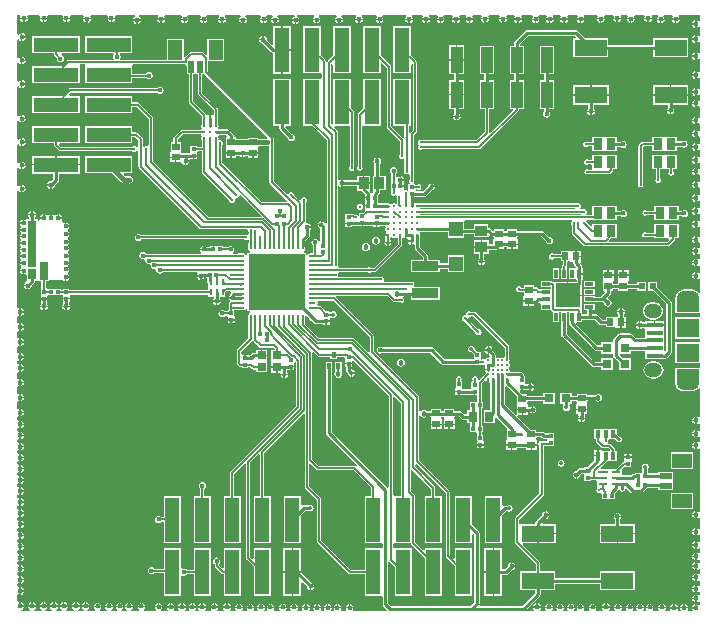
<source format=gtl>
G04 Layer_Physical_Order=1*
G04 Layer_Color=255*
%FSLAX25Y25*%
%MOIN*%
G70*
G01*
G75*
%ADD10R,0.10827X0.05512*%
%ADD11R,0.01181X0.01378*%
%ADD12R,0.01378X0.01181*%
%ADD13R,0.03150X0.03150*%
%ADD14R,0.05000X0.15000*%
%ADD15R,0.15000X0.05000*%
%ADD16R,0.01969X0.04331*%
%ADD17R,0.04724X0.06693*%
%ADD18R,0.02362X0.02520*%
%ADD19R,0.02520X0.02362*%
%ADD20R,0.03150X0.03937*%
%ADD21R,0.01260X0.01260*%
%ADD22R,0.01260X0.01260*%
%ADD23R,0.03937X0.03543*%
%ADD24R,0.02756X0.05906*%
%ADD25R,0.02756X0.15748*%
%ADD26R,0.02756X0.03543*%
%ADD27R,0.00984X0.02165*%
G04:AMPARAMS|DCode=28|XSize=9mil|YSize=9mil|CornerRadius=4.5mil|HoleSize=0mil|Usage=FLASHONLY|Rotation=0.000|XOffset=0mil|YOffset=0mil|HoleType=Round|Shape=RoundedRectangle|*
%AMROUNDEDRECTD28*
21,1,0.00900,0.00000,0,0,0.0*
21,1,0.00000,0.00900,0,0,0.0*
1,1,0.00900,0.00000,0.00000*
1,1,0.00900,0.00000,0.00000*
1,1,0.00900,0.00000,0.00000*
1,1,0.00900,0.00000,0.00000*
%
%ADD28ROUNDEDRECTD28*%
%ADD29C,0.01083*%
%ADD30C,0.01043*%
%ADD31R,0.04331X0.01969*%
%ADD32R,0.06693X0.04724*%
%ADD33R,0.03543X0.03937*%
%ADD34R,0.02795X0.03622*%
%ADD35R,0.09055X0.03347*%
%ADD36R,0.04016X0.08622*%
%ADD37R,0.01181X0.02835*%
%ADD38R,0.02835X0.01181*%
%ADD39R,0.08268X0.08268*%
%ADD40O,0.02559X0.00787*%
%ADD41O,0.00787X0.02559*%
%ADD42R,0.18504X0.18504*%
%ADD43R,0.02165X0.02362*%
%ADD44R,0.01575X0.02598*%
%ADD45R,0.04724X0.04921*%
%ADD46R,0.03347X0.01102*%
%ADD47R,0.02953X0.01102*%
%ADD48R,0.01417X0.01969*%
%ADD49R,0.01575X0.01969*%
%ADD50R,0.07480X0.04724*%
%ADD51R,0.05315X0.01575*%
%ADD52R,0.07480X0.06299*%
%ADD53R,0.02953X0.02559*%
%ADD54C,0.01000*%
%ADD55C,0.00700*%
%ADD56C,0.00550*%
%ADD57C,0.01500*%
%ADD58C,0.00600*%
%ADD59C,0.00800*%
%ADD60C,0.00400*%
%ADD61O,0.05906X0.04921*%
%ADD62O,0.07480X0.04823*%
%ADD63C,0.01600*%
%ADD64C,0.01300*%
%ADD65C,0.01000*%
%ADD66C,0.01800*%
%ADD67C,0.01400*%
%ADD68C,0.02598*%
G36*
X228351Y197469D02*
X227851Y197317D01*
X227837Y197337D01*
X227407Y197625D01*
X227150Y197676D01*
Y196400D01*
Y195124D01*
X227407Y195175D01*
X227837Y195463D01*
X227851Y195483D01*
X228351Y195331D01*
Y192369D01*
X227851Y192217D01*
X227837Y192237D01*
X227407Y192525D01*
X227150Y192576D01*
Y191300D01*
Y190024D01*
X227407Y190075D01*
X227837Y190363D01*
X227851Y190383D01*
X228351Y190231D01*
Y186669D01*
X227851Y186517D01*
X227837Y186537D01*
X227407Y186825D01*
X227150Y186876D01*
Y185600D01*
Y184324D01*
X227407Y184375D01*
X227837Y184663D01*
X227851Y184683D01*
X228351Y184531D01*
Y180469D01*
X227851Y180317D01*
X227837Y180337D01*
X227407Y180625D01*
X227150Y180676D01*
Y179400D01*
Y178124D01*
X227407Y178175D01*
X227837Y178463D01*
X227851Y178483D01*
X228351Y178331D01*
Y174769D01*
X227851Y174617D01*
X227837Y174637D01*
X227407Y174925D01*
X227150Y174976D01*
Y173700D01*
Y172424D01*
X227407Y172475D01*
X227837Y172763D01*
X227851Y172783D01*
X228351Y172631D01*
Y170969D01*
X227851Y170817D01*
X227837Y170837D01*
X227407Y171125D01*
X227150Y171176D01*
Y169900D01*
Y168624D01*
X227407Y168675D01*
X227837Y168963D01*
X227851Y168983D01*
X228351Y168831D01*
Y165269D01*
X227851Y165117D01*
X227837Y165137D01*
X227407Y165425D01*
X227150Y165476D01*
Y164200D01*
Y162924D01*
X227407Y162975D01*
X227837Y163263D01*
X227851Y163283D01*
X228351Y163131D01*
Y160869D01*
X227851Y160717D01*
X227837Y160737D01*
X227407Y161025D01*
X227150Y161076D01*
Y159800D01*
Y158524D01*
X227407Y158575D01*
X227837Y158863D01*
X227851Y158883D01*
X228351Y158731D01*
Y156469D01*
X227851Y156317D01*
X227837Y156337D01*
X227407Y156625D01*
X227150Y156676D01*
Y155400D01*
Y154124D01*
X227407Y154175D01*
X227837Y154463D01*
X227851Y154483D01*
X228351Y154331D01*
Y152069D01*
X227851Y151917D01*
X227837Y151937D01*
X227407Y152225D01*
X227150Y152276D01*
Y151000D01*
Y149724D01*
X227407Y149775D01*
X227837Y150063D01*
X227851Y150083D01*
X228351Y149931D01*
Y148269D01*
X227851Y148117D01*
X227837Y148137D01*
X227407Y148425D01*
X227150Y148476D01*
Y147200D01*
Y145924D01*
X227407Y145975D01*
X227837Y146263D01*
X227851Y146283D01*
X228351Y146131D01*
Y143869D01*
X227851Y143717D01*
X227837Y143737D01*
X227407Y144025D01*
X227150Y144076D01*
Y142800D01*
Y141524D01*
X227407Y141575D01*
X227837Y141863D01*
X227851Y141883D01*
X228351Y141731D01*
Y139469D01*
X227851Y139317D01*
X227837Y139337D01*
X227407Y139625D01*
X227150Y139676D01*
Y138400D01*
Y137124D01*
X227407Y137175D01*
X227837Y137463D01*
X227851Y137483D01*
X228351Y137331D01*
Y135069D01*
X227851Y134917D01*
X227837Y134937D01*
X227407Y135225D01*
X227150Y135276D01*
Y134000D01*
Y132724D01*
X227407Y132775D01*
X227837Y133063D01*
X227851Y133083D01*
X228351Y132931D01*
Y130669D01*
X227851Y130517D01*
X227837Y130537D01*
X227407Y130825D01*
X227150Y130876D01*
Y129600D01*
Y128324D01*
X227407Y128375D01*
X227837Y128663D01*
X227851Y128683D01*
X228351Y128531D01*
Y125569D01*
X227851Y125417D01*
X227837Y125437D01*
X227407Y125725D01*
X227150Y125776D01*
Y124500D01*
Y123224D01*
X227407Y123275D01*
X227837Y123563D01*
X227851Y123583D01*
X228351Y123431D01*
Y121769D01*
X227851Y121617D01*
X227837Y121637D01*
X227407Y121925D01*
X227150Y121976D01*
Y120700D01*
Y119424D01*
X227407Y119475D01*
X227837Y119763D01*
X227851Y119783D01*
X228351Y119631D01*
Y118117D01*
X228169Y117994D01*
X227851Y117895D01*
X227507Y118125D01*
X227250Y118176D01*
Y116900D01*
Y115624D01*
X227507Y115675D01*
X227851Y115905D01*
X228169Y115806D01*
X228351Y115683D01*
Y113717D01*
X228169Y113594D01*
X227851Y113495D01*
X227507Y113725D01*
X227250Y113776D01*
Y112500D01*
Y111224D01*
X227507Y111275D01*
X227851Y111505D01*
X228169Y111406D01*
X228351Y111283D01*
Y106806D01*
X227851Y106636D01*
X227532Y107052D01*
X226945Y107502D01*
X226261Y107785D01*
X225527Y107882D01*
X222869D01*
X222135Y107785D01*
X221451Y107502D01*
X220864Y107052D01*
X220413Y106464D01*
X220130Y105780D01*
X220086Y105447D01*
X220060D01*
X220034Y105046D01*
X220060Y104847D01*
Y99922D01*
X228340D01*
X228351Y99426D01*
Y99052D01*
X228340Y98557D01*
X227851Y98557D01*
X220060D01*
Y91457D01*
X228340Y91457D01*
X228351Y90962D01*
Y90785D01*
X228340Y90289D01*
X227851Y90289D01*
X220060D01*
Y83190D01*
X228340Y83190D01*
X228351Y82694D01*
Y82320D01*
X228340Y81824D01*
X220060D01*
Y76884D01*
X220036Y76700D01*
X220060Y76300D01*
X220088D01*
X220132Y75966D01*
X220415Y75282D01*
X220866Y74695D01*
X221453Y74244D01*
X222137Y73961D01*
X222871Y73864D01*
X225529D01*
X226263Y73961D01*
X226947Y74244D01*
X227534Y74695D01*
X227851Y75108D01*
X228351Y74938D01*
Y65417D01*
X228169Y65294D01*
X227851Y65195D01*
X227507Y65425D01*
X227250Y65476D01*
Y64200D01*
Y62924D01*
X227507Y62975D01*
X227851Y63205D01*
X228169Y63106D01*
X228351Y62983D01*
Y61017D01*
X228169Y60894D01*
X227851Y60795D01*
X227507Y61025D01*
X227250Y61076D01*
Y59800D01*
Y58524D01*
X227507Y58575D01*
X227851Y58805D01*
X228169Y58706D01*
X228351Y58583D01*
Y57117D01*
X228169Y56994D01*
X227851Y56895D01*
X227507Y57125D01*
X227250Y57176D01*
Y55900D01*
Y54624D01*
X227507Y54675D01*
X227851Y54905D01*
X228169Y54806D01*
X228351Y54683D01*
Y34017D01*
X228169Y33894D01*
X227851Y33795D01*
X227507Y34025D01*
X227250Y34076D01*
Y32800D01*
Y31524D01*
X227507Y31575D01*
X227851Y31805D01*
X228169Y31706D01*
X228351Y31583D01*
Y28317D01*
X228169Y28194D01*
X227851Y28095D01*
X227507Y28325D01*
X227250Y28376D01*
Y27100D01*
Y25824D01*
X227507Y25875D01*
X227851Y26105D01*
X228169Y26006D01*
X228351Y25883D01*
Y23917D01*
X228169Y23794D01*
X227851Y23695D01*
X227507Y23925D01*
X227250Y23976D01*
Y22700D01*
Y21424D01*
X227507Y21475D01*
X227851Y21705D01*
X228169Y21606D01*
X228351Y21483D01*
Y20117D01*
X228169Y19994D01*
X227851Y19895D01*
X227507Y20125D01*
X227250Y20176D01*
Y18900D01*
Y17624D01*
X227507Y17675D01*
X227851Y17905D01*
X228169Y17806D01*
X228351Y17683D01*
Y16917D01*
X228169Y16794D01*
X227851Y16695D01*
X227507Y16925D01*
X227250Y16976D01*
Y15700D01*
Y14424D01*
X227507Y14475D01*
X227851Y14705D01*
X228169Y14606D01*
X228351Y14483D01*
Y13117D01*
X228169Y12994D01*
X227851Y12895D01*
X227507Y13125D01*
X227250Y13176D01*
Y11900D01*
Y10624D01*
X227507Y10675D01*
X227851Y10905D01*
X228169Y10806D01*
X228351Y10683D01*
Y9317D01*
X228169Y9194D01*
X227851Y9095D01*
X227507Y9325D01*
X227250Y9376D01*
Y8100D01*
Y6824D01*
X227507Y6875D01*
X227851Y7105D01*
X228169Y7006D01*
X228351Y6883D01*
Y6117D01*
X228169Y5994D01*
X227851Y5895D01*
X227507Y6125D01*
X227250Y6176D01*
Y4900D01*
Y3624D01*
X227507Y3675D01*
X227851Y3905D01*
X228169Y3806D01*
X228351Y3683D01*
Y2917D01*
X228169Y2794D01*
X227851Y2695D01*
X227507Y2925D01*
X227250Y2976D01*
Y1700D01*
X227000D01*
Y1450D01*
X225724D01*
X225775Y1193D01*
X225804Y1149D01*
X225537Y649D01*
X224396D01*
X224129Y1149D01*
X224225Y1293D01*
X224276Y1550D01*
X221724D01*
X221775Y1293D01*
X221871Y1149D01*
X221604Y649D01*
X221063D01*
X220796Y1149D01*
X220825Y1193D01*
X220876Y1450D01*
X218324D01*
X218375Y1193D01*
X218404Y1149D01*
X218137Y649D01*
X216900D01*
X216662Y1149D01*
X216825Y1393D01*
X216876Y1650D01*
X214324D01*
X214375Y1393D01*
X214538Y1149D01*
X214300Y649D01*
X212800D01*
X212562Y1149D01*
X212725Y1393D01*
X212776Y1650D01*
X210224D01*
X210275Y1393D01*
X210438Y1149D01*
X210200Y649D01*
X209600D01*
X209362Y1149D01*
X209525Y1393D01*
X209576Y1650D01*
X207024D01*
X207075Y1393D01*
X207238Y1149D01*
X207000Y649D01*
X206100D01*
X205862Y1149D01*
X206025Y1393D01*
X206076Y1650D01*
X203524D01*
X203575Y1393D01*
X203738Y1149D01*
X203500Y649D01*
X202300D01*
X202062Y1149D01*
X202225Y1393D01*
X202276Y1650D01*
X199724D01*
X199775Y1393D01*
X199938Y1149D01*
X199700Y649D01*
X198217D01*
X198094Y831D01*
X197995Y1149D01*
X198225Y1493D01*
X198276Y1750D01*
X195724D01*
X195775Y1493D01*
X196005Y1149D01*
X195906Y831D01*
X195783Y649D01*
X193800D01*
X193562Y1149D01*
X193725Y1393D01*
X193776Y1650D01*
X191224D01*
X191275Y1393D01*
X191438Y1149D01*
X191200Y649D01*
X189700D01*
X189462Y1149D01*
X189625Y1393D01*
X189676Y1650D01*
X187124D01*
X187175Y1393D01*
X187338Y1149D01*
X187100Y649D01*
X186500D01*
X186262Y1149D01*
X186425Y1393D01*
X186476Y1650D01*
X183924D01*
X183975Y1393D01*
X184138Y1149D01*
X183900Y649D01*
X183000D01*
X182762Y1149D01*
X182925Y1393D01*
X182976Y1650D01*
X180424D01*
X180475Y1393D01*
X180638Y1149D01*
X180400Y649D01*
X179200D01*
X178962Y1149D01*
X179125Y1393D01*
X179176Y1650D01*
X176624D01*
X176675Y1393D01*
X176838Y1149D01*
X176600Y649D01*
X175117D01*
X174994Y831D01*
X174895Y1149D01*
X175125Y1493D01*
X175176Y1750D01*
X172624D01*
X172675Y1493D01*
X172905Y1149D01*
X172806Y831D01*
X172683Y649D01*
X170654D01*
X170447Y1149D01*
X174862Y5564D01*
X175060Y5861D01*
X175130Y6213D01*
Y7570D01*
X180026D01*
Y9808D01*
X194974D01*
Y7570D01*
X206601D01*
Y13882D01*
X194974D01*
Y11644D01*
X180026D01*
Y13882D01*
X174926D01*
Y16687D01*
X174872Y16961D01*
X174717Y17192D01*
X169153Y22756D01*
X169344Y23218D01*
X173963D01*
Y26474D01*
X174213D01*
Y26724D01*
X180126D01*
Y29730D01*
X175835D01*
X175628Y30230D01*
X176777Y31379D01*
X176800Y31374D01*
X177307Y31475D01*
X177737Y31763D01*
X178025Y32193D01*
X178076Y32450D01*
X176800D01*
Y32700D01*
X176550D01*
Y33976D01*
X176293Y33925D01*
X175863Y33637D01*
X175575Y33207D01*
X175475Y32700D01*
X175479Y32677D01*
X173564Y30762D01*
X173365Y30464D01*
X173295Y30113D01*
Y29730D01*
X168299D01*
X168014Y30112D01*
Y31104D01*
X176005Y39095D01*
X176159Y39327D01*
X176214Y39600D01*
Y55714D01*
X176257Y55743D01*
X176286Y55786D01*
X177411D01*
Y55728D01*
X179589D01*
Y57591D01*
X179589Y57709D01*
Y58091D01*
X179589Y58210D01*
Y60072D01*
X177411D01*
Y59999D01*
X176599D01*
X176365Y60233D01*
X176067Y60432D01*
X175716Y60502D01*
X173760D01*
Y61165D01*
X171817D01*
X167351Y65631D01*
X167558Y66131D01*
X168850D01*
Y67562D01*
X167340D01*
Y66349D01*
X166840Y66142D01*
X163318Y69664D01*
Y75389D01*
X163818Y75597D01*
X167440Y71974D01*
Y69951D01*
X167340Y69493D01*
X167340Y69394D01*
Y68062D01*
X169100D01*
Y67812D01*
X169350D01*
Y66131D01*
X170860D01*
Y66894D01*
X171538D01*
X171551Y66874D01*
X171981Y66587D01*
X172238Y66536D01*
Y67812D01*
Y69087D01*
X171981Y69036D01*
X171551Y68749D01*
X171538Y68729D01*
X170860D01*
Y69394D01*
X170860Y69493D01*
X170760Y69951D01*
Y70252D01*
X171113Y70605D01*
X175873D01*
Y69548D01*
X179822D01*
Y73498D01*
X175873D01*
Y72440D01*
X170760D01*
Y73015D01*
X168995D01*
X168239Y73770D01*
X168431Y74232D01*
X168650D01*
Y75323D01*
X169150D01*
Y74232D01*
X170089D01*
Y74405D01*
X170727D01*
X170740Y74386D01*
X171170Y74098D01*
X171427Y74047D01*
Y75323D01*
Y76599D01*
X171170Y76547D01*
X170740Y76260D01*
X170727Y76240D01*
X170517D01*
X170089Y76413D01*
X169989Y76695D01*
X169989D01*
X169989Y76695D01*
Y78676D01*
X169818D01*
Y79000D01*
X169748Y79351D01*
X169549Y79649D01*
X169001Y80197D01*
X168703Y80396D01*
X168352Y80466D01*
X165159D01*
X165065Y80546D01*
X164810Y80966D01*
X164841Y81123D01*
X164776Y81454D01*
X164732Y81520D01*
X164624Y82049D01*
X164823Y82346D01*
X164892Y82698D01*
X164823Y83049D01*
X164624Y83346D01*
X164732Y83876D01*
X164776Y83941D01*
X164841Y84272D01*
X164776Y84604D01*
X164689Y84734D01*
Y88725D01*
X164634Y88998D01*
X164479Y89230D01*
X153505Y100205D01*
X153273Y100359D01*
X153000Y100414D01*
X152086D01*
X152057Y100457D01*
X151710Y100689D01*
X151300Y100771D01*
X150890Y100689D01*
X150543Y100457D01*
X150311Y100110D01*
X150229Y99700D01*
X149900Y99271D01*
X149490Y99189D01*
X149143Y98957D01*
X148911Y98610D01*
X148829Y98200D01*
X148911Y97790D01*
X149143Y97443D01*
X149490Y97211D01*
X149900Y97129D01*
X149951Y97140D01*
X153340Y93751D01*
X153329Y93700D01*
X153411Y93290D01*
X153643Y92943D01*
X153990Y92711D01*
X154400Y92629D01*
X154810Y92711D01*
X155157Y92943D01*
X155389Y93290D01*
X155471Y93700D01*
X155389Y94110D01*
X155157Y94457D01*
X154810Y94689D01*
X154400Y94771D01*
X154349Y94760D01*
X150960Y98149D01*
X150971Y98200D01*
X151300Y98629D01*
X151710Y98711D01*
X152057Y98943D01*
X152086Y98986D01*
X152704D01*
X163261Y88429D01*
Y85321D01*
X162761Y85053D01*
X162732Y85073D01*
X162400Y85139D01*
X162068Y85073D01*
X161961Y85002D01*
X161613Y84924D01*
X161264Y85002D01*
X161157Y85073D01*
X160825Y85139D01*
X160668Y85108D01*
X160248Y85363D01*
X160168Y85457D01*
Y86150D01*
X160098Y86501D01*
X159899Y86799D01*
X159348Y87350D01*
X158050D01*
Y86052D01*
X158270Y85833D01*
X158207Y85413D01*
X157769Y85120D01*
X157676Y85139D01*
X157344Y85073D01*
X157063Y84885D01*
X156875Y84604D01*
X156451Y84548D01*
X156404Y84557D01*
X156100Y84618D01*
X155749Y84548D01*
X155689Y84508D01*
X155189Y84708D01*
Y85113D01*
X155189Y85232D01*
Y87094D01*
X154087D01*
X153215Y87967D01*
X153222Y88000D01*
X153136Y88429D01*
X152893Y88793D01*
X152529Y89036D01*
X152100Y89122D01*
X151671Y89036D01*
X151307Y88793D01*
X151064Y88429D01*
X150978Y88000D01*
X151064Y87571D01*
X151307Y87207D01*
X151671Y86964D01*
X152100Y86878D01*
X152134Y86885D01*
X153011Y86007D01*
Y85232D01*
X153011Y85113D01*
X152900Y84659D01*
X143138D01*
X139449Y88349D01*
X139151Y88548D01*
X138800Y88618D01*
X122487D01*
X122168Y88830D01*
X121700Y88924D01*
X121232Y88830D01*
X120835Y88565D01*
X120570Y88168D01*
X120476Y87700D01*
X120570Y87232D01*
X120835Y86835D01*
X121232Y86570D01*
X121700Y86476D01*
X122168Y86570D01*
X122487Y86782D01*
X138420D01*
X142109Y83093D01*
X142407Y82894D01*
X142758Y82824D01*
X153011D01*
Y82751D01*
X155189D01*
Y82751D01*
X155689Y82892D01*
X155749Y82852D01*
X156100Y82782D01*
X156219Y82806D01*
X156298Y82788D01*
X156702Y82525D01*
X156755Y82454D01*
X156758Y82441D01*
Y81379D01*
X156757Y81373D01*
X157676D01*
Y80873D01*
X156757D01*
X156781Y80752D01*
X156991Y80438D01*
X156891Y79903D01*
X156884Y79893D01*
X154631Y77640D01*
X154176Y77893D01*
X154218Y78100D01*
X154148Y78451D01*
X153949Y78749D01*
X153651Y78948D01*
X153300Y79018D01*
X152949Y78948D01*
X152651Y78749D01*
X152452Y78451D01*
X152382Y78100D01*
X152452Y77749D01*
X152543Y77613D01*
X152406Y77113D01*
X152111D01*
Y75132D01*
X152111D01*
X152011Y74851D01*
X151583Y74678D01*
X149343D01*
X149089Y74932D01*
X148989Y75391D01*
Y77194D01*
X148916D01*
X148712Y77694D01*
X148748Y77749D01*
X148818Y78100D01*
X148748Y78451D01*
X148549Y78749D01*
X148251Y78948D01*
X147900Y79018D01*
X147549Y78948D01*
X147251Y78749D01*
X147052Y78451D01*
X146982Y78100D01*
X147052Y77749D01*
X147089Y77694D01*
X146884Y77194D01*
X146811D01*
Y75391D01*
X146711Y74932D01*
X146711Y74755D01*
Y74092D01*
X147900D01*
Y73842D01*
X148150D01*
Y72751D01*
X149089D01*
Y72843D01*
X152011D01*
Y72670D01*
X152950D01*
Y73761D01*
X153450D01*
Y72670D01*
X154089D01*
Y70447D01*
X153628Y70353D01*
X153628Y70353D01*
X153628Y70353D01*
X151568D01*
Y68293D01*
X151680D01*
Y67634D01*
X150747D01*
Y66341D01*
X149703D01*
X148895Y67149D01*
X148597Y67348D01*
X148246Y67418D01*
X146360D01*
Y68115D01*
X143040D01*
Y67418D01*
X142060D01*
Y68115D01*
X138740D01*
Y67418D01*
X137150D01*
X137137Y67437D01*
X136707Y67725D01*
X136200Y67826D01*
X135693Y67725D01*
X135263Y67437D01*
X134610Y67360D01*
X134514Y67438D01*
Y72000D01*
X134459Y72273D01*
X134305Y72505D01*
X119614Y87196D01*
Y92200D01*
X119559Y92473D01*
X119405Y92705D01*
X106860Y105249D01*
X107063Y105749D01*
X124067D01*
X125921Y103895D01*
X126153Y103741D01*
X126426Y103686D01*
X128248D01*
X128449Y103552D01*
X128800Y103482D01*
X129151Y103552D01*
X129449Y103751D01*
X129648Y104049D01*
X129718Y104400D01*
X129648Y104751D01*
X129449Y105049D01*
X129399Y105082D01*
X129550Y105582D01*
X131851D01*
Y104483D01*
X141706D01*
Y108630D01*
X133169D01*
X133168Y108631D01*
X132947Y109130D01*
X133035Y109261D01*
X133105Y109613D01*
X133035Y109964D01*
X132836Y110261D01*
X132539Y110460D01*
X132187Y110530D01*
X131836Y110460D01*
X131636Y110326D01*
X123200D01*
X122933Y110826D01*
X122948Y110849D01*
X123018Y111200D01*
X122948Y111551D01*
X122749Y111849D01*
X122451Y112048D01*
X122100Y112118D01*
X121749Y112048D01*
X121529Y111901D01*
X107950D01*
X107679Y112302D01*
X107658Y112401D01*
X107718Y112700D01*
X107648Y113051D01*
X107600Y113123D01*
X107867Y113623D01*
X117548D01*
X117749Y113489D01*
X118100Y113419D01*
X118451Y113489D01*
X118652Y113623D01*
X119837D01*
X120110Y113678D01*
X120342Y113832D01*
X128699Y122190D01*
X128854Y122421D01*
X128908Y122695D01*
Y125102D01*
X129384Y125246D01*
X129419Y125237D01*
X129426Y125226D01*
X129764Y125001D01*
X129913Y124971D01*
Y125963D01*
X130413D01*
Y124971D01*
X130562Y125001D01*
X130776Y124886D01*
X131001Y124400D01*
X130958Y124181D01*
X132132D01*
Y123932D01*
X132381D01*
Y122758D01*
X132600Y122801D01*
X132682Y122856D01*
X133182Y122589D01*
Y121600D01*
X133252Y121249D01*
X133451Y120951D01*
X135861Y118541D01*
Y117685D01*
X131851D01*
Y113539D01*
X141706D01*
Y114694D01*
X144217D01*
Y113615D01*
X149741D01*
Y119336D01*
X144217D01*
Y116529D01*
X141706D01*
Y117685D01*
X137696D01*
Y118921D01*
X137627Y119272D01*
X137428Y119570D01*
X135018Y121980D01*
Y125852D01*
X135040Y125963D01*
X134968Y126323D01*
X134840Y126514D01*
X134980Y126907D01*
X135062Y127014D01*
X144217D01*
Y125032D01*
X149741D01*
Y126282D01*
X153032D01*
Y125186D01*
X157768D01*
Y125442D01*
X158268Y125709D01*
X158338Y125663D01*
X158689Y125593D01*
X159187D01*
X159540Y125240D01*
Y125029D01*
X159440Y124570D01*
X159440Y124471D01*
Y122960D01*
X157869D01*
Y124314D01*
X155650D01*
Y122043D01*
X155400D01*
Y121792D01*
X152931D01*
Y119771D01*
X154482D01*
Y118150D01*
X154463Y118137D01*
X154175Y117707D01*
X154124Y117450D01*
X156676D01*
X156625Y117707D01*
X156337Y118137D01*
X156318Y118150D01*
Y119771D01*
X157869D01*
Y121125D01*
X160354D01*
X160705Y121195D01*
X160724Y121208D01*
X160950D01*
Y122889D01*
X161450D01*
Y121208D01*
X162960D01*
Y121971D01*
X163940D01*
Y121208D01*
X165450D01*
Y122889D01*
X165700D01*
Y123139D01*
X167460D01*
Y124471D01*
X167460Y124570D01*
X167360Y125029D01*
Y125240D01*
X167713Y125593D01*
X175209D01*
X176795Y124007D01*
X176870Y123632D01*
X177135Y123235D01*
X177532Y122970D01*
X178000Y122877D01*
X178468Y122970D01*
X178865Y123235D01*
X179130Y123632D01*
X179224Y124100D01*
X179130Y124568D01*
X178865Y124965D01*
X178468Y125230D01*
X178093Y125305D01*
X176238Y127160D01*
X175940Y127359D01*
X175589Y127429D01*
X167360D01*
Y128092D01*
X164040D01*
Y127429D01*
X162860D01*
Y128092D01*
X159540D01*
Y127498D01*
X159040Y127457D01*
X158491Y128006D01*
X158194Y128205D01*
X157843Y128275D01*
X157768D01*
Y129529D01*
X153032D01*
Y128118D01*
X149741D01*
Y130655D01*
X149741Y130754D01*
X149979Y131155D01*
X185558D01*
X185710Y130655D01*
X185551Y130549D01*
X185352Y130251D01*
X185282Y129900D01*
X185352Y129549D01*
X185486Y129348D01*
Y126800D01*
X185541Y126527D01*
X185695Y126295D01*
X189495Y122495D01*
X189727Y122341D01*
X190000Y122286D01*
X217500D01*
X217773Y122341D01*
X218005Y122495D01*
X219670Y124161D01*
X219825Y124392D01*
X219879Y124665D01*
Y124979D01*
X221140D01*
Y129716D01*
X217309D01*
X216809Y129716D01*
X216691Y129716D01*
X212860D01*
Y126814D01*
X210452D01*
X210251Y126948D01*
X209900Y127018D01*
X209549Y126948D01*
X209251Y126749D01*
X209052Y126451D01*
X208982Y126100D01*
X209052Y125749D01*
X209251Y125451D01*
X209549Y125252D01*
X209900Y125182D01*
X210251Y125252D01*
X210452Y125386D01*
X212860D01*
Y124979D01*
X216690D01*
X217191Y124979D01*
X217309Y124979D01*
X217762D01*
X217969Y124479D01*
X217204Y123714D01*
X198076D01*
X197885Y124176D01*
X198688Y124979D01*
X200640D01*
Y129716D01*
X196809D01*
X196309Y129716D01*
X196191Y129716D01*
X192360D01*
Y129103D01*
X191898Y128911D01*
X190595Y130215D01*
X190548Y130451D01*
X190412Y130655D01*
X190521Y130995D01*
X190633Y131155D01*
X192360D01*
Y130884D01*
X196191D01*
X196691Y130884D01*
X196809Y130884D01*
X200640D01*
Y132335D01*
X201961D01*
X202279Y132122D01*
X202747Y132029D01*
X203216Y132122D01*
X203612Y132388D01*
X203878Y132784D01*
X203971Y133253D01*
X203878Y133721D01*
X203612Y134118D01*
X203216Y134383D01*
X202747Y134476D01*
X202279Y134383D01*
X201961Y134170D01*
X200640D01*
Y135621D01*
X196809D01*
X196309Y135621D01*
X196191Y135621D01*
X192360D01*
Y132582D01*
X190397D01*
X190246Y133082D01*
X190349Y133151D01*
X190548Y133449D01*
X190618Y133800D01*
X190548Y134151D01*
X190349Y134449D01*
X190051Y134648D01*
X189700Y134718D01*
X189349Y134648D01*
X189204Y134551D01*
X188350D01*
X188199Y135051D01*
X188349Y135151D01*
X188548Y135449D01*
X188618Y135800D01*
X188548Y136151D01*
X188349Y136449D01*
X188051Y136648D01*
X187700Y136718D01*
X187349Y136648D01*
X187156Y136519D01*
X134691D01*
X134460Y136674D01*
X134100Y136745D01*
X133740Y136674D01*
X133549Y136546D01*
X133156Y136685D01*
X133049Y136767D01*
Y138528D01*
X133389D01*
Y138701D01*
X136219D01*
X136570Y138771D01*
X136868Y138970D01*
X138993Y141095D01*
X139368Y141170D01*
X139765Y141435D01*
X140030Y141832D01*
X140074Y142050D01*
X138900D01*
Y142300D01*
X138650D01*
Y143474D01*
X138432Y143430D01*
X138035Y143165D01*
X137770Y142768D01*
X137695Y142393D01*
X135839Y140536D01*
X133870D01*
X133866Y140538D01*
X133700Y141129D01*
X133786Y141235D01*
X134025D01*
X134149Y141152D01*
X134500Y141082D01*
X134851Y141152D01*
X135149Y141351D01*
X135348Y141649D01*
X135418Y142000D01*
X135348Y142351D01*
X135149Y142649D01*
X134851Y142848D01*
X134500Y142918D01*
X134149Y142848D01*
X134025Y142765D01*
X133289D01*
Y142972D01*
X133031D01*
X132887Y143352D01*
X132863Y143472D01*
X133048Y143749D01*
X133118Y144100D01*
X133048Y144451D01*
X132914Y144652D01*
Y159304D01*
X133705Y160095D01*
X133859Y160327D01*
X133914Y160600D01*
Y183550D01*
X133859Y183823D01*
X133705Y184055D01*
X131900Y185859D01*
Y195650D01*
X126100D01*
Y179850D01*
X131900D01*
Y182679D01*
X132400Y182947D01*
X132486Y182889D01*
Y160896D01*
X131714Y160123D01*
X131635Y160127D01*
X131214Y160284D01*
Y162350D01*
X131900D01*
Y178150D01*
X126100D01*
Y162350D01*
X129786D01*
Y158505D01*
X129754Y158479D01*
X129286Y158323D01*
X125414Y162196D01*
Y182050D01*
X125359Y182323D01*
X125205Y182555D01*
X121900Y185859D01*
Y195650D01*
X116100D01*
Y179850D01*
X121900D01*
Y183187D01*
X122362Y183379D01*
X123986Y181754D01*
Y161900D01*
X124041Y161627D01*
X124195Y161395D01*
X128186Y157404D01*
Y152852D01*
X128052Y152651D01*
X127982Y152300D01*
X128052Y151949D01*
X128251Y151651D01*
X128549Y151452D01*
X128900Y151382D01*
X129251Y151452D01*
X129286Y151476D01*
X129786Y151208D01*
Y147652D01*
X129652Y147451D01*
X129582Y147100D01*
X129652Y146749D01*
X129851Y146451D01*
X130149Y146252D01*
X130500Y146182D01*
X130851Y146252D01*
X130986Y146343D01*
X131480Y146128D01*
X131486Y146121D01*
Y144652D01*
X131352Y144451D01*
X131282Y144100D01*
X131352Y143749D01*
X131537Y143472D01*
X131514Y143352D01*
X131369Y142972D01*
X131111D01*
Y141168D01*
X131098Y141107D01*
X130660Y140811D01*
X130565Y140839D01*
X130551Y140848D01*
X130200Y140918D01*
X129903Y140859D01*
X129670Y141068D01*
X129532Y141238D01*
Y142050D01*
X128402D01*
Y142550D01*
X129532D01*
Y143430D01*
X129532D01*
X129627Y143890D01*
X129678Y144148D01*
X128402D01*
Y144398D01*
X128152D01*
Y145673D01*
X127895Y145622D01*
X127465Y145335D01*
X127462Y145331D01*
X126962Y145482D01*
Y146570D01*
X127063Y146637D01*
X127328Y147034D01*
X127421Y147502D01*
X127328Y147971D01*
X127063Y148368D01*
X126666Y148633D01*
X126198Y148726D01*
X125729Y148633D01*
X125332Y148368D01*
X125067Y147971D01*
X124974Y147502D01*
X125067Y147034D01*
X125332Y146637D01*
X125433Y146570D01*
Y143330D01*
X125168D01*
Y141270D01*
X125433D01*
Y140372D01*
X125352Y140251D01*
X125282Y139900D01*
X125352Y139549D01*
X125551Y139251D01*
X125849Y139052D01*
X126200Y138982D01*
X126551Y139052D01*
X126749Y139184D01*
X127123Y139012D01*
X127209Y138937D01*
X127182Y138800D01*
X127252Y138449D01*
X127386Y138248D01*
Y136628D01*
X126891Y136470D01*
X126586Y136674D01*
X126226Y136745D01*
X125866Y136674D01*
X125561Y136470D01*
X125542Y136441D01*
X124942D01*
X124922Y136470D01*
X124617Y136674D01*
X124258Y136745D01*
X124146Y136723D01*
X120911D01*
Y136814D01*
X120799D01*
Y137454D01*
X120911D01*
Y139313D01*
X121349Y139751D01*
X121548Y140049D01*
X121618Y140400D01*
Y140916D01*
X123608D01*
Y145653D01*
X121618D01*
Y149650D01*
X121637Y149663D01*
X121925Y150093D01*
X122026Y150600D01*
X121925Y151107D01*
X121637Y151537D01*
X121207Y151825D01*
X120700Y151926D01*
X120193Y151825D01*
X119763Y151537D01*
X119475Y151107D01*
X119375Y150600D01*
X119475Y150093D01*
X119763Y149663D01*
X119782Y149650D01*
Y145653D01*
X119265D01*
Y140916D01*
X119265D01*
X119418Y140416D01*
X119232Y140230D01*
X119079Y140001D01*
X119070Y139989D01*
X118846Y139975D01*
X118551Y140041D01*
X118524Y140175D01*
X118422Y140328D01*
X118393Y140816D01*
X118393Y140816D01*
X118393Y140816D01*
Y143034D01*
X116121D01*
Y143284D01*
X115871D01*
Y145753D01*
X113850D01*
Y144202D01*
X109850D01*
X109837Y144221D01*
X109407Y144509D01*
X109150Y144560D01*
Y143284D01*
Y142008D01*
X109407Y142060D01*
X109837Y142347D01*
X109850Y142367D01*
X113850D01*
Y140816D01*
X115415D01*
X115472Y140730D01*
X116239Y139963D01*
X116546Y139614D01*
X116546D01*
X116546Y139614D01*
Y138734D01*
X117676D01*
Y138234D01*
X116546D01*
Y137354D01*
X116546D01*
Y136914D01*
X116546D01*
Y136034D01*
X117676D01*
Y135534D01*
X116546D01*
Y134671D01*
X116546Y134654D01*
X116737Y134154D01*
X115799Y133217D01*
X114749D01*
Y132567D01*
X114249Y132415D01*
X114180Y132517D01*
X113883Y132716D01*
X113531Y132786D01*
X113186Y132717D01*
X112973Y132859D01*
X112700Y132914D01*
X112268D01*
Y133156D01*
X110090D01*
Y131352D01*
X109990Y130894D01*
X109990Y130716D01*
Y130053D01*
X111179D01*
Y129803D01*
X111429D01*
Y128713D01*
X112368D01*
Y128982D01*
X114649D01*
Y128852D01*
X115529D01*
Y129982D01*
X116029D01*
Y128852D01*
X116909D01*
Y128982D01*
X119349D01*
Y128752D01*
X120229D01*
Y129882D01*
X120729D01*
Y128752D01*
X121609D01*
Y128982D01*
X123296D01*
X123378Y128876D01*
X123517Y128482D01*
X123389Y128291D01*
X123318Y127931D01*
X123389Y127572D01*
X123593Y127267D01*
X123532Y126707D01*
X123521Y126700D01*
X123295Y126362D01*
X123266Y126213D01*
X124258D01*
Y125713D01*
X123266D01*
X123295Y125564D01*
X123442Y125345D01*
Y124341D01*
X123392Y124308D01*
X123127Y123911D01*
X123084Y123693D01*
X125431D01*
X125388Y123911D01*
X125123Y124308D01*
X125073Y124341D01*
Y125129D01*
X125500Y125277D01*
X125573Y125291D01*
X125866Y125095D01*
X126226Y125023D01*
X126586Y125095D01*
X126891Y125299D01*
X127326Y125050D01*
X127481Y124913D01*
Y122990D01*
X119541Y115051D01*
X118652D01*
X118451Y115185D01*
X118100Y115255D01*
X117749Y115185D01*
X117548Y115051D01*
X107831D01*
X107582Y115551D01*
X107648Y115649D01*
X107718Y116000D01*
X107648Y116351D01*
X107514Y116552D01*
Y142119D01*
X107780Y142254D01*
X108014Y142313D01*
X108393Y142060D01*
X108650Y142008D01*
Y143284D01*
Y144560D01*
X108393Y144509D01*
X108014Y144255D01*
X107780Y144314D01*
X107514Y144449D01*
Y160400D01*
X107459Y160673D01*
X107305Y160905D01*
X106359Y161850D01*
X106567Y162350D01*
X111486D01*
Y148852D01*
X111352Y148651D01*
X111282Y148300D01*
X111352Y147949D01*
X111551Y147651D01*
X111849Y147452D01*
X112200Y147382D01*
X112551Y147452D01*
X112849Y147651D01*
X113048Y147949D01*
X113118Y148300D01*
X113048Y148651D01*
X112914Y148852D01*
Y167050D01*
X112859Y167323D01*
X112705Y167555D01*
X111900Y168359D01*
Y178150D01*
X106100D01*
Y163190D01*
X105600Y162937D01*
X105414Y163073D01*
Y182950D01*
X105600Y183091D01*
X106100Y182843D01*
Y179850D01*
X111900D01*
Y195650D01*
X106100D01*
Y185859D01*
X104195Y183955D01*
X104114Y183833D01*
X103789Y183844D01*
X103630Y183890D01*
X103604Y183901D01*
X103559Y184123D01*
X103405Y184355D01*
X101900Y185859D01*
Y195650D01*
X96100D01*
Y179850D01*
X101900D01*
X102186Y179469D01*
Y178531D01*
X101900Y178150D01*
X96100D01*
Y162350D01*
X99141D01*
X103816Y157675D01*
Y130098D01*
X103325Y130007D01*
X103037Y130437D01*
X102607Y130725D01*
X102350Y130776D01*
Y129500D01*
X102100D01*
Y129250D01*
X100824D01*
X100875Y128993D01*
X101163Y128563D01*
X101582Y128282D01*
Y124223D01*
X101381Y124154D01*
X101082Y124140D01*
X100865Y124465D01*
X100468Y124730D01*
X100000Y124823D01*
X99532Y124730D01*
X99135Y124465D01*
X98870Y124068D01*
X98777Y123600D01*
X98870Y123132D01*
X99135Y122735D01*
X99235Y122668D01*
Y119871D01*
X98224D01*
X97914Y119809D01*
X97651Y119634D01*
X97476Y119371D01*
X97452Y119251D01*
X96952Y119300D01*
Y120152D01*
X96417D01*
X96315Y120652D01*
X96506Y120779D01*
X96703Y121075D01*
X96773Y121424D01*
Y122277D01*
X96779Y122309D01*
Y124081D01*
X97949Y125251D01*
X98148Y125549D01*
X98218Y125900D01*
Y127650D01*
X98237Y127663D01*
X98525Y128093D01*
X98576Y128350D01*
X97300D01*
Y128850D01*
X98576D01*
X98525Y129107D01*
X98237Y129537D01*
X97807Y129825D01*
X97300Y129926D01*
X97236Y129913D01*
X96935Y130363D01*
X96959Y130398D01*
X97014Y130672D01*
Y136914D01*
X97057Y136943D01*
X97289Y137290D01*
X97371Y137700D01*
X97289Y138110D01*
X97057Y138457D01*
X96710Y138689D01*
X96300Y138771D01*
X95890Y138689D01*
X95543Y138457D01*
X95311Y138110D01*
X95261Y137856D01*
X94832Y137666D01*
X94750Y137659D01*
X93060Y139349D01*
X93071Y139400D01*
X92989Y139810D01*
X92757Y140157D01*
X92410Y140389D01*
X92000Y140471D01*
X91590Y140389D01*
X91243Y140157D01*
X91011Y139810D01*
X91010Y139806D01*
X90468Y139642D01*
X86214Y143896D01*
Y158200D01*
X86159Y158473D01*
X86005Y158705D01*
X64214Y180496D01*
Y183865D01*
X69555D01*
Y191358D01*
X64031D01*
Y186186D01*
X63531Y185979D01*
X62805Y186705D01*
X62573Y186859D01*
X62300Y186914D01*
X58486D01*
X58213Y186859D01*
X57981Y186705D01*
X56669Y185393D01*
X56169Y185600D01*
Y191358D01*
X50645D01*
Y184279D01*
X35196D01*
X34928Y184779D01*
X35030Y184932D01*
X35124Y185400D01*
X35030Y185868D01*
X34876Y186100D01*
X35094Y186597D01*
X35097Y186600D01*
X39050D01*
Y192400D01*
X23250D01*
Y186600D01*
X32703D01*
X32706Y186597D01*
X32925Y186100D01*
X32770Y185868D01*
X32677Y185400D01*
X32770Y184932D01*
X32872Y184779D01*
X32604Y184279D01*
X17715D01*
X17442Y184225D01*
X17211Y184070D01*
X15541Y182400D01*
X5750D01*
Y176600D01*
X21550D01*
Y182400D01*
X21550D01*
X21667Y182852D01*
X23133D01*
X23250Y182400D01*
X23250Y182352D01*
Y176600D01*
X39050D01*
Y178386D01*
X43634D01*
X43735Y178235D01*
X44132Y177970D01*
X44600Y177876D01*
X45068Y177970D01*
X45465Y178235D01*
X45730Y178632D01*
X45823Y179100D01*
X45730Y179568D01*
X45465Y179965D01*
X45068Y180230D01*
X44600Y180324D01*
X44132Y180230D01*
X43735Y179965D01*
X43634Y179814D01*
X39050D01*
Y182352D01*
X39050Y182400D01*
X39167Y182852D01*
X56565D01*
X56641Y182867D01*
X57075Y182594D01*
X57141Y182507D01*
Y179535D01*
X57811D01*
Y170475D01*
X57866Y170202D01*
X58021Y169970D01*
X62218Y165773D01*
Y162895D01*
X62045Y162636D01*
X61972Y162268D01*
X62045Y161901D01*
X62253Y161590D01*
X61983Y161169D01*
X61846Y161014D01*
X55600D01*
X55327Y160959D01*
X55095Y160805D01*
X52995Y158705D01*
X52841Y158473D01*
X52786Y158200D01*
Y157092D01*
X51840D01*
Y154029D01*
X51740Y153570D01*
X51740Y153471D01*
Y152139D01*
X53500D01*
Y151889D01*
X53750D01*
Y150208D01*
X55260D01*
X55260Y150208D01*
X55685Y150028D01*
X55863Y149763D01*
X56293Y149475D01*
X56550Y149424D01*
Y150700D01*
X56800D01*
Y150950D01*
X58108D01*
X58499Y151328D01*
X59250D01*
Y152419D01*
X59500D01*
Y152669D01*
X60689D01*
Y153332D01*
X60689Y153509D01*
X60676Y153567D01*
X61079Y154067D01*
X62218D01*
Y146969D01*
X62272Y146695D01*
X62427Y146464D01*
X71140Y137751D01*
X71129Y137700D01*
X71211Y137290D01*
X71443Y136943D01*
X71790Y136711D01*
X72200Y136629D01*
X72610Y136711D01*
X72957Y136943D01*
X73189Y137290D01*
X73271Y137700D01*
X73228Y137914D01*
X73548Y138310D01*
X73613Y138347D01*
X73700Y138329D01*
X74110Y138411D01*
X74457Y138643D01*
X74689Y138990D01*
X74723Y139161D01*
X75254Y139337D01*
X82215Y132376D01*
X82024Y131914D01*
X64596D01*
X45914Y150596D01*
Y165100D01*
X45859Y165373D01*
X45705Y165605D01*
X41305Y170005D01*
X41073Y170159D01*
X40800Y170214D01*
X39050D01*
Y172400D01*
X23250D01*
Y166600D01*
X39050D01*
Y168786D01*
X40504D01*
X44486Y164804D01*
Y156039D01*
X44363Y155924D01*
X43986Y155714D01*
X43700Y155771D01*
X43290Y155689D01*
X43014Y155504D01*
X42730Y155585D01*
X42514Y155714D01*
Y158000D01*
X42459Y158273D01*
X42305Y158505D01*
X40805Y160005D01*
X40573Y160159D01*
X40300Y160214D01*
X39050D01*
Y162400D01*
X23250D01*
Y156600D01*
X39050D01*
Y158786D01*
X40004D01*
X41086Y157704D01*
Y155415D01*
X40586Y155263D01*
X40457Y155457D01*
X40110Y155689D01*
X39700Y155771D01*
X39290Y155689D01*
X38943Y155457D01*
X38914Y155414D01*
X15396D01*
X14709Y156100D01*
X14917Y156600D01*
X21550D01*
Y162400D01*
X5750D01*
Y156600D01*
X12936D01*
Y156150D01*
X12991Y155877D01*
X13145Y155645D01*
X14595Y154195D01*
X14827Y154041D01*
X15100Y153986D01*
X38914D01*
X38943Y153943D01*
X39290Y153711D01*
X39700Y153629D01*
X40110Y153711D01*
X40457Y153943D01*
X40586Y154137D01*
X41086Y153985D01*
Y148800D01*
X41141Y148527D01*
X41295Y148295D01*
X61357Y128234D01*
X61588Y128079D01*
X61861Y128025D01*
X77226D01*
X77621Y127539D01*
X77691Y127187D01*
X77825Y126987D01*
Y126354D01*
X77325Y126087D01*
X77251Y126136D01*
X76900Y126206D01*
X76549Y126136D01*
X76348Y126002D01*
X41978D01*
X41877Y126153D01*
X41480Y126419D01*
X41012Y126512D01*
X40544Y126419D01*
X40147Y126153D01*
X39881Y125756D01*
X39788Y125288D01*
X39881Y124820D01*
X40147Y124423D01*
X40544Y124158D01*
X41012Y124065D01*
X41480Y124158D01*
X41877Y124423D01*
X41978Y124574D01*
X76348D01*
X76549Y124440D01*
X76900Y124371D01*
X77251Y124440D01*
X77325Y124490D01*
X77825Y124222D01*
Y123556D01*
X77791Y123505D01*
X77729Y123195D01*
Y121424D01*
X77791Y121114D01*
X77966Y120851D01*
X78229Y120676D01*
X78350Y120652D01*
X78300Y120152D01*
X77448D01*
Y119300D01*
X76948Y119251D01*
X76924Y119371D01*
X76749Y119634D01*
X76486Y119809D01*
X76176Y119871D01*
X74405D01*
X74095Y119809D01*
X74044Y119775D01*
X72728D01*
X72576Y120275D01*
X72665Y120335D01*
X72930Y120732D01*
X73023Y121200D01*
X72930Y121668D01*
X72665Y122065D01*
X72268Y122330D01*
X71800Y122424D01*
X71332Y122330D01*
X70935Y122065D01*
X70868Y121965D01*
X69332D01*
Y122230D01*
X67686D01*
X67228Y122330D01*
X66814Y122330D01*
X66348D01*
Y121200D01*
X65848D01*
Y122330D01*
X64968D01*
Y122118D01*
X63950D01*
X63937Y122137D01*
X63507Y122425D01*
X63250Y122476D01*
Y121200D01*
X63000D01*
Y120950D01*
X61724D01*
X61775Y120693D01*
X62055Y120275D01*
X62040Y120197D01*
X61892Y119775D01*
X43592D01*
X43465Y119965D01*
X43068Y120230D01*
X42600Y120324D01*
X42132Y120230D01*
X41735Y119965D01*
X41470Y119568D01*
X41377Y119100D01*
X41470Y118632D01*
X41735Y118235D01*
X42132Y117970D01*
X42600Y117877D01*
X42958Y117948D01*
X43271Y117734D01*
X43397Y117588D01*
X43376Y117487D01*
X43470Y117018D01*
X43735Y116621D01*
X44132Y116356D01*
X44600Y116263D01*
X44742Y116291D01*
X45176Y115912D01*
X45177Y115907D01*
X45270Y115444D01*
X45535Y115047D01*
X45932Y114781D01*
X46400Y114688D01*
X46542Y114717D01*
X46976Y114337D01*
X46977Y114332D01*
X47070Y113869D01*
X47335Y113472D01*
X47732Y113207D01*
X48200Y113113D01*
X48668Y113207D01*
X49065Y113472D01*
X49166Y113623D01*
X60559D01*
X60820Y113123D01*
X60675Y112907D01*
X60624Y112650D01*
X61900D01*
Y112400D01*
X62150D01*
Y111124D01*
X62407Y111175D01*
X62837Y111463D01*
X63118Y111882D01*
X63768D01*
Y111670D01*
X63980D01*
Y110617D01*
X64050Y110266D01*
X64219Y110013D01*
Y108898D01*
X64219Y108721D01*
X64319Y108262D01*
Y108126D01*
X63966Y107773D01*
X18030D01*
Y108030D01*
X15970D01*
Y107813D01*
X15372D01*
Y108087D01*
X13510D01*
X13390Y108087D01*
X13010D01*
X12890Y108087D01*
X11065D01*
X11028Y108087D01*
Y108087D01*
X10916Y108042D01*
X10416Y108365D01*
Y110700D01*
X11381D01*
Y111100D01*
X15706D01*
X16107Y110863D01*
X16327Y110716D01*
X16585Y110664D01*
Y111940D01*
X16835D01*
Y112190D01*
X18110D01*
X18059Y112447D01*
X17772Y112877D01*
X17679Y112940D01*
Y113541D01*
X17772Y113603D01*
X18059Y114033D01*
X18110Y114290D01*
X16835D01*
Y114790D01*
X18110D01*
X18059Y115047D01*
X17772Y115477D01*
Y115803D01*
X18059Y116233D01*
X18110Y116490D01*
X16835D01*
Y116990D01*
X18110D01*
X18059Y117247D01*
X17899Y117487D01*
X17812Y117840D01*
X17899Y118194D01*
X18059Y118433D01*
X18110Y118690D01*
X16835D01*
Y119190D01*
X18110D01*
X18059Y119447D01*
X17772Y119877D01*
X17679Y119939D01*
Y120541D01*
X17772Y120603D01*
X18059Y121033D01*
X18110Y121290D01*
X16835D01*
Y121790D01*
X18110D01*
X18059Y122047D01*
X17772Y122477D01*
Y122803D01*
X18059Y123233D01*
X18110Y123490D01*
X16835D01*
Y123990D01*
X18110D01*
X18059Y124247D01*
X17772Y124677D01*
X17679Y124740D01*
Y125341D01*
X17772Y125403D01*
X18059Y125833D01*
X18110Y126090D01*
X16835D01*
Y126590D01*
X18110D01*
X18059Y126847D01*
X17772Y127277D01*
X17679Y127339D01*
Y127941D01*
X17772Y128003D01*
X18059Y128433D01*
X18110Y128690D01*
X16835D01*
Y128940D01*
X16585D01*
Y130216D01*
X16327Y130165D01*
X16206Y130083D01*
X15753Y130325D01*
X15706Y130785D01*
X15706Y130785D01*
X15706Y130785D01*
X15670Y131285D01*
X15710Y131490D01*
X14435D01*
Y131740D01*
X14185D01*
Y133016D01*
X13927Y132965D01*
X13497Y132677D01*
X13485Y132659D01*
X12884D01*
X12872Y132677D01*
X12442Y132965D01*
X12185Y133016D01*
Y131740D01*
X11685D01*
Y133016D01*
X11427Y132965D01*
X11119Y132759D01*
X10785Y132709D01*
X10450Y132759D01*
X10142Y132965D01*
X9885Y133016D01*
Y131740D01*
X9635D01*
Y131490D01*
X8359D01*
X8400Y131285D01*
X8379Y131187D01*
X8108Y130785D01*
X7544D01*
Y131285D01*
X6584D01*
Y131859D01*
X6603Y131872D01*
X6891Y132302D01*
X6942Y132559D01*
X4390D01*
X4441Y132302D01*
X4729Y131872D01*
X4748Y131859D01*
Y131285D01*
X3788D01*
X3788Y131285D01*
X3288Y131175D01*
X3085Y131216D01*
Y129940D01*
X2835D01*
Y129690D01*
X1559D01*
X1610Y129433D01*
X1897Y129003D01*
Y128677D01*
X1610Y128247D01*
X1559Y127990D01*
X2835D01*
Y127490D01*
X1559D01*
X1610Y127233D01*
X1897Y126803D01*
Y126477D01*
X1610Y126047D01*
X1559Y125790D01*
X2835D01*
Y125290D01*
X1559D01*
X1610Y125033D01*
X1897Y124603D01*
Y124277D01*
X1610Y123847D01*
X1559Y123590D01*
X2835D01*
Y123090D01*
X1559D01*
X1610Y122833D01*
X1897Y122403D01*
Y122077D01*
X1610Y121647D01*
X1559Y121390D01*
X2835D01*
Y120890D01*
X1559D01*
X1610Y120633D01*
X1897Y120203D01*
Y119877D01*
X1610Y119447D01*
X1559Y119190D01*
X2835D01*
Y118690D01*
X1559D01*
X1610Y118433D01*
X1770Y118194D01*
X1857Y117840D01*
X1770Y117487D01*
X1610Y117247D01*
X1559Y116990D01*
X2835D01*
Y116490D01*
X1559D01*
X1610Y116233D01*
X1897Y115803D01*
X1990Y115741D01*
Y115139D01*
X1897Y115077D01*
X1610Y114647D01*
X1559Y114390D01*
X2835D01*
Y114140D01*
X3085D01*
Y112864D01*
X3288Y112905D01*
X3393Y112881D01*
X3788Y112612D01*
X3788Y110600D01*
X3444Y110242D01*
X3197Y110077D01*
X2910Y109647D01*
X2859Y109390D01*
X4135D01*
Y109140D01*
X4385D01*
Y107864D01*
X4642Y107916D01*
X5072Y108203D01*
X5359Y108633D01*
X5460Y109140D01*
X5455Y109163D01*
X6315Y110023D01*
X6514Y110320D01*
X6569Y110600D01*
X7367D01*
X7544Y110600D01*
Y110600D01*
X7825Y110700D01*
X7825Y110700D01*
X8784D01*
Y107930D01*
X8570D01*
Y106284D01*
X8470Y105825D01*
X8470Y105412D01*
Y104945D01*
X10730D01*
X10730Y105532D01*
X11001Y105874D01*
X11195Y105909D01*
X12890D01*
X13010Y105909D01*
X13390D01*
X13510Y105909D01*
X15370D01*
X15870Y105905D01*
X15870Y105511D01*
Y105045D01*
X18130D01*
Y105925D01*
X18540Y106141D01*
X64319D01*
Y105474D01*
X65729D01*
X66136Y105386D01*
X66198Y105215D01*
X66221Y104874D01*
X65975Y104507D01*
X65924Y104250D01*
X68476D01*
X68425Y104507D01*
X68178Y104877D01*
X68173Y105248D01*
X68224Y105386D01*
X68630Y105474D01*
X70040D01*
Y106876D01*
X70514Y107350D01*
X71572D01*
X71839Y106850D01*
X71815Y106814D01*
X71745Y106463D01*
Y105987D01*
X71726Y105974D01*
X71438Y105544D01*
X71387Y105287D01*
X72663D01*
Y104787D01*
X71387D01*
X71438Y104530D01*
X71514Y104416D01*
X71573Y103854D01*
X71407Y103606D01*
X71349Y103313D01*
Y100932D01*
X70970D01*
Y100667D01*
X69930D01*
X69863Y100768D01*
X69466Y101033D01*
X68998Y101126D01*
X68529Y101033D01*
X68133Y100768D01*
X67867Y100371D01*
X67774Y99902D01*
X67867Y99434D01*
X68133Y99037D01*
X68529Y98772D01*
X68998Y98679D01*
X69466Y98772D01*
X69863Y99037D01*
X69930Y99138D01*
X70499D01*
X70870Y98828D01*
X70870Y98414D01*
Y97948D01*
X73130D01*
Y98828D01*
X73030Y99286D01*
Y100932D01*
X73513Y100974D01*
X74181D01*
X74405Y100929D01*
X76176D01*
X76486Y100991D01*
X76749Y101166D01*
X76924Y101429D01*
X76948Y101549D01*
X77448Y101500D01*
Y100648D01*
X78300D01*
X78350Y100148D01*
X78229Y100124D01*
X77966Y99949D01*
X77791Y99686D01*
X77729Y99376D01*
Y97605D01*
X77774Y97381D01*
Y91655D01*
X74059Y87941D01*
X73893Y87693D01*
X73835Y87400D01*
Y83200D01*
X73893Y82907D01*
X74059Y82659D01*
X74462Y82257D01*
X74710Y82091D01*
X75002Y82033D01*
X75670D01*
Y81768D01*
X77730D01*
Y82033D01*
X78286D01*
X78928Y81391D01*
X79176Y81225D01*
X79469Y81167D01*
X79469Y81167D01*
X80265D01*
Y80252D01*
X84017D01*
Y83589D01*
X84017Y83611D01*
X84071Y84089D01*
X84117D01*
Y85619D01*
X82141D01*
Y85869D01*
X81891D01*
Y87648D01*
X80165D01*
Y86786D01*
X79568D01*
X79217Y86716D01*
X78920Y86517D01*
X78610Y86207D01*
X78322Y86150D01*
X77830Y86132D01*
X77830Y86132D01*
X77830Y86132D01*
X76950D01*
Y85002D01*
X76450D01*
Y86132D01*
X75570D01*
X75365Y86547D01*
Y87083D01*
X78910Y90629D01*
X79039Y90646D01*
X79441Y90582D01*
X79509Y90541D01*
X79573Y90446D01*
X81359Y88659D01*
X81607Y88494D01*
X81900Y88435D01*
X86083D01*
X86471Y88048D01*
X86437Y87548D01*
X85383D01*
Y84211D01*
X85383Y84189D01*
X85329Y83711D01*
X85283D01*
Y82182D01*
X87259D01*
Y81932D01*
X87509D01*
Y80152D01*
X88137D01*
X88434Y79750D01*
X90874D01*
X90830Y79968D01*
X90618Y80287D01*
Y80531D01*
X90770Y80968D01*
X91650D01*
Y82098D01*
X91900D01*
Y82348D01*
X93030D01*
Y83228D01*
X92990Y83412D01*
X93438Y83702D01*
X93586Y83592D01*
Y68896D01*
X71795Y47105D01*
X71641Y46873D01*
X71586Y46600D01*
Y39050D01*
X69500D01*
Y23250D01*
X75300D01*
Y39050D01*
X73014D01*
Y46304D01*
X76524Y49815D01*
X76986Y49624D01*
Y18350D01*
X77041Y18077D01*
X77195Y17845D01*
X79500Y15541D01*
Y5750D01*
X85300D01*
Y21550D01*
X79500D01*
Y18213D01*
X79038Y18021D01*
X78414Y18646D01*
Y50204D01*
X81224Y53015D01*
X81686Y52824D01*
Y39050D01*
X79500D01*
Y23250D01*
X85300D01*
Y39050D01*
X83114D01*
Y53490D01*
X96124Y66501D01*
X96586Y66309D01*
Y42000D01*
X96641Y41727D01*
X96795Y41495D01*
X100486Y37804D01*
Y24100D01*
X100541Y23827D01*
X100695Y23595D01*
X111145Y13145D01*
X111377Y12991D01*
X111650Y12936D01*
X116500D01*
Y5750D01*
X121982D01*
X122300Y5750D01*
X122482Y5325D01*
Y2900D01*
X122552Y2549D01*
X122751Y2251D01*
X123853Y1149D01*
X123646Y649D01*
X112896D01*
X112629Y1149D01*
X112725Y1293D01*
X112776Y1550D01*
X110224D01*
X110275Y1293D01*
X110371Y1149D01*
X110104Y649D01*
X108796D01*
X108529Y1149D01*
X108625Y1293D01*
X108676Y1550D01*
X106124D01*
X106175Y1293D01*
X106271Y1149D01*
X106052Y738D01*
X105549D01*
X105329Y1149D01*
X105425Y1293D01*
X105476Y1550D01*
X102924D01*
X102975Y1293D01*
X103071Y1149D01*
X102804Y649D01*
X102096D01*
X101829Y1149D01*
X101925Y1293D01*
X101976Y1550D01*
X99424D01*
X99475Y1293D01*
X99571Y1149D01*
X99304Y649D01*
X98296D01*
X98029Y1149D01*
X98125Y1293D01*
X98176Y1550D01*
X95624D01*
X95675Y1293D01*
X95771Y1149D01*
X95504Y649D01*
X94200D01*
X93962Y1149D01*
X94125Y1393D01*
X94176Y1650D01*
X91624D01*
X91675Y1393D01*
X91838Y1149D01*
X91600Y649D01*
X90500D01*
X90262Y1149D01*
X90425Y1393D01*
X90476Y1650D01*
X87924D01*
X87975Y1393D01*
X88138Y1149D01*
X87900Y649D01*
X86400D01*
X86162Y1149D01*
X86325Y1393D01*
X86376Y1650D01*
X83824D01*
X83875Y1393D01*
X84038Y1149D01*
X83800Y649D01*
X83200D01*
X82962Y1149D01*
X83125Y1393D01*
X83176Y1650D01*
X80624D01*
X80675Y1393D01*
X80838Y1149D01*
X80600Y649D01*
X79700D01*
X79462Y1149D01*
X79625Y1393D01*
X79676Y1650D01*
X77124D01*
X77175Y1393D01*
X77338Y1149D01*
X77100Y649D01*
X75900D01*
X75662Y1149D01*
X75825Y1393D01*
X75876Y1650D01*
X73324D01*
X73375Y1393D01*
X73538Y1149D01*
X73300Y649D01*
X71817D01*
X71694Y831D01*
X71595Y1149D01*
X71825Y1493D01*
X71876Y1750D01*
X69324D01*
X69375Y1493D01*
X69605Y1149D01*
X69506Y831D01*
X69383Y649D01*
X67617D01*
X67494Y831D01*
X67395Y1149D01*
X67625Y1493D01*
X67676Y1750D01*
X65124D01*
X65175Y1493D01*
X65405Y1149D01*
X65306Y831D01*
X65183Y649D01*
X63517D01*
X63394Y831D01*
X63295Y1149D01*
X63525Y1493D01*
X63576Y1750D01*
X61024D01*
X61075Y1493D01*
X61305Y1149D01*
X61206Y831D01*
X61083Y649D01*
X60317D01*
X60194Y831D01*
X60095Y1149D01*
X60325Y1493D01*
X60376Y1750D01*
X57824D01*
X57875Y1493D01*
X58105Y1149D01*
X58006Y831D01*
X57883Y649D01*
X56817D01*
X56694Y831D01*
X56595Y1149D01*
X56825Y1493D01*
X56876Y1750D01*
X54324D01*
X54375Y1493D01*
X54605Y1149D01*
X54506Y831D01*
X54383Y649D01*
X53017D01*
X52894Y831D01*
X52795Y1149D01*
X53025Y1493D01*
X53076Y1750D01*
X50524D01*
X50575Y1493D01*
X50805Y1149D01*
X50706Y831D01*
X50583Y649D01*
X48869D01*
X48717Y1149D01*
X48737Y1163D01*
X49025Y1593D01*
X49076Y1850D01*
X46524D01*
X46575Y1593D01*
X46863Y1163D01*
X46883Y1149D01*
X46731Y649D01*
X43019D01*
X42868Y1149D01*
X43037Y1263D01*
X43325Y1693D01*
X43376Y1950D01*
X40824D01*
X40875Y1693D01*
X41163Y1263D01*
X41332Y1149D01*
X41181Y649D01*
X38919D01*
X38768Y1149D01*
X38937Y1263D01*
X39225Y1693D01*
X39276Y1950D01*
X36724D01*
X36775Y1693D01*
X37063Y1263D01*
X37232Y1149D01*
X37081Y649D01*
X35719D01*
X35568Y1149D01*
X35737Y1263D01*
X36025Y1693D01*
X36076Y1950D01*
X33524D01*
X33575Y1693D01*
X33863Y1263D01*
X34032Y1149D01*
X33881Y649D01*
X32219D01*
X32068Y1149D01*
X32237Y1263D01*
X32525Y1693D01*
X32576Y1950D01*
X30024D01*
X30075Y1693D01*
X30363Y1263D01*
X30532Y1149D01*
X30381Y649D01*
X28419D01*
X28268Y1149D01*
X28437Y1263D01*
X28725Y1693D01*
X28776Y1950D01*
X26224D01*
X26275Y1693D01*
X26563Y1263D01*
X26732Y1149D01*
X26581Y649D01*
X24234D01*
X24118Y1149D01*
X24437Y1363D01*
X24725Y1793D01*
X24776Y2050D01*
X22224D01*
X22275Y1793D01*
X22563Y1363D01*
X22882Y1149D01*
X22767Y649D01*
X21034D01*
X20918Y1149D01*
X21237Y1363D01*
X21525Y1793D01*
X21576Y2050D01*
X19024D01*
X19075Y1793D01*
X19363Y1363D01*
X19682Y1149D01*
X19567Y649D01*
X16933D01*
X16818Y1149D01*
X17137Y1363D01*
X17425Y1793D01*
X17476Y2050D01*
X14924D01*
X14975Y1793D01*
X15263Y1363D01*
X15582Y1149D01*
X15466Y649D01*
X13734D01*
X13618Y1149D01*
X13937Y1363D01*
X14225Y1793D01*
X14276Y2050D01*
X11724D01*
X11775Y1793D01*
X12063Y1363D01*
X12382Y1149D01*
X12267Y649D01*
X10233D01*
X10118Y1149D01*
X10437Y1363D01*
X10725Y1793D01*
X10776Y2050D01*
X8224D01*
X8275Y1793D01*
X8563Y1363D01*
X8882Y1149D01*
X8766Y649D01*
X6434D01*
X6318Y1149D01*
X6637Y1363D01*
X6925Y1793D01*
X6976Y2050D01*
X4424D01*
X4475Y1793D01*
X4763Y1363D01*
X5082Y1149D01*
X4967Y649D01*
X2126D01*
X2077Y1149D01*
X2207Y1175D01*
X2637Y1463D01*
X2925Y1893D01*
X2976Y2150D01*
X1700D01*
Y2400D01*
X1450D01*
Y3676D01*
X1193Y3625D01*
X1149Y3596D01*
X649Y3863D01*
Y5937D01*
X1149Y6204D01*
X1193Y6175D01*
X1450Y6124D01*
Y7400D01*
Y8676D01*
X1193Y8625D01*
X1149Y8596D01*
X649Y8863D01*
Y9637D01*
X1149Y9904D01*
X1193Y9875D01*
X1450Y9824D01*
Y11100D01*
Y12376D01*
X1193Y12325D01*
X1149Y12296D01*
X649Y12563D01*
Y13337D01*
X1149Y13604D01*
X1193Y13575D01*
X1450Y13524D01*
Y14800D01*
Y16076D01*
X1193Y16025D01*
X1149Y15996D01*
X649Y16263D01*
Y17037D01*
X1149Y17304D01*
X1193Y17275D01*
X1450Y17224D01*
Y18500D01*
Y19776D01*
X1193Y19725D01*
X1149Y19696D01*
X649Y19963D01*
Y20737D01*
X1149Y21004D01*
X1193Y20975D01*
X1450Y20924D01*
Y22200D01*
Y23476D01*
X1193Y23425D01*
X1149Y23396D01*
X649Y23663D01*
Y24437D01*
X1149Y24704D01*
X1193Y24675D01*
X1450Y24624D01*
Y25900D01*
Y27176D01*
X1193Y27125D01*
X1149Y27096D01*
X649Y27363D01*
Y28137D01*
X1149Y28404D01*
X1193Y28375D01*
X1450Y28324D01*
Y29600D01*
Y30876D01*
X1193Y30825D01*
X1149Y30796D01*
X649Y31063D01*
Y31837D01*
X1149Y32104D01*
X1193Y32075D01*
X1450Y32024D01*
Y33300D01*
Y34576D01*
X1193Y34525D01*
X1149Y34496D01*
X649Y34763D01*
Y35537D01*
X1149Y35804D01*
X1193Y35775D01*
X1450Y35724D01*
Y37000D01*
Y38276D01*
X1193Y38225D01*
X1149Y38196D01*
X649Y38463D01*
Y39237D01*
X1149Y39504D01*
X1193Y39475D01*
X1450Y39424D01*
Y40700D01*
Y41976D01*
X1193Y41925D01*
X1149Y41896D01*
X649Y42163D01*
Y42937D01*
X1149Y43204D01*
X1193Y43175D01*
X1450Y43124D01*
Y44400D01*
Y45676D01*
X1193Y45625D01*
X1149Y45596D01*
X649Y45863D01*
Y46637D01*
X1149Y46904D01*
X1193Y46875D01*
X1450Y46824D01*
Y48100D01*
Y49376D01*
X1193Y49325D01*
X1149Y49296D01*
X649Y49563D01*
Y50337D01*
X1149Y50604D01*
X1193Y50575D01*
X1450Y50524D01*
Y51800D01*
Y53076D01*
X1193Y53025D01*
X1149Y52996D01*
X649Y53263D01*
Y54037D01*
X1149Y54304D01*
X1193Y54275D01*
X1450Y54224D01*
Y55500D01*
Y56776D01*
X1193Y56725D01*
X1149Y56696D01*
X649Y56963D01*
Y57737D01*
X1149Y58004D01*
X1193Y57975D01*
X1450Y57924D01*
Y59200D01*
Y60476D01*
X1193Y60425D01*
X1149Y60396D01*
X649Y60663D01*
Y61437D01*
X1149Y61704D01*
X1193Y61675D01*
X1450Y61624D01*
Y62900D01*
Y64176D01*
X1193Y64125D01*
X1149Y64096D01*
X649Y64363D01*
Y65270D01*
X1033Y65534D01*
X1149Y65564D01*
X1350Y65524D01*
Y66800D01*
Y68076D01*
X1149Y68036D01*
X1033Y68066D01*
X649Y68330D01*
Y70270D01*
X1033Y70534D01*
X1149Y70564D01*
X1350Y70524D01*
Y71800D01*
Y73076D01*
X1149Y73036D01*
X1033Y73066D01*
X649Y73330D01*
Y75270D01*
X1033Y75534D01*
X1149Y75564D01*
X1350Y75524D01*
Y76800D01*
Y78076D01*
X1149Y78036D01*
X1033Y78066D01*
X649Y78330D01*
Y80170D01*
X1033Y80434D01*
X1149Y80464D01*
X1350Y80424D01*
Y81700D01*
Y82976D01*
X1149Y82936D01*
X1033Y82966D01*
X649Y83230D01*
Y83870D01*
X1033Y84134D01*
X1149Y84164D01*
X1350Y84124D01*
Y85400D01*
Y86676D01*
X1149Y86636D01*
X1033Y86666D01*
X649Y86930D01*
Y88770D01*
X1033Y89034D01*
X1149Y89064D01*
X1350Y89024D01*
Y90300D01*
Y91576D01*
X1149Y91536D01*
X1033Y91566D01*
X649Y91830D01*
Y93770D01*
X1033Y94034D01*
X1149Y94064D01*
X1350Y94024D01*
Y95300D01*
Y96576D01*
X1149Y96536D01*
X1033Y96566D01*
X649Y96830D01*
Y98770D01*
X1033Y99034D01*
X1149Y99064D01*
X1350Y99024D01*
Y100300D01*
Y101576D01*
X1149Y101536D01*
X1033Y101566D01*
X649Y101830D01*
Y140581D01*
X1149Y140732D01*
X1263Y140563D01*
X1693Y140275D01*
X1950Y140224D01*
Y141500D01*
Y142776D01*
X1693Y142725D01*
X1263Y142437D01*
X1149Y142268D01*
X649Y142419D01*
Y148281D01*
X1149Y148432D01*
X1263Y148263D01*
X1693Y147975D01*
X1950Y147924D01*
Y149200D01*
Y150476D01*
X1693Y150425D01*
X1263Y150137D01*
X1149Y149968D01*
X649Y150119D01*
Y156081D01*
X1149Y156232D01*
X1263Y156063D01*
X1693Y155775D01*
X1950Y155724D01*
Y157000D01*
Y158276D01*
X1693Y158225D01*
X1263Y157937D01*
X1149Y157768D01*
X649Y157919D01*
Y163881D01*
X1149Y164032D01*
X1263Y163863D01*
X1693Y163575D01*
X1950Y163524D01*
Y164800D01*
Y166076D01*
X1693Y166025D01*
X1263Y165737D01*
X1149Y165568D01*
X649Y165719D01*
Y175481D01*
X1149Y175632D01*
X1263Y175463D01*
X1693Y175175D01*
X1950Y175124D01*
Y176400D01*
Y177676D01*
X1693Y177625D01*
X1263Y177337D01*
X1149Y177168D01*
X649Y177319D01*
Y183281D01*
X1149Y183432D01*
X1263Y183263D01*
X1693Y182975D01*
X1950Y182924D01*
Y184200D01*
Y185476D01*
X1693Y185425D01*
X1263Y185137D01*
X1149Y184968D01*
X649Y185119D01*
Y191081D01*
X1149Y191232D01*
X1263Y191063D01*
X1693Y190775D01*
X1950Y190724D01*
Y192000D01*
Y193276D01*
X1693Y193225D01*
X1263Y192937D01*
X1149Y192768D01*
X649Y192919D01*
Y199351D01*
X1504D01*
X1771Y198851D01*
X1675Y198707D01*
X1624Y198450D01*
X4176D01*
X4125Y198707D01*
X4029Y198851D01*
X4296Y199351D01*
X8104D01*
X8371Y198851D01*
X8275Y198707D01*
X8224Y198450D01*
X10776D01*
X10725Y198707D01*
X10629Y198851D01*
X10896Y199351D01*
X15704D01*
X15971Y198851D01*
X15875Y198707D01*
X15824Y198450D01*
X18376D01*
X18325Y198707D01*
X18229Y198851D01*
X18496Y199351D01*
X22700D01*
X22938Y198851D01*
X22775Y198607D01*
X22724Y198350D01*
X25276D01*
X25225Y198607D01*
X25062Y198851D01*
X25300Y199351D01*
X30704D01*
X30971Y198851D01*
X30875Y198707D01*
X30824Y198450D01*
X33376D01*
X33325Y198707D01*
X33229Y198851D01*
X33496Y199351D01*
X39867D01*
X39982Y198851D01*
X39663Y198637D01*
X39375Y198207D01*
X39324Y197950D01*
X41876D01*
X41825Y198207D01*
X41537Y198637D01*
X41218Y198851D01*
X41333Y199351D01*
X47483D01*
X47606Y199169D01*
X47705Y198851D01*
X47475Y198507D01*
X47424Y198250D01*
X49976D01*
X49925Y198507D01*
X49695Y198851D01*
X49794Y199169D01*
X49917Y199351D01*
X55431D01*
X55583Y198851D01*
X55563Y198837D01*
X55275Y198407D01*
X55224Y198150D01*
X57776D01*
X57725Y198407D01*
X57437Y198837D01*
X57417Y198851D01*
X57569Y199351D01*
X61731D01*
X61883Y198851D01*
X61863Y198837D01*
X61575Y198407D01*
X61524Y198150D01*
X64076D01*
X64025Y198407D01*
X63737Y198837D01*
X63717Y198851D01*
X63869Y199351D01*
X67831D01*
X67983Y198851D01*
X67963Y198837D01*
X67675Y198407D01*
X67624Y198150D01*
X70176D01*
X70125Y198407D01*
X69837Y198837D01*
X69817Y198851D01*
X69969Y199351D01*
X75081D01*
X75232Y198851D01*
X75063Y198737D01*
X74775Y198307D01*
X74724Y198050D01*
X77276D01*
X77225Y198307D01*
X76937Y198737D01*
X76768Y198851D01*
X76919Y199351D01*
X81731D01*
X81883Y198851D01*
X81863Y198837D01*
X81575Y198407D01*
X81524Y198150D01*
X84076D01*
X84025Y198407D01*
X83737Y198837D01*
X83717Y198851D01*
X83869Y199351D01*
X85681D01*
X85832Y198851D01*
X85663Y198737D01*
X85375Y198307D01*
X85324Y198050D01*
X87876D01*
X87825Y198307D01*
X87537Y198737D01*
X87368Y198851D01*
X87519Y199351D01*
X93074D01*
X93123Y198851D01*
X92993Y198825D01*
X92563Y198537D01*
X92275Y198107D01*
X92224Y197850D01*
X94776D01*
X94725Y198107D01*
X94437Y198537D01*
X94007Y198825D01*
X93877Y198851D01*
X93926Y199351D01*
X99581D01*
X99732Y198851D01*
X99563Y198737D01*
X99275Y198307D01*
X99224Y198050D01*
X101776D01*
X101725Y198307D01*
X101437Y198737D01*
X101268Y198851D01*
X101419Y199351D01*
X106981D01*
X107132Y198851D01*
X106963Y198737D01*
X106675Y198307D01*
X106624Y198050D01*
X109176D01*
X109125Y198307D01*
X108837Y198737D01*
X108668Y198851D01*
X108819Y199351D01*
X113531D01*
X113683Y198851D01*
X113663Y198837D01*
X113375Y198407D01*
X113324Y198150D01*
X115876D01*
X115825Y198407D01*
X115537Y198837D01*
X115517Y198851D01*
X115669Y199351D01*
X120431D01*
X120583Y198851D01*
X120563Y198837D01*
X120275Y198407D01*
X120224Y198150D01*
X122776D01*
X122725Y198407D01*
X122437Y198837D01*
X122417Y198851D01*
X122569Y199351D01*
X130231D01*
X130383Y198851D01*
X130363Y198837D01*
X130075Y198407D01*
X130024Y198150D01*
X132576D01*
X132525Y198407D01*
X132237Y198837D01*
X132217Y198851D01*
X132369Y199351D01*
X135683D01*
X135806Y199169D01*
X135905Y198851D01*
X135675Y198507D01*
X135624Y198250D01*
X138176D01*
X138125Y198507D01*
X137895Y198851D01*
X137994Y199169D01*
X138117Y199351D01*
X140731D01*
X140883Y198851D01*
X140863Y198837D01*
X140575Y198407D01*
X140524Y198150D01*
X143076D01*
X143025Y198407D01*
X142737Y198837D01*
X142717Y198851D01*
X142869Y199351D01*
X145783D01*
X145906Y199169D01*
X146005Y198851D01*
X145775Y198507D01*
X145724Y198250D01*
X148276D01*
X148225Y198507D01*
X147995Y198851D01*
X148094Y199169D01*
X148217Y199351D01*
X150183D01*
X150306Y199169D01*
X150405Y198851D01*
X150175Y198507D01*
X150124Y198250D01*
X152676D01*
X152625Y198507D01*
X152395Y198851D01*
X152494Y199169D01*
X152617Y199351D01*
X155300D01*
X155538Y198851D01*
X155375Y198607D01*
X155324Y198350D01*
X157876D01*
X157825Y198607D01*
X157662Y198851D01*
X157900Y199351D01*
X161300D01*
X161538Y198851D01*
X161375Y198607D01*
X161324Y198350D01*
X163876D01*
X163825Y198607D01*
X163662Y198851D01*
X163900Y199351D01*
X166383D01*
X166506Y199169D01*
X166605Y198851D01*
X166375Y198507D01*
X166324Y198250D01*
X168876D01*
X168825Y198507D01*
X168595Y198851D01*
X168694Y199169D01*
X168817Y199351D01*
X172431D01*
X172583Y198851D01*
X172563Y198837D01*
X172275Y198407D01*
X172224Y198150D01*
X174776D01*
X174725Y198407D01*
X174437Y198837D01*
X174417Y198851D01*
X174569Y199351D01*
X176983D01*
X177106Y199169D01*
X177205Y198851D01*
X176975Y198507D01*
X176924Y198250D01*
X179476D01*
X179425Y198507D01*
X179195Y198851D01*
X179294Y199169D01*
X179417Y199351D01*
X181783D01*
X181906Y199169D01*
X182005Y198851D01*
X181775Y198507D01*
X181724Y198250D01*
X184276D01*
X184225Y198507D01*
X183995Y198851D01*
X184094Y199169D01*
X184217Y199351D01*
X187283D01*
X187406Y199169D01*
X187505Y198851D01*
X187275Y198507D01*
X187224Y198250D01*
X189776D01*
X189725Y198507D01*
X189495Y198851D01*
X189594Y199169D01*
X189717Y199351D01*
X193900D01*
X194138Y198851D01*
X193975Y198607D01*
X193924Y198350D01*
X196476D01*
X196425Y198607D01*
X196262Y198851D01*
X196500Y199351D01*
X199304D01*
X199571Y198851D01*
X199475Y198707D01*
X199424Y198450D01*
X201976D01*
X201925Y198707D01*
X201829Y198851D01*
X202096Y199351D01*
X203900D01*
X204138Y198851D01*
X203975Y198607D01*
X203924Y198350D01*
X206476D01*
X206425Y198607D01*
X206262Y198851D01*
X206500Y199351D01*
X209604D01*
X209871Y198851D01*
X209775Y198707D01*
X209724Y198450D01*
X212276D01*
X212225Y198707D01*
X212129Y198851D01*
X212396Y199351D01*
X214131D01*
X214283Y198851D01*
X214263Y198837D01*
X213975Y198407D01*
X213924Y198150D01*
X216476D01*
X216425Y198407D01*
X216137Y198837D01*
X216117Y198851D01*
X216269Y199351D01*
X218983D01*
X219106Y199169D01*
X219205Y198851D01*
X218975Y198507D01*
X218924Y198250D01*
X221476D01*
X221425Y198507D01*
X221195Y198851D01*
X221294Y199169D01*
X221417Y199351D01*
X228351D01*
Y197469D01*
D02*
G37*
G36*
X60961Y173125D02*
X61015Y172852D01*
X61170Y172620D01*
X66155Y167636D01*
Y166192D01*
X65946Y166063D01*
X65655Y165979D01*
X65349Y166183D01*
X65150Y166223D01*
Y165100D01*
X64650D01*
Y166223D01*
X64451Y166183D01*
X64145Y165979D01*
X63890Y166025D01*
X63626Y166164D01*
X63591Y166342D01*
X63436Y166573D01*
X59239Y170770D01*
Y179535D01*
X59909D01*
Y179535D01*
X60291D01*
Y179535D01*
X60961D01*
Y173125D01*
D02*
G37*
G36*
X63059Y179535D02*
Y179535D01*
X63432Y179259D01*
X84096Y158594D01*
X83952Y158249D01*
X83867Y158117D01*
X83644Y158072D01*
X80960D01*
Y158492D01*
X77640D01*
Y158072D01*
X73660D01*
Y158592D01*
X72918D01*
Y159100D01*
X72848Y159451D01*
X72649Y159749D01*
X71449Y160949D01*
X71151Y161148D01*
X70800Y161218D01*
X67854D01*
X67794Y161290D01*
X67633Y161718D01*
X67755Y161901D01*
X67828Y162268D01*
X67755Y162636D01*
X67582Y162895D01*
Y167932D01*
X67528Y168205D01*
X67373Y168436D01*
X62388Y173421D01*
Y179535D01*
X63059D01*
X63059Y179535D01*
D02*
G37*
G36*
X61983Y159431D02*
X62253Y159010D01*
X62045Y158699D01*
X61972Y158332D01*
X62045Y157964D01*
X62218Y157705D01*
Y155495D01*
X60589D01*
Y155772D01*
X58411D01*
Y153968D01*
X58311Y153509D01*
X57830Y153337D01*
X55493D01*
X55260Y153570D01*
X55160Y154029D01*
Y157092D01*
X54214D01*
Y157904D01*
X55896Y159586D01*
X61845D01*
X61983Y159431D01*
D02*
G37*
G36*
X70617Y159045D02*
X70420Y158592D01*
X70340D01*
Y155529D01*
X70240Y155070D01*
X70240Y154971D01*
Y153639D01*
X72000D01*
Y153389D01*
X72250D01*
Y151708D01*
X73760D01*
Y152471D01*
X74857D01*
X74863Y152463D01*
X75293Y152175D01*
X75550Y152124D01*
Y153400D01*
X76050D01*
Y152124D01*
X76307Y152175D01*
X76737Y152463D01*
X76743Y152471D01*
X77540D01*
Y151608D01*
X79050D01*
Y153289D01*
X79300D01*
Y153539D01*
X81060D01*
Y154871D01*
X81060Y154970D01*
X81004Y155227D01*
X81315Y155728D01*
X83644D01*
X83900Y155676D01*
X84286Y155753D01*
X84580Y155607D01*
X84786Y155448D01*
Y143600D01*
X84841Y143327D01*
X84995Y143095D01*
X90677Y137414D01*
X90470Y136914D01*
X82196D01*
X69014Y150096D01*
Y155814D01*
X69057Y155843D01*
X69289Y156190D01*
X69371Y156600D01*
X69289Y157010D01*
X69057Y157357D01*
X68710Y157589D01*
X68300Y157671D01*
X68139Y157639D01*
X67989Y157766D01*
X67776Y158068D01*
X67828Y158332D01*
X67755Y158699D01*
X67632Y158882D01*
X67794Y159309D01*
X67854Y159382D01*
X70347D01*
X70617Y159045D01*
D02*
G37*
G36*
X186722Y135051D02*
X186470Y134551D01*
X135270D01*
X135114Y134963D01*
X135219Y135092D01*
X186691D01*
X186722Y135051D01*
D02*
G37*
G36*
X188675Y133082D02*
X188423Y132582D01*
X135270D01*
X135114Y132995D01*
X135219Y133123D01*
X188644D01*
X188675Y133082D01*
D02*
G37*
G36*
X118186Y91904D02*
Y87144D01*
X117686Y86937D01*
X113219Y91405D01*
X112987Y91559D01*
X112714Y91614D01*
X101224D01*
X96575Y96263D01*
Y97244D01*
X96609Y97295D01*
X96671Y97605D01*
Y98924D01*
X97171Y99132D01*
X97995Y98307D01*
X98070Y97932D01*
X98335Y97535D01*
X98732Y97270D01*
X99107Y97195D01*
X99654Y96649D01*
X99951Y96450D01*
X100302Y96380D01*
X102570D01*
Y96168D01*
X103450D01*
Y97298D01*
X103700D01*
Y97548D01*
X104830D01*
Y98407D01*
X105179Y98685D01*
X105230Y98695D01*
X105573Y98466D01*
X106002Y98381D01*
X106432Y98466D01*
X106795Y98709D01*
X107038Y99073D01*
X107124Y99502D01*
X107038Y99932D01*
X106795Y100295D01*
X106432Y100539D01*
X106002Y100624D01*
X105573Y100539D01*
X105230Y100309D01*
X104730Y100409D01*
Y100532D01*
X103752D01*
X102005Y102279D01*
X101756Y102445D01*
X101464Y102503D01*
X101010D01*
X100743Y103003D01*
X100743Y103004D01*
X100804Y103313D01*
X100743Y103623D01*
X100709Y103674D01*
X100967Y104174D01*
X105916D01*
X118186Y91904D01*
D02*
G37*
G36*
X157926Y76976D02*
X158333Y76714D01*
Y67634D01*
X156258D01*
Y63212D01*
X159854D01*
Y65142D01*
X160354Y65349D01*
X164075Y61627D01*
X163884Y61165D01*
X163840D01*
Y58102D01*
X163740Y57643D01*
X163740Y57544D01*
Y56212D01*
X165500D01*
Y55962D01*
X165750D01*
Y54281D01*
X167260D01*
Y55045D01*
X170340D01*
Y54281D01*
X171850D01*
Y55962D01*
X172100D01*
Y56212D01*
X173860D01*
Y57544D01*
X173860Y57643D01*
X173760Y58102D01*
Y58313D01*
X174113Y58666D01*
X175336D01*
X175570Y58432D01*
X175868Y58233D01*
X176219Y58163D01*
X177248D01*
X177411Y57709D01*
X177114Y57214D01*
X176286D01*
X176257Y57257D01*
X175910Y57489D01*
X175500Y57571D01*
X175090Y57489D01*
X174743Y57257D01*
X174511Y56910D01*
X174429Y56500D01*
X174511Y56090D01*
X174743Y55743D01*
X174786Y55714D01*
Y39896D01*
X166795Y31905D01*
X166641Y31673D01*
X166586Y31400D01*
Y23600D01*
X166641Y23327D01*
X166795Y23095D01*
X173499Y16392D01*
Y13882D01*
X168399D01*
Y7570D01*
X173295D01*
Y6593D01*
X169120Y2418D01*
X155061D01*
X154820Y2749D01*
X154759Y2907D01*
X154762Y2918D01*
X154818Y3200D01*
Y26650D01*
X154748Y27001D01*
X154549Y27299D01*
X152300Y29548D01*
Y39050D01*
X146500D01*
Y23250D01*
X152300D01*
Y25947D01*
X152800Y26195D01*
X152982Y26057D01*
Y3580D01*
X151820Y2418D01*
X125180D01*
X124318Y3280D01*
Y16970D01*
X124578Y17111D01*
X124818Y17151D01*
X126500Y15469D01*
Y5750D01*
X132300D01*
Y21550D01*
X126500D01*
Y21550D01*
X126065Y21706D01*
Y23094D01*
X126500Y23250D01*
Y23250D01*
X131908D01*
X131941Y23087D01*
X132095Y22855D01*
X136500Y18451D01*
Y5750D01*
X142300D01*
Y21550D01*
X136500D01*
Y21123D01*
X136038Y20931D01*
X133314Y23656D01*
Y38940D01*
X133259Y39213D01*
X133105Y39445D01*
X131914Y40636D01*
Y47570D01*
X132414Y47777D01*
X138686Y41504D01*
Y39050D01*
X136500D01*
Y23250D01*
X142300D01*
Y39050D01*
X140114D01*
Y41800D01*
X140059Y42073D01*
X139905Y42305D01*
X133214Y48996D01*
Y49470D01*
X133714Y49677D01*
X143486Y39904D01*
Y18850D01*
X143541Y18577D01*
X143695Y18345D01*
X146500Y15541D01*
Y5750D01*
X152300D01*
Y21550D01*
X146500D01*
Y18213D01*
X146038Y18021D01*
X144914Y19146D01*
Y40200D01*
X144859Y40473D01*
X144705Y40705D01*
X134514Y50896D01*
Y65562D01*
X134610Y65640D01*
X135263Y65563D01*
X135693Y65275D01*
X136200Y65175D01*
X136707Y65275D01*
X137137Y65563D01*
X137150Y65582D01*
X138387D01*
X138740Y65229D01*
Y65051D01*
X138640Y64593D01*
X138640Y64494D01*
Y63162D01*
X142160D01*
Y64494D01*
X142160Y64593D01*
X142060Y65051D01*
Y65229D01*
X142253Y65422D01*
X142847D01*
X143040Y65229D01*
Y65051D01*
X142940Y64593D01*
X142940Y64494D01*
Y63162D01*
X146460D01*
Y64494D01*
X146460Y64593D01*
X146360Y65051D01*
Y65229D01*
X146713Y65582D01*
X147866D01*
X148674Y64774D01*
X148972Y64575D01*
X149323Y64505D01*
X150747D01*
Y63212D01*
X151680D01*
Y62512D01*
X151528D01*
Y60334D01*
X153391D01*
X153509Y60334D01*
Y60334D01*
X153589D01*
X154089Y59916D01*
Y59395D01*
X153911D01*
Y57591D01*
X153811Y57132D01*
X153811Y56955D01*
Y56292D01*
X155000D01*
X156189D01*
Y56955D01*
X156189Y57132D01*
X156089Y57591D01*
Y59395D01*
X155516D01*
Y60334D01*
X155872D01*
Y62512D01*
X155516D01*
Y68293D01*
X155832D01*
Y70353D01*
X155516D01*
Y76507D01*
X156360Y77350D01*
X156991Y77288D01*
X157305Y77078D01*
X157426Y77054D01*
Y77973D01*
X157926D01*
Y76976D01*
D02*
G37*
G36*
X100806Y85628D02*
X101054Y85462D01*
X101347Y85404D01*
X105013D01*
Y84784D01*
X107387D01*
Y85404D01*
X109757D01*
X110111Y85050D01*
Y84668D01*
X110011Y84210D01*
X110011Y84032D01*
Y83369D01*
X111200D01*
X112389D01*
Y83922D01*
X112889Y84130D01*
X124535Y72483D01*
Y41921D01*
X124093Y41765D01*
X124035Y41762D01*
X105543Y60255D01*
Y80847D01*
X105734D01*
Y83616D01*
X103516D01*
Y80847D01*
X103708D01*
Y59875D01*
X103777Y59524D01*
X103976Y59226D01*
X113881Y49322D01*
X113562Y48933D01*
X113373Y49059D01*
X113100Y49114D01*
X101196D01*
X99014Y51296D01*
Y86657D01*
X99000Y86727D01*
X99461Y86973D01*
X100806Y85628D01*
D02*
G37*
G36*
X128686Y69889D02*
Y39050D01*
X126500D01*
Y39050D01*
X126065Y39206D01*
Y71858D01*
X126527Y72049D01*
X128686Y69889D01*
D02*
G37*
G36*
X100395Y47895D02*
X100627Y47741D01*
X100900Y47686D01*
X112804D01*
X118686Y41804D01*
Y39050D01*
X116500D01*
Y23250D01*
X121982D01*
X122300Y23250D01*
X122482Y22826D01*
Y21974D01*
X122300Y21550D01*
X121982Y21550D01*
X116500D01*
Y14364D01*
X111946D01*
X101914Y24396D01*
Y38100D01*
X101859Y38373D01*
X101705Y38605D01*
X98014Y42296D01*
Y49624D01*
X98476Y49815D01*
X100395Y47895D01*
D02*
G37*
%LPC*%
G36*
X212276Y197950D02*
X211250D01*
Y196924D01*
X211507Y196975D01*
X211937Y197263D01*
X212225Y197693D01*
X212276Y197950D01*
D02*
G37*
G36*
X210750D02*
X209724D01*
X209775Y197693D01*
X210063Y197263D01*
X210493Y196975D01*
X210750Y196924D01*
Y197950D01*
D02*
G37*
G36*
X201976D02*
X200950D01*
Y196924D01*
X201207Y196975D01*
X201637Y197263D01*
X201925Y197693D01*
X201976Y197950D01*
D02*
G37*
G36*
X200450D02*
X199424D01*
X199475Y197693D01*
X199763Y197263D01*
X200193Y196975D01*
X200450Y196924D01*
Y197950D01*
D02*
G37*
G36*
X33376D02*
X32350D01*
Y196924D01*
X32607Y196975D01*
X33037Y197263D01*
X33325Y197693D01*
X33376Y197950D01*
D02*
G37*
G36*
X31850D02*
X30824D01*
X30875Y197693D01*
X31163Y197263D01*
X31593Y196975D01*
X31850Y196924D01*
Y197950D01*
D02*
G37*
G36*
X18376D02*
X17350D01*
Y196924D01*
X17607Y196975D01*
X18037Y197263D01*
X18325Y197693D01*
X18376Y197950D01*
D02*
G37*
G36*
X16850D02*
X15824D01*
X15875Y197693D01*
X16163Y197263D01*
X16593Y196975D01*
X16850Y196924D01*
Y197950D01*
D02*
G37*
G36*
X10776D02*
X9750D01*
Y196924D01*
X10007Y196975D01*
X10437Y197263D01*
X10725Y197693D01*
X10776Y197950D01*
D02*
G37*
G36*
X9250D02*
X8224D01*
X8275Y197693D01*
X8563Y197263D01*
X8993Y196975D01*
X9250Y196924D01*
Y197950D01*
D02*
G37*
G36*
X4176D02*
X3150D01*
Y196924D01*
X3407Y196975D01*
X3837Y197263D01*
X4125Y197693D01*
X4176Y197950D01*
D02*
G37*
G36*
X2650D02*
X1624D01*
X1675Y197693D01*
X1963Y197263D01*
X2393Y196975D01*
X2650Y196924D01*
Y197950D01*
D02*
G37*
G36*
X206476Y197850D02*
X205450D01*
Y196824D01*
X205707Y196875D01*
X206137Y197163D01*
X206425Y197593D01*
X206476Y197850D01*
D02*
G37*
G36*
X204950D02*
X203924D01*
X203975Y197593D01*
X204263Y197163D01*
X204693Y196875D01*
X204950Y196824D01*
Y197850D01*
D02*
G37*
G36*
X196476D02*
X195450D01*
Y196824D01*
X195707Y196875D01*
X196137Y197163D01*
X196425Y197593D01*
X196476Y197850D01*
D02*
G37*
G36*
X194950D02*
X193924D01*
X193975Y197593D01*
X194263Y197163D01*
X194693Y196875D01*
X194950Y196824D01*
Y197850D01*
D02*
G37*
G36*
X163876D02*
X162850D01*
Y196824D01*
X163107Y196875D01*
X163537Y197163D01*
X163825Y197593D01*
X163876Y197850D01*
D02*
G37*
G36*
X162350D02*
X161324D01*
X161375Y197593D01*
X161663Y197163D01*
X162093Y196875D01*
X162350Y196824D01*
Y197850D01*
D02*
G37*
G36*
X157876D02*
X156850D01*
Y196824D01*
X157107Y196875D01*
X157537Y197163D01*
X157825Y197593D01*
X157876Y197850D01*
D02*
G37*
G36*
X156350D02*
X155324D01*
X155375Y197593D01*
X155663Y197163D01*
X156093Y196875D01*
X156350Y196824D01*
Y197850D01*
D02*
G37*
G36*
X25276D02*
X24250D01*
Y196824D01*
X24507Y196875D01*
X24937Y197163D01*
X25225Y197593D01*
X25276Y197850D01*
D02*
G37*
G36*
X23750D02*
X22724D01*
X22775Y197593D01*
X23063Y197163D01*
X23493Y196875D01*
X23750Y196824D01*
Y197850D01*
D02*
G37*
G36*
X221476Y197750D02*
X220450D01*
Y196724D01*
X220707Y196775D01*
X221137Y197063D01*
X221425Y197493D01*
X221476Y197750D01*
D02*
G37*
G36*
X219950D02*
X218924D01*
X218975Y197493D01*
X219263Y197063D01*
X219693Y196775D01*
X219950Y196724D01*
Y197750D01*
D02*
G37*
G36*
X189776D02*
X188750D01*
Y196724D01*
X189007Y196775D01*
X189437Y197063D01*
X189725Y197493D01*
X189776Y197750D01*
D02*
G37*
G36*
X188250D02*
X187224D01*
X187275Y197493D01*
X187563Y197063D01*
X187993Y196775D01*
X188250Y196724D01*
Y197750D01*
D02*
G37*
G36*
X184276D02*
X183250D01*
Y196724D01*
X183507Y196775D01*
X183937Y197063D01*
X184225Y197493D01*
X184276Y197750D01*
D02*
G37*
G36*
X182750D02*
X181724D01*
X181775Y197493D01*
X182063Y197063D01*
X182493Y196775D01*
X182750Y196724D01*
Y197750D01*
D02*
G37*
G36*
X179476D02*
X178450D01*
Y196724D01*
X178707Y196775D01*
X179137Y197063D01*
X179425Y197493D01*
X179476Y197750D01*
D02*
G37*
G36*
X177950D02*
X176924D01*
X176975Y197493D01*
X177263Y197063D01*
X177693Y196775D01*
X177950Y196724D01*
Y197750D01*
D02*
G37*
G36*
X168876D02*
X167850D01*
Y196724D01*
X168107Y196775D01*
X168537Y197063D01*
X168825Y197493D01*
X168876Y197750D01*
D02*
G37*
G36*
X167350D02*
X166324D01*
X166375Y197493D01*
X166663Y197063D01*
X167093Y196775D01*
X167350Y196724D01*
Y197750D01*
D02*
G37*
G36*
X152676D02*
X151650D01*
Y196724D01*
X151907Y196775D01*
X152337Y197063D01*
X152625Y197493D01*
X152676Y197750D01*
D02*
G37*
G36*
X151150D02*
X150124D01*
X150175Y197493D01*
X150463Y197063D01*
X150893Y196775D01*
X151150Y196724D01*
Y197750D01*
D02*
G37*
G36*
X148276D02*
X147250D01*
Y196724D01*
X147507Y196775D01*
X147937Y197063D01*
X148225Y197493D01*
X148276Y197750D01*
D02*
G37*
G36*
X146750D02*
X145724D01*
X145775Y197493D01*
X146063Y197063D01*
X146493Y196775D01*
X146750Y196724D01*
Y197750D01*
D02*
G37*
G36*
X138176D02*
X137150D01*
Y196724D01*
X137407Y196775D01*
X137837Y197063D01*
X138125Y197493D01*
X138176Y197750D01*
D02*
G37*
G36*
X136650D02*
X135624D01*
X135675Y197493D01*
X135963Y197063D01*
X136393Y196775D01*
X136650Y196724D01*
Y197750D01*
D02*
G37*
G36*
X49976D02*
X48950D01*
Y196724D01*
X49207Y196775D01*
X49637Y197063D01*
X49925Y197493D01*
X49976Y197750D01*
D02*
G37*
G36*
X48450D02*
X47424D01*
X47475Y197493D01*
X47763Y197063D01*
X48193Y196775D01*
X48450Y196724D01*
Y197750D01*
D02*
G37*
G36*
X226650Y197676D02*
X226393Y197625D01*
X225963Y197337D01*
X225675Y196907D01*
X225624Y196650D01*
X226650D01*
Y197676D01*
D02*
G37*
G36*
X216476Y197650D02*
X215450D01*
Y196624D01*
X215707Y196675D01*
X216137Y196963D01*
X216425Y197393D01*
X216476Y197650D01*
D02*
G37*
G36*
X214950D02*
X213924D01*
X213975Y197393D01*
X214263Y196963D01*
X214693Y196675D01*
X214950Y196624D01*
Y197650D01*
D02*
G37*
G36*
X174776D02*
X173750D01*
Y196624D01*
X174007Y196675D01*
X174437Y196963D01*
X174725Y197393D01*
X174776Y197650D01*
D02*
G37*
G36*
X173250D02*
X172224D01*
X172275Y197393D01*
X172563Y196963D01*
X172993Y196675D01*
X173250Y196624D01*
Y197650D01*
D02*
G37*
G36*
X143076D02*
X142050D01*
Y196624D01*
X142307Y196675D01*
X142737Y196963D01*
X143025Y197393D01*
X143076Y197650D01*
D02*
G37*
G36*
X141550D02*
X140524D01*
X140575Y197393D01*
X140863Y196963D01*
X141293Y196675D01*
X141550Y196624D01*
Y197650D01*
D02*
G37*
G36*
X132576D02*
X131550D01*
Y196624D01*
X131807Y196675D01*
X132237Y196963D01*
X132525Y197393D01*
X132576Y197650D01*
D02*
G37*
G36*
X131050D02*
X130024D01*
X130075Y197393D01*
X130363Y196963D01*
X130793Y196675D01*
X131050Y196624D01*
Y197650D01*
D02*
G37*
G36*
X122776D02*
X121750D01*
Y196624D01*
X122007Y196675D01*
X122437Y196963D01*
X122725Y197393D01*
X122776Y197650D01*
D02*
G37*
G36*
X121250D02*
X120224D01*
X120275Y197393D01*
X120563Y196963D01*
X120993Y196675D01*
X121250Y196624D01*
Y197650D01*
D02*
G37*
G36*
X115876D02*
X114850D01*
Y196624D01*
X115107Y196675D01*
X115537Y196963D01*
X115825Y197393D01*
X115876Y197650D01*
D02*
G37*
G36*
X114350D02*
X113324D01*
X113375Y197393D01*
X113663Y196963D01*
X114093Y196675D01*
X114350Y196624D01*
Y197650D01*
D02*
G37*
G36*
X84076D02*
X83050D01*
Y196624D01*
X83307Y196675D01*
X83737Y196963D01*
X84025Y197393D01*
X84076Y197650D01*
D02*
G37*
G36*
X82550D02*
X81524D01*
X81575Y197393D01*
X81863Y196963D01*
X82293Y196675D01*
X82550Y196624D01*
Y197650D01*
D02*
G37*
G36*
X70176D02*
X69150D01*
Y196624D01*
X69407Y196675D01*
X69837Y196963D01*
X70125Y197393D01*
X70176Y197650D01*
D02*
G37*
G36*
X68650D02*
X67624D01*
X67675Y197393D01*
X67963Y196963D01*
X68393Y196675D01*
X68650Y196624D01*
Y197650D01*
D02*
G37*
G36*
X64076D02*
X63050D01*
Y196624D01*
X63307Y196675D01*
X63737Y196963D01*
X64025Y197393D01*
X64076Y197650D01*
D02*
G37*
G36*
X62550D02*
X61524D01*
X61575Y197393D01*
X61863Y196963D01*
X62293Y196675D01*
X62550Y196624D01*
Y197650D01*
D02*
G37*
G36*
X57776D02*
X56750D01*
Y196624D01*
X57007Y196675D01*
X57437Y196963D01*
X57725Y197393D01*
X57776Y197650D01*
D02*
G37*
G36*
X56250D02*
X55224D01*
X55275Y197393D01*
X55563Y196963D01*
X55993Y196675D01*
X56250Y196624D01*
Y197650D01*
D02*
G37*
G36*
X109176Y197550D02*
X108150D01*
Y196524D01*
X108407Y196575D01*
X108837Y196863D01*
X109125Y197293D01*
X109176Y197550D01*
D02*
G37*
G36*
X107650D02*
X106624D01*
X106675Y197293D01*
X106963Y196863D01*
X107393Y196575D01*
X107650Y196524D01*
Y197550D01*
D02*
G37*
G36*
X101776D02*
X100750D01*
Y196524D01*
X101007Y196575D01*
X101437Y196863D01*
X101725Y197293D01*
X101776Y197550D01*
D02*
G37*
G36*
X100250D02*
X99224D01*
X99275Y197293D01*
X99563Y196863D01*
X99993Y196575D01*
X100250Y196524D01*
Y197550D01*
D02*
G37*
G36*
X87876D02*
X86850D01*
Y196524D01*
X87107Y196575D01*
X87537Y196863D01*
X87825Y197293D01*
X87876Y197550D01*
D02*
G37*
G36*
X86350D02*
X85324D01*
X85375Y197293D01*
X85663Y196863D01*
X86093Y196575D01*
X86350Y196524D01*
Y197550D01*
D02*
G37*
G36*
X77276D02*
X76250D01*
Y196524D01*
X76507Y196575D01*
X76937Y196863D01*
X77225Y197293D01*
X77276Y197550D01*
D02*
G37*
G36*
X75750D02*
X74724D01*
X74775Y197293D01*
X75063Y196863D01*
X75493Y196575D01*
X75750Y196524D01*
Y197550D01*
D02*
G37*
G36*
X41876Y197450D02*
X40850D01*
Y196424D01*
X41107Y196475D01*
X41537Y196763D01*
X41825Y197193D01*
X41876Y197450D01*
D02*
G37*
G36*
X40350D02*
X39324D01*
X39375Y197193D01*
X39663Y196763D01*
X40093Y196475D01*
X40350Y196424D01*
Y197450D01*
D02*
G37*
G36*
X94776Y197350D02*
X93750D01*
Y196324D01*
X94007Y196375D01*
X94437Y196663D01*
X94725Y197093D01*
X94776Y197350D01*
D02*
G37*
G36*
X93250D02*
X92224D01*
X92275Y197093D01*
X92563Y196663D01*
X92993Y196375D01*
X93250Y196324D01*
Y197350D01*
D02*
G37*
G36*
X226650Y196150D02*
X225624D01*
X225675Y195893D01*
X225963Y195463D01*
X226393Y195175D01*
X226650Y195124D01*
Y196150D01*
D02*
G37*
G36*
X2450Y193276D02*
Y192250D01*
X3476D01*
X3425Y192507D01*
X3137Y192937D01*
X2707Y193225D01*
X2450Y193276D01*
D02*
G37*
G36*
X226650Y192576D02*
X226393Y192525D01*
X225963Y192237D01*
X225675Y191807D01*
X225624Y191550D01*
X226650D01*
Y192576D01*
D02*
G37*
G36*
X82350Y192376D02*
X82093Y192325D01*
X81663Y192037D01*
X81375Y191607D01*
X81324Y191350D01*
X82350D01*
Y192376D01*
D02*
G37*
G36*
X3476Y191750D02*
X2450D01*
Y190724D01*
X2707Y190775D01*
X3137Y191063D01*
X3425Y191493D01*
X3476Y191750D01*
D02*
G37*
G36*
X226650Y191050D02*
X225624D01*
X225675Y190793D01*
X225963Y190363D01*
X226393Y190075D01*
X226650Y190024D01*
Y191050D01*
D02*
G37*
G36*
X88750Y195750D02*
X86000D01*
Y189651D01*
X85538Y189460D01*
X83921Y191077D01*
X83925Y191100D01*
X83825Y191607D01*
X83537Y192037D01*
X83107Y192325D01*
X82850Y192376D01*
Y191100D01*
X82600D01*
Y190850D01*
X81324D01*
X81375Y190593D01*
X81663Y190163D01*
X82093Y189875D01*
X82600Y189775D01*
X82623Y189779D01*
X85301Y187101D01*
X85599Y186902D01*
X85950Y186832D01*
X86000D01*
Y179750D01*
X88750D01*
Y187750D01*
Y195750D01*
D02*
G37*
G36*
X92000D02*
X89250D01*
Y188000D01*
X92000D01*
Y195750D01*
D02*
G37*
G36*
X226650Y186876D02*
X226393Y186825D01*
X225963Y186537D01*
X225675Y186107D01*
X225624Y185850D01*
X226650D01*
Y186876D01*
D02*
G37*
G36*
X186987Y194318D02*
X170700D01*
X170349Y194248D01*
X170051Y194049D01*
X166551Y190549D01*
X166352Y190251D01*
X166282Y189900D01*
Y189079D01*
X164792D01*
Y179657D01*
X166282D01*
Y177543D01*
X164792D01*
Y168121D01*
X165832D01*
X166039Y167621D01*
X158411Y159993D01*
X157914Y160203D01*
Y168121D01*
X159608D01*
Y177543D01*
X158118D01*
Y179657D01*
X159608D01*
Y189079D01*
X154792D01*
Y179657D01*
X156282D01*
Y177543D01*
X154792D01*
Y168121D01*
X156486D01*
Y160296D01*
X153779Y157589D01*
X135752D01*
X135551Y157723D01*
X135200Y157792D01*
X134849Y157723D01*
X134551Y157524D01*
X134352Y157226D01*
X134282Y156875D01*
X134352Y156524D01*
X134401Y156450D01*
X134510Y156087D01*
X134401Y155725D01*
X134352Y155651D01*
X134282Y155300D01*
X134352Y154949D01*
X134551Y154651D01*
X134849Y154452D01*
X135200Y154382D01*
X135551Y154452D01*
X135752Y154586D01*
X154727D01*
X155000Y154641D01*
X155232Y154795D01*
X167705Y167268D01*
X167859Y167500D01*
X167914Y167773D01*
Y168121D01*
X169608D01*
Y177543D01*
X168118D01*
Y179657D01*
X169608D01*
Y189079D01*
X168260D01*
X168176Y189579D01*
X171080Y192482D01*
X186607D01*
X186997Y192092D01*
X186806Y191630D01*
X186099D01*
Y185318D01*
X197726D01*
Y187556D01*
X212674D01*
Y185318D01*
X224301D01*
Y191630D01*
X212674D01*
Y189392D01*
X197726D01*
Y191630D01*
X190054D01*
X187636Y194049D01*
X187338Y194248D01*
X186987Y194318D01*
D02*
G37*
G36*
X149708Y189179D02*
X147450D01*
Y184618D01*
X149708D01*
Y189179D01*
D02*
G37*
G36*
X146950D02*
X144692D01*
Y184618D01*
X146950D01*
Y189179D01*
D02*
G37*
G36*
X2450Y185476D02*
Y184450D01*
X3476D01*
X3425Y184707D01*
X3137Y185137D01*
X2707Y185425D01*
X2450Y185476D01*
D02*
G37*
G36*
X226650Y185350D02*
X225624D01*
X225675Y185093D01*
X225963Y184663D01*
X226393Y184375D01*
X226650Y184324D01*
Y185350D01*
D02*
G37*
G36*
X21550Y192400D02*
X5750D01*
Y186600D01*
X12936D01*
Y186250D01*
X12991Y185977D01*
X13145Y185745D01*
X13912Y184979D01*
X13877Y184800D01*
X13970Y184332D01*
X14235Y183935D01*
X14632Y183670D01*
X15100Y183577D01*
X15568Y183670D01*
X15965Y183935D01*
X16230Y184332D01*
X16323Y184800D01*
X16230Y185268D01*
X15965Y185665D01*
X15568Y185930D01*
X15302Y185983D01*
X15220Y186100D01*
X15479Y186600D01*
X21550D01*
Y192400D01*
D02*
G37*
G36*
X3476Y183950D02*
X2450D01*
Y182924D01*
X2707Y182975D01*
X3137Y183263D01*
X3425Y183693D01*
X3476Y183950D01*
D02*
G37*
G36*
X92000Y187500D02*
X89250D01*
Y179750D01*
X92000D01*
Y187500D01*
D02*
G37*
G36*
X226650Y180676D02*
X226393Y180625D01*
X225963Y180337D01*
X225675Y179907D01*
X225624Y179650D01*
X226650D01*
Y180676D01*
D02*
G37*
G36*
Y179150D02*
X225624D01*
X225675Y178893D01*
X225963Y178463D01*
X226393Y178175D01*
X226650Y178124D01*
Y179150D01*
D02*
G37*
G36*
X2450Y177676D02*
Y176650D01*
X3476D01*
X3425Y176907D01*
X3137Y177337D01*
X2707Y177625D01*
X2450Y177676D01*
D02*
G37*
G36*
X3476Y176150D02*
X2450D01*
Y175124D01*
X2707Y175175D01*
X3137Y175463D01*
X3425Y175893D01*
X3476Y176150D01*
D02*
G37*
G36*
X226650Y174976D02*
X226393Y174925D01*
X225963Y174637D01*
X225675Y174207D01*
X225624Y173950D01*
X226650D01*
Y174976D01*
D02*
G37*
G36*
X149708Y184118D02*
X147200D01*
X144692D01*
Y179557D01*
X146282D01*
Y177643D01*
X144692D01*
Y173082D01*
X147200D01*
X149708D01*
Y177643D01*
X148118D01*
Y179557D01*
X149708D01*
Y184118D01*
D02*
G37*
G36*
X48300Y175424D02*
X47832Y175330D01*
X47435Y175065D01*
X47334Y174914D01*
X18350D01*
X18077Y174859D01*
X17845Y174705D01*
X15541Y172400D01*
X5750D01*
Y166600D01*
X21550D01*
Y172400D01*
X18213D01*
X18021Y172862D01*
X18646Y173486D01*
X47334D01*
X47435Y173335D01*
X47832Y173070D01*
X48300Y172977D01*
X48768Y173070D01*
X49165Y173335D01*
X49430Y173732D01*
X49523Y174200D01*
X49430Y174668D01*
X49165Y175065D01*
X48768Y175330D01*
X48300Y175424D01*
D02*
G37*
G36*
X224401Y175982D02*
X218737D01*
Y172976D01*
X224401D01*
Y175982D01*
D02*
G37*
G36*
X218237D02*
X212574D01*
Y172976D01*
X218237D01*
Y175982D01*
D02*
G37*
G36*
X197826D02*
X192163D01*
Y172976D01*
X197826D01*
Y175982D01*
D02*
G37*
G36*
X191663D02*
X185999D01*
Y172976D01*
X191663D01*
Y175982D01*
D02*
G37*
G36*
X226650Y173450D02*
X225624D01*
X225675Y173193D01*
X225963Y172763D01*
X226393Y172475D01*
X226650Y172424D01*
Y173450D01*
D02*
G37*
G36*
Y171176D02*
X226393Y171125D01*
X225963Y170837D01*
X225675Y170407D01*
X225624Y170150D01*
X226650D01*
Y171176D01*
D02*
G37*
G36*
Y169650D02*
X225624D01*
X225675Y169393D01*
X225963Y168963D01*
X226393Y168675D01*
X226650Y168624D01*
Y169650D01*
D02*
G37*
G36*
X224401Y172476D02*
X212574D01*
Y169470D01*
X217570D01*
Y168463D01*
X217550Y168450D01*
X217263Y168020D01*
X217212Y167763D01*
X219763D01*
X219712Y168020D01*
X219425Y168450D01*
X219405Y168463D01*
Y169470D01*
X224401D01*
Y172476D01*
D02*
G37*
G36*
X197826D02*
X185999D01*
Y169470D01*
X190995D01*
Y168163D01*
X190975Y168150D01*
X190688Y167720D01*
X190637Y167463D01*
X193188D01*
X193137Y167720D01*
X192850Y168150D01*
X192830Y168163D01*
Y169470D01*
X197826D01*
Y172476D01*
D02*
G37*
G36*
X219763Y167263D02*
X218737D01*
Y166237D01*
X218995Y166288D01*
X219425Y166575D01*
X219712Y167005D01*
X219763Y167263D01*
D02*
G37*
G36*
X218237D02*
X217212D01*
X217263Y167005D01*
X217550Y166575D01*
X217980Y166288D01*
X218237Y166237D01*
Y167263D01*
D02*
G37*
G36*
X193188Y166963D02*
X192163D01*
Y165937D01*
X192420Y165988D01*
X192850Y166275D01*
X193137Y166705D01*
X193188Y166963D01*
D02*
G37*
G36*
X191663D02*
X190637D01*
X190688Y166705D01*
X190975Y166275D01*
X191405Y165988D01*
X191663Y165937D01*
Y166963D01*
D02*
G37*
G36*
X149708Y172582D02*
X147200D01*
X144692D01*
Y168021D01*
X146282D01*
Y166450D01*
X146263Y166437D01*
X145975Y166007D01*
X145924Y165750D01*
X148476D01*
X148425Y166007D01*
X148137Y166437D01*
X148118Y166450D01*
Y168021D01*
X149708D01*
Y172582D01*
D02*
G37*
G36*
X179608Y189079D02*
X174792D01*
Y179657D01*
X176282D01*
Y177543D01*
X174792D01*
Y168121D01*
X176282D01*
Y167187D01*
X176070Y166868D01*
X175977Y166400D01*
X176070Y165932D01*
X176335Y165535D01*
X176732Y165270D01*
X177200Y165176D01*
X177668Y165270D01*
X178065Y165535D01*
X178330Y165932D01*
X178424Y166400D01*
X178330Y166868D01*
X178118Y167187D01*
Y168121D01*
X179608D01*
Y177543D01*
X178118D01*
Y179657D01*
X179608D01*
Y189079D01*
D02*
G37*
G36*
X2450Y166076D02*
Y165050D01*
X3476D01*
X3425Y165307D01*
X3137Y165737D01*
X2707Y166025D01*
X2450Y166076D01*
D02*
G37*
G36*
X226650Y165476D02*
X226393Y165425D01*
X225963Y165137D01*
X225675Y164707D01*
X225624Y164450D01*
X226650D01*
Y165476D01*
D02*
G37*
G36*
X148476Y165250D02*
X147450D01*
Y164224D01*
X147707Y164275D01*
X148137Y164563D01*
X148425Y164993D01*
X148476Y165250D01*
D02*
G37*
G36*
X146950D02*
X145924D01*
X145975Y164993D01*
X146263Y164563D01*
X146693Y164275D01*
X146950Y164224D01*
Y165250D01*
D02*
G37*
G36*
X3476Y164550D02*
X2450D01*
Y163524D01*
X2707Y163575D01*
X3137Y163863D01*
X3425Y164293D01*
X3476Y164550D01*
D02*
G37*
G36*
X226650Y163950D02*
X225624D01*
X225675Y163693D01*
X225963Y163263D01*
X226393Y162975D01*
X226650Y162924D01*
Y163950D01*
D02*
G37*
G36*
Y161076D02*
X226393Y161025D01*
X225963Y160737D01*
X225675Y160307D01*
X225624Y160050D01*
X226650D01*
Y161076D01*
D02*
G37*
G36*
Y159550D02*
X225624D01*
X225675Y159293D01*
X225963Y158863D01*
X226393Y158575D01*
X226650Y158524D01*
Y159550D01*
D02*
G37*
G36*
X91900Y178150D02*
X86100D01*
Y162350D01*
X88082D01*
Y161600D01*
X88152Y161249D01*
X88351Y160951D01*
X90795Y158507D01*
X90870Y158132D01*
X91135Y157735D01*
X91532Y157470D01*
X92000Y157377D01*
X92468Y157470D01*
X92865Y157735D01*
X93130Y158132D01*
X93224Y158600D01*
X93130Y159068D01*
X92865Y159465D01*
X92468Y159730D01*
X92093Y159805D01*
X90048Y161850D01*
X90232Y162350D01*
X91900D01*
Y178150D01*
D02*
G37*
G36*
X2450Y158276D02*
Y157250D01*
X3476D01*
X3425Y157507D01*
X3137Y157937D01*
X2707Y158225D01*
X2450Y158276D01*
D02*
G37*
G36*
X196309Y158621D02*
X196191Y158621D01*
X192360D01*
Y156967D01*
X190799D01*
X190598Y157101D01*
X190247Y157170D01*
X189896Y157101D01*
X189598Y156902D01*
X189399Y156604D01*
X189330Y156253D01*
X189399Y155902D01*
X189598Y155604D01*
X189896Y155405D01*
X190247Y155335D01*
X190598Y155405D01*
X190799Y155539D01*
X192360D01*
Y153884D01*
X196191D01*
X196691Y153884D01*
X196809Y153884D01*
X200640D01*
Y155335D01*
X201866D01*
X202185Y155122D01*
X202653Y155029D01*
X203121Y155122D01*
X203518Y155388D01*
X203783Y155784D01*
X203876Y156253D01*
X203783Y156721D01*
X203518Y157118D01*
X203121Y157383D01*
X202653Y157476D01*
X202185Y157383D01*
X201866Y157170D01*
X200640D01*
Y158621D01*
X196796D01*
X196309Y158621D01*
D02*
G37*
G36*
X3476Y156750D02*
X2450D01*
Y155724D01*
X2707Y155775D01*
X3137Y156063D01*
X3425Y156493D01*
X3476Y156750D01*
D02*
G37*
G36*
X226650Y156676D02*
X226393Y156625D01*
X225963Y156337D01*
X225675Y155907D01*
X225624Y155650D01*
X226650D01*
Y156676D01*
D02*
G37*
G36*
X216309Y158721D02*
X216191Y158721D01*
X212360D01*
Y157067D01*
X209253D01*
X208980Y157012D01*
X208748Y156858D01*
X207995Y156105D01*
X207841Y155873D01*
X207786Y155600D01*
Y143352D01*
X207652Y143151D01*
X207582Y142800D01*
X207652Y142449D01*
X207851Y142151D01*
X208149Y141952D01*
X208500Y141882D01*
X208851Y141952D01*
X209149Y142151D01*
X209348Y142449D01*
X209418Y142800D01*
X209348Y143151D01*
X209214Y143352D01*
Y155304D01*
X209548Y155639D01*
X212360D01*
Y153984D01*
X216191D01*
X216691Y153984D01*
X216809Y153984D01*
X220640D01*
Y155435D01*
X222166D01*
X222484Y155222D01*
X222953Y155129D01*
X223421Y155222D01*
X223818Y155488D01*
X224083Y155885D01*
X224176Y156353D01*
X224083Y156821D01*
X223818Y157218D01*
X223421Y157483D01*
X222953Y157576D01*
X222484Y157483D01*
X222166Y157270D01*
X220640D01*
Y158721D01*
X216796D01*
X216309Y158721D01*
D02*
G37*
G36*
X226650Y155150D02*
X225624D01*
X225675Y154893D01*
X225963Y154463D01*
X226393Y154175D01*
X226650Y154124D01*
Y155150D01*
D02*
G37*
G36*
X60689Y152169D02*
X59750D01*
Y151328D01*
X60689D01*
Y152169D01*
D02*
G37*
G36*
X226650Y152276D02*
X226393Y152225D01*
X225963Y151937D01*
X225675Y151507D01*
X225624Y151250D01*
X226650D01*
Y152276D01*
D02*
G37*
G36*
X196309Y152716D02*
X196191Y152716D01*
X192360D01*
Y151061D01*
X191104D01*
X190904Y151195D01*
X190553Y151265D01*
X190201Y151195D01*
X189904Y150996D01*
X189705Y150698D01*
X189635Y150347D01*
X189705Y149996D01*
X189904Y149698D01*
X190201Y149499D01*
X190553Y149430D01*
X190904Y149499D01*
X191104Y149634D01*
X192006D01*
X192360Y149280D01*
X192360Y147979D01*
X191928Y147814D01*
X191252D01*
X191051Y147948D01*
X190700Y148018D01*
X190349Y147948D01*
X190051Y147749D01*
X189852Y147451D01*
X189782Y147100D01*
X189852Y146749D01*
X190051Y146451D01*
X190349Y146252D01*
X190700Y146182D01*
X191051Y146252D01*
X191252Y146386D01*
X198100D01*
X198373Y146441D01*
X198605Y146595D01*
X199170Y147161D01*
X199325Y147392D01*
X199379Y147665D01*
Y147979D01*
X200640D01*
Y152716D01*
X196796D01*
X196309Y152716D01*
D02*
G37*
G36*
X53250Y151639D02*
X51740D01*
Y150208D01*
X53250D01*
Y151639D01*
D02*
G37*
G36*
X21650Y152500D02*
X13900D01*
Y149750D01*
X21650D01*
Y152500D01*
D02*
G37*
G36*
X13400D02*
X5650D01*
Y149750D01*
X13400D01*
Y152500D01*
D02*
G37*
G36*
X226650Y150750D02*
X225624D01*
X225675Y150493D01*
X225963Y150063D01*
X226393Y149775D01*
X226650Y149724D01*
Y150750D01*
D02*
G37*
G36*
X2450Y150476D02*
Y149450D01*
X3476D01*
X3425Y149707D01*
X3137Y150137D01*
X2707Y150425D01*
X2450Y150476D01*
D02*
G37*
G36*
X58076Y150450D02*
X57050D01*
Y149424D01*
X57307Y149475D01*
X57737Y149763D01*
X58025Y150193D01*
X58076Y150450D01*
D02*
G37*
G36*
X3476Y148950D02*
X2450D01*
Y147924D01*
X2707Y147975D01*
X3137Y148263D01*
X3425Y148693D01*
X3476Y148950D01*
D02*
G37*
G36*
X121900Y178150D02*
X116100D01*
Y168359D01*
X114395Y166655D01*
X114241Y166423D01*
X114186Y166150D01*
Y148952D01*
X114052Y148751D01*
X113982Y148400D01*
X114052Y148049D01*
X114251Y147751D01*
X114549Y147552D01*
X114900Y147482D01*
X115251Y147552D01*
X115549Y147751D01*
X115748Y148049D01*
X115818Y148400D01*
X115748Y148751D01*
X115614Y148952D01*
Y162317D01*
X116100Y162350D01*
Y162350D01*
X121900D01*
Y178150D01*
D02*
G37*
G36*
X226650Y148476D02*
X226393Y148425D01*
X225963Y148137D01*
X225675Y147707D01*
X225624Y147450D01*
X226650D01*
Y148476D01*
D02*
G37*
G36*
Y146950D02*
X225624D01*
X225675Y146693D01*
X225963Y146263D01*
X226393Y145975D01*
X226650Y145924D01*
Y146950D01*
D02*
G37*
G36*
X216309Y152816D02*
X216191Y152816D01*
X212360D01*
Y148079D01*
X213621D01*
Y144886D01*
X213487Y144686D01*
X213417Y144335D01*
X213487Y143983D01*
X213686Y143686D01*
X213983Y143487D01*
X214335Y143417D01*
X214686Y143487D01*
X214984Y143686D01*
X215182Y143983D01*
X215252Y144335D01*
X215182Y144686D01*
X215048Y144886D01*
Y148079D01*
X216191D01*
X216690Y148079D01*
X216809Y148079D01*
X217952D01*
Y147286D01*
X217818Y147086D01*
X217748Y146735D01*
X217818Y146384D01*
X218017Y146086D01*
X218314Y145887D01*
X218665Y145817D01*
X219017Y145887D01*
X219314Y146086D01*
X219513Y146384D01*
X219583Y146735D01*
X219513Y147086D01*
X219379Y147286D01*
Y148079D01*
X220640D01*
Y152816D01*
X216796D01*
X216309Y152816D01*
D02*
G37*
G36*
X128652Y145673D02*
Y144648D01*
X129678D01*
X129627Y144905D01*
X129340Y145335D01*
X128910Y145622D01*
X128652Y145673D01*
D02*
G37*
G36*
X21650Y149250D02*
X13650D01*
X5650D01*
Y146500D01*
X12732D01*
Y144830D01*
X11923Y144021D01*
X11900Y144026D01*
X11393Y143925D01*
X10963Y143637D01*
X10675Y143207D01*
X10624Y142950D01*
X11900D01*
Y142700D01*
X12150D01*
Y141424D01*
X12407Y141475D01*
X12837Y141763D01*
X13125Y142193D01*
X13226Y142700D01*
X13221Y142723D01*
X14299Y143801D01*
X14498Y144099D01*
X14568Y144450D01*
Y146500D01*
X21650D01*
Y149250D01*
D02*
G37*
G36*
X118393Y145753D02*
X116371D01*
Y143534D01*
X118393D01*
Y145753D01*
D02*
G37*
G36*
X39050Y152400D02*
X23250D01*
Y146600D01*
X32392D01*
X35421Y143571D01*
X35801Y143317D01*
X36250Y143228D01*
X37844D01*
X38100Y143176D01*
X38568Y143270D01*
X38965Y143535D01*
X39230Y143932D01*
X39323Y144400D01*
X39230Y144868D01*
X38965Y145265D01*
X38568Y145530D01*
X38100Y145624D01*
X37844Y145572D01*
X36736D01*
X36170Y146138D01*
X36362Y146600D01*
X39050D01*
Y152400D01*
D02*
G37*
G36*
X226650Y144076D02*
X226393Y144025D01*
X225963Y143737D01*
X225675Y143307D01*
X225624Y143050D01*
X226650D01*
Y144076D01*
D02*
G37*
G36*
X139150Y143474D02*
Y142550D01*
X140074D01*
X140030Y142768D01*
X139765Y143165D01*
X139368Y143430D01*
X139150Y143474D01*
D02*
G37*
G36*
X2450Y142776D02*
Y141750D01*
X3476D01*
X3425Y142007D01*
X3137Y142437D01*
X2707Y142725D01*
X2450Y142776D01*
D02*
G37*
G36*
X226650Y142550D02*
X225624D01*
X225675Y142293D01*
X225963Y141863D01*
X226393Y141575D01*
X226650Y141524D01*
Y142550D01*
D02*
G37*
G36*
X11650Y142450D02*
X10624D01*
X10675Y142193D01*
X10963Y141763D01*
X11393Y141475D01*
X11650Y141424D01*
Y142450D01*
D02*
G37*
G36*
X3476Y141250D02*
X2450D01*
Y140224D01*
X2707Y140275D01*
X3137Y140563D01*
X3425Y140993D01*
X3476Y141250D01*
D02*
G37*
G36*
X226650Y139676D02*
X226393Y139625D01*
X225963Y139337D01*
X225675Y138907D01*
X225624Y138650D01*
X226650D01*
Y139676D01*
D02*
G37*
G36*
Y138150D02*
X225624D01*
X225675Y137893D01*
X225963Y137463D01*
X226393Y137175D01*
X226650Y137124D01*
Y138150D01*
D02*
G37*
G36*
X114900Y136571D02*
X114490Y136489D01*
X114143Y136257D01*
X113911Y135910D01*
X113829Y135500D01*
X113911Y135090D01*
X114143Y134743D01*
X114490Y134511D01*
X114900Y134429D01*
X115310Y134511D01*
X115657Y134743D01*
X115889Y135090D01*
X115971Y135500D01*
X115889Y135910D01*
X115657Y136257D01*
X115310Y136489D01*
X114900Y136571D01*
D02*
G37*
G36*
X226650Y135276D02*
X226393Y135225D01*
X225963Y134937D01*
X225675Y134507D01*
X225624Y134250D01*
X226650D01*
Y135276D01*
D02*
G37*
G36*
X216810Y135621D02*
X216691Y135621D01*
X212860D01*
Y134114D01*
X210552D01*
X210351Y134248D01*
X210000Y134318D01*
X209649Y134248D01*
X209351Y134049D01*
X209152Y133751D01*
X209082Y133400D01*
X209152Y133049D01*
X209351Y132751D01*
X209649Y132552D01*
X210000Y132482D01*
X210351Y132552D01*
X210552Y132686D01*
X212860D01*
Y130884D01*
X216691D01*
X217191Y130884D01*
X217309Y130884D01*
X221140D01*
Y132335D01*
X222266D01*
X222585Y132122D01*
X223053Y132029D01*
X223521Y132122D01*
X223918Y132388D01*
X224183Y132784D01*
X224276Y133253D01*
X224183Y133721D01*
X223918Y134118D01*
X223521Y134383D01*
X223053Y134476D01*
X222585Y134383D01*
X222266Y134170D01*
X221140D01*
Y135621D01*
X217296D01*
X216810Y135621D01*
D02*
G37*
G36*
X5916Y134085D02*
Y133059D01*
X6942D01*
X6891Y133316D01*
X6603Y133746D01*
X6173Y134033D01*
X5916Y134085D01*
D02*
G37*
G36*
X5416D02*
X5159Y134033D01*
X4729Y133746D01*
X4441Y133316D01*
X4390Y133059D01*
X5416D01*
Y134085D01*
D02*
G37*
G36*
X226650Y133750D02*
X225624D01*
X225675Y133493D01*
X225963Y133063D01*
X226393Y132775D01*
X226650Y132724D01*
Y133750D01*
D02*
G37*
G36*
X14685Y133016D02*
Y131990D01*
X15710D01*
X15659Y132247D01*
X15372Y132677D01*
X14942Y132965D01*
X14685Y133016D01*
D02*
G37*
G36*
X9385D02*
X9127Y132965D01*
X8697Y132677D01*
X8410Y132247D01*
X8359Y131990D01*
X9385D01*
Y133016D01*
D02*
G37*
G36*
X2585Y131216D02*
X2327Y131165D01*
X1897Y130877D01*
X1610Y130447D01*
X1559Y130190D01*
X2585D01*
Y131216D01*
D02*
G37*
G36*
X226650Y130876D02*
X226393Y130825D01*
X225963Y130537D01*
X225675Y130107D01*
X225624Y129850D01*
X226650D01*
Y130876D01*
D02*
G37*
G36*
X101850Y130776D02*
X101593Y130725D01*
X101163Y130437D01*
X100875Y130007D01*
X100824Y129750D01*
X101850D01*
Y130776D01*
D02*
G37*
G36*
X17085Y130216D02*
Y129190D01*
X18110D01*
X18059Y129447D01*
X17772Y129877D01*
X17342Y130165D01*
X17085Y130216D01*
D02*
G37*
G36*
X110929Y129553D02*
X109990D01*
Y128713D01*
X110929D01*
Y129553D01*
D02*
G37*
G36*
X226650Y129350D02*
X225624D01*
X225675Y129093D01*
X225963Y128663D01*
X226393Y128375D01*
X226650Y128324D01*
Y129350D01*
D02*
G37*
G36*
Y125776D02*
X226393Y125725D01*
X225963Y125437D01*
X225675Y125007D01*
X225624Y124750D01*
X226650D01*
Y125776D01*
D02*
G37*
G36*
Y124250D02*
X225624D01*
X225675Y123993D01*
X225963Y123563D01*
X226393Y123275D01*
X226650Y123224D01*
Y124250D01*
D02*
G37*
G36*
X120300Y125426D02*
X119793Y125325D01*
X119363Y125037D01*
X119075Y124607D01*
X118974Y124100D01*
X119075Y123593D01*
X119363Y123163D01*
X119793Y122875D01*
X120300Y122775D01*
X120807Y122875D01*
X121237Y123163D01*
X121525Y123593D01*
X121625Y124100D01*
X121525Y124607D01*
X121237Y125037D01*
X120807Y125325D01*
X120300Y125426D01*
D02*
G37*
G36*
X131881Y123681D02*
X130958D01*
X131001Y123463D01*
X131266Y123066D01*
X131663Y122801D01*
X131881Y122758D01*
Y123681D01*
D02*
G37*
G36*
X155150Y124314D02*
X152931D01*
Y122292D01*
X155150D01*
Y124314D01*
D02*
G37*
G36*
X125431Y123193D02*
X124507D01*
Y122269D01*
X124726Y122312D01*
X125123Y122577D01*
X125388Y122974D01*
X125431Y123193D01*
D02*
G37*
G36*
X124007D02*
X123084D01*
X123127Y122974D01*
X123392Y122577D01*
X123789Y122312D01*
X124007Y122269D01*
Y123193D01*
D02*
G37*
G36*
X62750Y122476D02*
X62493Y122425D01*
X62063Y122137D01*
X61775Y121707D01*
X61724Y121450D01*
X62750D01*
Y122476D01*
D02*
G37*
G36*
X167460Y122639D02*
X165950D01*
Y121208D01*
X167460D01*
Y122639D01*
D02*
G37*
G36*
X226650Y121976D02*
X226393Y121925D01*
X225963Y121637D01*
X225675Y121207D01*
X225624Y120950D01*
X226650D01*
Y121976D01*
D02*
G37*
G36*
X116900Y123326D02*
X116393Y123225D01*
X115963Y122937D01*
X115675Y122507D01*
X115575Y122000D01*
X115675Y121493D01*
X115963Y121063D01*
X116393Y120775D01*
X116900Y120675D01*
X117407Y120775D01*
X117837Y121063D01*
X118125Y121493D01*
X118226Y122000D01*
X118125Y122507D01*
X117837Y122937D01*
X117407Y123225D01*
X116900Y123326D01*
D02*
G37*
G36*
X185330Y120633D02*
X184871Y120533D01*
X181808D01*
Y119614D01*
X179786D01*
X179757Y119657D01*
X179410Y119889D01*
X179000Y119971D01*
X178590Y119889D01*
X178243Y119657D01*
X178011Y119310D01*
X177929Y118900D01*
X178011Y118490D01*
X178243Y118143D01*
X178590Y117911D01*
X179000Y117829D01*
X179410Y117911D01*
X179757Y118143D01*
X179786Y118186D01*
X181808D01*
Y117213D01*
X182675D01*
Y116185D01*
X182395Y115905D01*
X182241Y115673D01*
X182186Y115400D01*
Y114876D01*
X181930D01*
Y111241D01*
X183911D01*
Y114876D01*
X183911D01*
X183885Y115376D01*
X183894Y115384D01*
X184048Y115616D01*
X184103Y115889D01*
Y116860D01*
X184456Y117213D01*
X184871D01*
X185330Y117113D01*
X185429Y117113D01*
X186093D01*
Y116689D01*
X186163Y116338D01*
X186362Y116040D01*
X186933Y115469D01*
X186948Y114976D01*
X186489Y114878D01*
X186470Y114876D01*
X186448Y114876D01*
X184489D01*
Y111241D01*
X186448D01*
X186470Y111241D01*
X186948Y111188D01*
Y111141D01*
X187121D01*
Y110507D01*
X184450D01*
Y106123D01*
X188834D01*
Y109282D01*
X188886Y109361D01*
X188956Y109712D01*
Y111141D01*
X189129D01*
Y112808D01*
X188039D01*
Y113308D01*
X189129D01*
Y114976D01*
X188956D01*
Y115661D01*
X188886Y116013D01*
X188687Y116310D01*
X188384Y116613D01*
X188592Y117113D01*
X188692D01*
Y118623D01*
X187011D01*
Y118873D01*
X186761D01*
Y120633D01*
X185429D01*
X185330Y120633D01*
D02*
G37*
G36*
X226650Y120450D02*
X225624D01*
X225675Y120193D01*
X225963Y119763D01*
X226393Y119475D01*
X226650Y119424D01*
Y120450D01*
D02*
G37*
G36*
X187261Y120633D02*
Y119123D01*
X188692D01*
Y120633D01*
X187261D01*
D02*
G37*
G36*
X226750Y118176D02*
X226493Y118125D01*
X226063Y117837D01*
X225775Y117407D01*
X225724Y117150D01*
X226750D01*
Y118176D01*
D02*
G37*
G36*
X156676Y116950D02*
X155650D01*
Y115924D01*
X155907Y115975D01*
X156337Y116263D01*
X156625Y116693D01*
X156676Y116950D01*
D02*
G37*
G36*
X155150D02*
X154124D01*
X154175Y116693D01*
X154463Y116263D01*
X154893Y115975D01*
X155150Y115924D01*
Y116950D01*
D02*
G37*
G36*
X226750Y116650D02*
X225724D01*
X225775Y116393D01*
X226063Y115963D01*
X226493Y115675D01*
X226750Y115624D01*
Y116650D01*
D02*
G37*
G36*
X204460Y114365D02*
X202950D01*
Y112934D01*
X204460D01*
Y114365D01*
D02*
G37*
G36*
X199460D02*
X197950D01*
Y112934D01*
X199460D01*
Y114365D01*
D02*
G37*
G36*
X202450D02*
X200940D01*
Y112934D01*
X202450D01*
Y114365D01*
D02*
G37*
G36*
X197450D02*
X195940D01*
Y112934D01*
X197450D01*
Y114365D01*
D02*
G37*
G36*
X2585Y113890D02*
X1559D01*
X1610Y113633D01*
X1897Y113203D01*
X2327Y112916D01*
X2585Y112864D01*
Y113890D01*
D02*
G37*
G36*
X226750Y113776D02*
X226493Y113725D01*
X226063Y113437D01*
X225775Y113007D01*
X225724Y112750D01*
X226750D01*
Y113776D01*
D02*
G37*
G36*
X181352Y114876D02*
X179371D01*
Y111241D01*
X181352D01*
Y114876D01*
D02*
G37*
G36*
X226750Y112250D02*
X225724D01*
X225775Y111993D01*
X226063Y111563D01*
X226493Y111275D01*
X226750Y111224D01*
Y112250D01*
D02*
G37*
G36*
X61650Y112150D02*
X60624D01*
X60675Y111893D01*
X60963Y111463D01*
X61393Y111175D01*
X61650Y111124D01*
Y112150D01*
D02*
G37*
G36*
X18110Y111690D02*
X17085D01*
Y110664D01*
X17342Y110716D01*
X17772Y111003D01*
X18059Y111433D01*
X18110Y111690D01*
D02*
G37*
G36*
X204460Y112434D02*
X202700D01*
X200940D01*
Y111102D01*
X200940Y111003D01*
X201040Y110545D01*
Y110144D01*
X200687Y109791D01*
X199713D01*
X199360Y110144D01*
Y110545D01*
X199460Y111003D01*
X199460Y111102D01*
Y112434D01*
X197700D01*
X195940D01*
Y111102D01*
X195940Y111003D01*
X196040Y110545D01*
Y107481D01*
X196376D01*
X196583Y106981D01*
X195251Y105649D01*
X195251Y105649D01*
X195114Y105511D01*
X193202D01*
Y105584D01*
X189568D01*
Y103603D01*
X193202D01*
Y103676D01*
X195494D01*
X195761Y103729D01*
X195980Y103608D01*
X196197Y103386D01*
X196275Y102993D01*
X196563Y102563D01*
X196993Y102275D01*
X197500Y102174D01*
X198007Y102275D01*
X198437Y102563D01*
X198725Y102993D01*
X198826Y103500D01*
X198725Y104007D01*
X198437Y104437D01*
X198007Y104725D01*
X197692Y104787D01*
X197495Y105289D01*
X197495Y105297D01*
X198349Y106151D01*
X198548Y106449D01*
X198618Y106800D01*
Y107481D01*
X199360D01*
Y107956D01*
X201040D01*
Y107481D01*
X204360D01*
Y107956D01*
X207347D01*
Y107292D01*
X210313D01*
Y110454D01*
X207347D01*
Y109791D01*
X204713D01*
X204360Y110144D01*
Y110545D01*
X204460Y111003D01*
X204460Y111102D01*
Y112434D01*
D02*
G37*
G36*
X193202Y110702D02*
X189568D01*
Y108721D01*
X193202D01*
Y110702D01*
D02*
G37*
G36*
X178832Y110702D02*
Y110702D01*
X175198D01*
Y108721D01*
X178551D01*
Y108143D01*
X175198D01*
Y107989D01*
X174698Y107917D01*
X174305Y108310D01*
X174073Y108465D01*
X173800Y108519D01*
X172860D01*
Y109265D01*
X169540D01*
Y108398D01*
X168891D01*
X168889Y108410D01*
X168657Y108757D01*
X168310Y108989D01*
X167900Y109071D01*
X167490Y108989D01*
X167143Y108757D01*
X166911Y108410D01*
X166829Y108000D01*
X166911Y107590D01*
X167143Y107243D01*
X167490Y107011D01*
X167900Y106929D01*
X168161Y106981D01*
X168216Y106971D01*
X169540D01*
Y106103D01*
X169540Y106103D01*
X169440Y105743D01*
X169440Y105743D01*
X169440Y105642D01*
Y104312D01*
X171200D01*
Y104062D01*
X171450D01*
Y102381D01*
X172960D01*
Y102882D01*
X173500D01*
X173851Y102952D01*
X174149Y103151D01*
X174598Y103600D01*
X175098Y103503D01*
X175196Y103044D01*
X175198Y103025D01*
X175198D01*
Y101044D01*
X178671D01*
X178775Y100888D01*
X179215Y100449D01*
X179371Y100344D01*
Y96871D01*
X181352D01*
Y100225D01*
X181930D01*
Y96871D01*
X182003D01*
Y92779D01*
X182073Y92428D01*
X182272Y92131D01*
X192178Y82224D01*
X192476Y82025D01*
X192827Y81956D01*
X195273D01*
Y80898D01*
X199222D01*
X199222Y84362D01*
Y84469D01*
X199252Y84681D01*
X199323Y84858D01*
X199672Y84885D01*
X199867Y84861D01*
X201178Y83550D01*
Y80898D01*
X205128D01*
Y84848D01*
X202476D01*
X201425Y85898D01*
X201632Y86398D01*
X205128D01*
Y87397D01*
X210006D01*
X210117Y86942D01*
X210117Y86627D01*
Y84568D01*
X216232D01*
Y84838D01*
X216655D01*
X217006Y84907D01*
X217304Y85106D01*
X218549Y86351D01*
X218748Y86649D01*
X218818Y87000D01*
Y103500D01*
X218748Y103851D01*
X218549Y104149D01*
X214053Y108645D01*
Y110454D01*
X211087D01*
Y107292D01*
X212810D01*
X216982Y103120D01*
Y87532D01*
X216732Y87339D01*
X216523Y87382D01*
X216232Y87566D01*
Y89186D01*
X216232Y89502D01*
X216232Y90002D01*
Y91745D01*
X216232Y92061D01*
X216232Y92561D01*
Y94245D01*
X216332Y94704D01*
X216332Y95078D01*
Y95741D01*
X213174D01*
Y95991D01*
X212924D01*
Y97279D01*
X210017D01*
Y96909D01*
X209142D01*
X209129Y96929D01*
X208699Y97216D01*
X208441Y97267D01*
Y95991D01*
Y94716D01*
X208699Y94767D01*
X209129Y95054D01*
X209602Y95022D01*
X210017Y94704D01*
X210117Y94245D01*
Y92561D01*
X210117Y92245D01*
X210006Y91791D01*
X206907D01*
X205749Y92949D01*
X205451Y93148D01*
X205100Y93218D01*
X201600D01*
X201249Y93148D01*
X200951Y92949D01*
X199551Y91549D01*
X199352Y91251D01*
X199282Y90900D01*
Y90823D01*
X199222Y90348D01*
X198782Y90348D01*
X195273D01*
Y89291D01*
X194007D01*
X186993Y96305D01*
X186988Y96431D01*
X187389Y96871D01*
X187512Y96871D01*
X189029D01*
Y97771D01*
X193232D01*
X194778Y96224D01*
X195076Y96026D01*
X195427Y95956D01*
X196808D01*
Y95213D01*
X199871D01*
X200330Y95113D01*
X200429Y95113D01*
X201761D01*
Y96873D01*
X202011D01*
Y97123D01*
X203692D01*
Y98633D01*
X202929D01*
Y99539D01*
X202948Y99552D01*
X203236Y99982D01*
X203287Y100239D01*
X200735D01*
X200786Y99982D01*
X201074Y99552D01*
X201093Y99539D01*
Y98633D01*
X200429D01*
X200330Y98633D01*
X199871Y98533D01*
X196808D01*
Y97791D01*
X195807D01*
X194261Y99337D01*
X193963Y99536D01*
X193612Y99606D01*
X192406D01*
Y101044D01*
X193202D01*
Y103025D01*
X189568D01*
Y101044D01*
X190571D01*
Y99606D01*
X189029D01*
Y100505D01*
X188855D01*
Y100700D01*
X188846Y100744D01*
X188834Y101239D01*
X188834Y101239D01*
X188834Y101239D01*
Y105623D01*
X184200D01*
Y105873D01*
X183950D01*
Y110507D01*
X179566D01*
X179566Y110507D01*
X179332Y110492D01*
X178832Y110702D01*
D02*
G37*
G36*
X3885Y108890D02*
X2859D01*
X2910Y108633D01*
X3197Y108203D01*
X3627Y107916D01*
X3885Y107864D01*
Y108890D01*
D02*
G37*
G36*
X193202Y108143D02*
X189568D01*
Y106162D01*
X193202D01*
Y108143D01*
D02*
G37*
G36*
X68476Y103750D02*
X67450D01*
Y102724D01*
X67707Y102775D01*
X68137Y103063D01*
X68425Y103493D01*
X68476Y103750D01*
D02*
G37*
G36*
X66950D02*
X65924D01*
X65975Y103493D01*
X66263Y103063D01*
X66693Y102775D01*
X66950Y102724D01*
Y103750D01*
D02*
G37*
G36*
X18130Y104545D02*
X15870D01*
Y103665D01*
X16082D01*
Y103150D01*
X16063Y103137D01*
X15775Y102707D01*
X15724Y102450D01*
X18276D01*
X18225Y102707D01*
X17937Y103137D01*
X17918Y103150D01*
Y103665D01*
X18130D01*
Y104545D01*
D02*
G37*
G36*
X10730Y104445D02*
X8470D01*
Y103565D01*
X8470D01*
X8599Y103119D01*
X8615Y103065D01*
X8375Y102707D01*
X8324Y102450D01*
X10876D01*
X10825Y102707D01*
X10585Y103065D01*
X10598Y103110D01*
X10730Y103565D01*
X10730Y103565D01*
X10730Y103565D01*
Y104445D01*
D02*
G37*
G36*
X170950Y103812D02*
X169440D01*
Y102381D01*
X170950D01*
Y103812D01*
D02*
G37*
G36*
X18276Y101950D02*
X17250D01*
Y100924D01*
X17507Y100975D01*
X17937Y101263D01*
X18225Y101693D01*
X18276Y101950D01*
D02*
G37*
G36*
X16750D02*
X15724D01*
X15775Y101693D01*
X16063Y101263D01*
X16493Y100975D01*
X16750Y100924D01*
Y101950D01*
D02*
G37*
G36*
X10876D02*
X9850D01*
Y100924D01*
X10107Y100975D01*
X10537Y101263D01*
X10825Y101693D01*
X10876Y101950D01*
D02*
G37*
G36*
X9350D02*
X8324D01*
X8375Y101693D01*
X8663Y101263D01*
X9093Y100975D01*
X9350Y100924D01*
Y101950D01*
D02*
G37*
G36*
X202261Y101765D02*
Y100739D01*
X203287D01*
X203236Y100996D01*
X202948Y101426D01*
X202518Y101714D01*
X202261Y101765D01*
D02*
G37*
G36*
X201761D02*
X201504Y101714D01*
X201074Y101426D01*
X200786Y100996D01*
X200735Y100739D01*
X201761D01*
Y101765D01*
D02*
G37*
G36*
X1850Y101576D02*
Y100550D01*
X2876D01*
X2825Y100807D01*
X2537Y101237D01*
X2107Y101525D01*
X1850Y101576D01*
D02*
G37*
G36*
X2876Y100050D02*
X1850D01*
Y99024D01*
X2107Y99075D01*
X2537Y99363D01*
X2825Y99793D01*
X2876Y100050D01*
D02*
G37*
G36*
X213078Y103601D02*
X212094D01*
X211347Y103503D01*
X210651Y103215D01*
X210053Y102756D01*
X209595Y102158D01*
X209307Y101462D01*
X209208Y100716D01*
X209307Y99969D01*
X209595Y99273D01*
X210053Y98676D01*
X210651Y98217D01*
X211347Y97929D01*
X212094Y97830D01*
X213078D01*
X213825Y97929D01*
X214521Y98217D01*
X215118Y98676D01*
X215577Y99273D01*
X215865Y99969D01*
X215963Y100716D01*
X215865Y101462D01*
X215577Y102158D01*
X215118Y102756D01*
X214521Y103215D01*
X213825Y103503D01*
X213078Y103601D01*
D02*
G37*
G36*
X73130Y97448D02*
X72250D01*
Y96568D01*
X73130D01*
Y97448D01*
D02*
G37*
G36*
X71750D02*
X70870D01*
Y96568D01*
X71750D01*
Y97448D01*
D02*
G37*
G36*
X216332Y97279D02*
X213424D01*
Y96241D01*
X216332D01*
Y97279D01*
D02*
G37*
G36*
X207941Y97267D02*
X207684Y97216D01*
X207254Y96929D01*
X206967Y96499D01*
X206916Y96241D01*
X207941D01*
Y97267D01*
D02*
G37*
G36*
X1850Y96576D02*
Y95550D01*
X2876D01*
X2825Y95807D01*
X2537Y96237D01*
X2107Y96525D01*
X1850Y96576D01*
D02*
G37*
G36*
X203692Y96623D02*
X202261D01*
Y95113D01*
X203692D01*
Y96623D01*
D02*
G37*
G36*
X207941Y95741D02*
X206916D01*
X206967Y95484D01*
X207254Y95054D01*
X207684Y94767D01*
X207941Y94716D01*
Y95741D01*
D02*
G37*
G36*
X2876Y95050D02*
X1850D01*
Y94024D01*
X2107Y94075D01*
X2537Y94363D01*
X2825Y94793D01*
X2876Y95050D01*
D02*
G37*
G36*
X1850Y91576D02*
Y90550D01*
X2876D01*
X2825Y90807D01*
X2537Y91237D01*
X2107Y91525D01*
X1850Y91576D01*
D02*
G37*
G36*
X2876Y90050D02*
X1850D01*
Y89024D01*
X2107Y89075D01*
X2537Y89363D01*
X2825Y89793D01*
X2876Y90050D01*
D02*
G37*
G36*
X158050Y88978D02*
Y87850D01*
X159178D01*
X159119Y88146D01*
X158809Y88609D01*
X158346Y88919D01*
X158050Y88978D01*
D02*
G37*
G36*
X157550D02*
X157254Y88919D01*
X156791Y88609D01*
X156481Y88146D01*
X156422Y87850D01*
X157550D01*
Y88978D01*
D02*
G37*
G36*
Y87350D02*
X156422D01*
X156481Y87054D01*
X156791Y86591D01*
X157254Y86281D01*
X157550Y86222D01*
Y87350D01*
D02*
G37*
G36*
X84117Y87648D02*
X82391D01*
Y86119D01*
X84117D01*
Y87648D01*
D02*
G37*
G36*
X1850Y86676D02*
Y85650D01*
X2876D01*
X2825Y85907D01*
X2537Y86337D01*
X2107Y86625D01*
X1850Y86676D01*
D02*
G37*
G36*
X2876Y85150D02*
X1850D01*
Y84124D01*
X2107Y84175D01*
X2537Y84463D01*
X2825Y84893D01*
X2876Y85150D01*
D02*
G37*
G36*
X128600Y84825D02*
X128093Y84725D01*
X127663Y84437D01*
X127375Y84007D01*
X127275Y83500D01*
X127375Y82993D01*
X127663Y82563D01*
X128093Y82275D01*
X128600Y82174D01*
X129107Y82275D01*
X129537Y82563D01*
X129825Y82993D01*
X129926Y83500D01*
X129825Y84007D01*
X129537Y84437D01*
X129107Y84725D01*
X128600Y84825D01*
D02*
G37*
G36*
X1850Y82976D02*
Y81950D01*
X2876D01*
X2825Y82207D01*
X2537Y82637D01*
X2107Y82925D01*
X1850Y82976D01*
D02*
G37*
G36*
X93030Y81848D02*
X92150D01*
Y80968D01*
X93030D01*
Y81848D01*
D02*
G37*
G36*
X2876Y81450D02*
X1850D01*
Y80424D01*
X2107Y80475D01*
X2537Y80763D01*
X2825Y81193D01*
X2876Y81450D01*
D02*
G37*
G36*
X87009Y81682D02*
X85283D01*
Y80152D01*
X87009D01*
Y81682D01*
D02*
G37*
G36*
X90874Y79250D02*
X89950D01*
Y78326D01*
X90168Y78370D01*
X90565Y78635D01*
X90830Y79032D01*
X90874Y79250D01*
D02*
G37*
G36*
X89450D02*
X88526D01*
X88570Y79032D01*
X88835Y78635D01*
X89232Y78370D01*
X89450Y78326D01*
Y79250D01*
D02*
G37*
G36*
X213275Y83916D02*
X212291D01*
X211544Y83818D01*
X210848Y83530D01*
X210250Y83071D01*
X209792Y82473D01*
X209504Y81778D01*
X209405Y81031D01*
X209504Y80284D01*
X209792Y79588D01*
X210250Y78991D01*
X210848Y78532D01*
X211544Y78244D01*
X212291Y78145D01*
X213275D01*
X214022Y78244D01*
X214718Y78532D01*
X215315Y78991D01*
X215774Y79588D01*
X216062Y80284D01*
X216160Y81031D01*
X216062Y81778D01*
X215774Y82473D01*
X215315Y83071D01*
X214718Y83530D01*
X214022Y83818D01*
X213275Y83916D01*
D02*
G37*
G36*
X1850Y78076D02*
Y77050D01*
X2876D01*
X2825Y77307D01*
X2537Y77737D01*
X2107Y78025D01*
X1850Y78076D01*
D02*
G37*
G36*
X171927Y76599D02*
Y75573D01*
X172953D01*
X172902Y75830D01*
X172614Y76260D01*
X172184Y76547D01*
X171927Y76599D01*
D02*
G37*
G36*
X2876Y76550D02*
X1850D01*
Y75524D01*
X2107Y75575D01*
X2537Y75863D01*
X2825Y76293D01*
X2876Y76550D01*
D02*
G37*
G36*
X172953Y75073D02*
X171927D01*
Y74047D01*
X172184Y74098D01*
X172614Y74386D01*
X172902Y74816D01*
X172953Y75073D01*
D02*
G37*
G36*
X147650Y73592D02*
X146711D01*
Y72751D01*
X147650D01*
Y73592D01*
D02*
G37*
G36*
X1850Y73076D02*
Y72050D01*
X2876D01*
X2825Y72307D01*
X2537Y72737D01*
X2107Y73025D01*
X1850Y73076D01*
D02*
G37*
G36*
X2876Y71550D02*
X1850D01*
Y70524D01*
X2107Y70575D01*
X2537Y70863D01*
X2825Y71293D01*
X2876Y71550D01*
D02*
G37*
G36*
X185728Y73498D02*
X181778D01*
Y69548D01*
X182594D01*
X182764Y69048D01*
X182717Y68976D01*
X182631Y68547D01*
X182717Y68118D01*
X182960Y67754D01*
X183324Y67511D01*
X183753Y67426D01*
X184182Y67511D01*
X184546Y67754D01*
X184789Y68118D01*
X184874Y68547D01*
X184789Y68976D01*
X184741Y69048D01*
X184912Y69548D01*
X185728D01*
Y70616D01*
X186787D01*
X187140Y70263D01*
Y70051D01*
X187040Y69593D01*
X187040Y69494D01*
Y68162D01*
X190560D01*
Y69494D01*
X190560Y69593D01*
X190460Y70051D01*
Y70529D01*
X190813Y70882D01*
X193450D01*
X193463Y70863D01*
X193893Y70575D01*
X194400Y70474D01*
X194907Y70575D01*
X195337Y70863D01*
X195625Y71293D01*
X195726Y71800D01*
X195625Y72307D01*
X195337Y72737D01*
X194907Y73025D01*
X194400Y73125D01*
X193893Y73025D01*
X193463Y72737D01*
X193450Y72718D01*
X190460D01*
Y73115D01*
X187140D01*
Y72451D01*
X185728D01*
Y73498D01*
D02*
G37*
G36*
X172738Y69087D02*
Y68062D01*
X173764D01*
X173713Y68319D01*
X173425Y68749D01*
X172995Y69036D01*
X172738Y69087D01*
D02*
G37*
G36*
X1850Y68076D02*
Y67050D01*
X2876D01*
X2825Y67307D01*
X2537Y67737D01*
X2107Y68025D01*
X1850Y68076D01*
D02*
G37*
G36*
X173764Y67562D02*
X172738D01*
Y66536D01*
X172995Y66587D01*
X173425Y66874D01*
X173713Y67304D01*
X173764Y67562D01*
D02*
G37*
G36*
X2876Y66550D02*
X1850D01*
Y65524D01*
X2107Y65575D01*
X2537Y65863D01*
X2825Y66293D01*
X2876Y66550D01*
D02*
G37*
G36*
X190560Y67662D02*
X187040D01*
Y66231D01*
X187570D01*
X187663Y66106D01*
X187792Y65731D01*
X187575Y65407D01*
X187524Y65150D01*
X190076D01*
X190025Y65407D01*
X189808Y65731D01*
X189937Y66106D01*
X190030Y66231D01*
X190560D01*
Y67662D01*
D02*
G37*
G36*
X226750Y65476D02*
X226493Y65425D01*
X226063Y65137D01*
X225775Y64707D01*
X225724Y64450D01*
X226750D01*
Y65476D01*
D02*
G37*
G36*
X190076Y64650D02*
X189050D01*
Y63624D01*
X189307Y63675D01*
X189737Y63963D01*
X190025Y64393D01*
X190076Y64650D01*
D02*
G37*
G36*
X188550D02*
X187524D01*
X187575Y64393D01*
X187863Y63963D01*
X188293Y63675D01*
X188550Y63624D01*
Y64650D01*
D02*
G37*
G36*
X1950Y64176D02*
Y63150D01*
X2976D01*
X2925Y63407D01*
X2637Y63837D01*
X2207Y64125D01*
X1950Y64176D01*
D02*
G37*
G36*
X226750Y63950D02*
X225724D01*
X225775Y63693D01*
X226063Y63263D01*
X226493Y62975D01*
X226750Y62924D01*
Y63950D01*
D02*
G37*
G36*
X2976Y62650D02*
X1950D01*
Y61624D01*
X2207Y61675D01*
X2637Y61963D01*
X2925Y62393D01*
X2976Y62650D01*
D02*
G37*
G36*
X198172Y61414D02*
X197672Y61414D01*
X195928D01*
X195613Y61414D01*
X195113Y61414D01*
X193053D01*
Y58016D01*
X193527D01*
Y57359D01*
X193582Y57086D01*
X193736Y56854D01*
X195395Y55195D01*
X195627Y55041D01*
X195900Y54986D01*
X197822D01*
X198178Y54631D01*
X198174Y54348D01*
X197971Y54131D01*
X197672Y54131D01*
X195987D01*
X195528Y54231D01*
X195528Y54231D01*
X195528Y54231D01*
X194491D01*
Y52431D01*
X194241D01*
Y52182D01*
X192954D01*
Y50887D01*
X190593Y48526D01*
X189611D01*
Y48353D01*
X188435D01*
X188084Y48283D01*
X187787Y48084D01*
X187123Y47421D01*
X187100Y47425D01*
X186593Y47325D01*
X186163Y47037D01*
X185875Y46607D01*
X185824Y46350D01*
X187100D01*
Y46100D01*
X187350D01*
Y44824D01*
X187607Y44875D01*
X188037Y45163D01*
X188325Y45593D01*
X188426Y46100D01*
X188421Y46123D01*
X188815Y46518D01*
X189183D01*
X189611Y46345D01*
X189711Y46064D01*
X189711D01*
X189711Y46064D01*
Y44083D01*
X191889D01*
Y44328D01*
X193549D01*
X193924Y44024D01*
X193924Y43590D01*
Y42122D01*
X194009D01*
X194161Y41622D01*
X194051Y41549D01*
X193852Y41251D01*
X193782Y40900D01*
X193852Y40549D01*
X194051Y40251D01*
X194349Y40052D01*
X194700Y39982D01*
X195051Y40052D01*
X195128Y40104D01*
X195628Y39838D01*
Y37984D01*
X197491D01*
X197609Y37984D01*
X197991D01*
X198109Y37984D01*
X199972D01*
Y40074D01*
X200943Y41045D01*
X201131Y41047D01*
X201505Y40970D01*
X201651Y40751D01*
X201949Y40552D01*
X202300Y40482D01*
X202651Y40552D01*
X202949Y40751D01*
X203148Y41049D01*
X203218Y41400D01*
Y41478D01*
X203680Y41669D01*
X205198Y40151D01*
X205495Y39952D01*
X205847Y39882D01*
X208457D01*
X208808Y39952D01*
X209106Y40151D01*
X210498Y41543D01*
X210932D01*
Y41656D01*
X214235D01*
Y41114D01*
X219365D01*
Y43764D01*
X219365Y43883D01*
Y44264D01*
X219365Y44383D01*
Y47032D01*
X214235D01*
Y46566D01*
X210972D01*
Y46662D01*
X210918D01*
Y48193D01*
X211036Y48371D01*
X211122Y48800D01*
X211036Y49229D01*
X210793Y49593D01*
X210429Y49836D01*
X210000Y49922D01*
X209571Y49836D01*
X209207Y49593D01*
X208964Y49229D01*
X208878Y48800D01*
X208964Y48371D01*
X209082Y48193D01*
Y46728D01*
X208610Y46662D01*
X208490Y46662D01*
X206628D01*
Y46501D01*
X206200D01*
X205849Y46431D01*
X205551Y46232D01*
X205278Y45959D01*
X202662D01*
X202204Y46059D01*
X202204Y46493D01*
Y47877D01*
X202769Y48443D01*
X203211Y48583D01*
Y48583D01*
X205389D01*
Y50386D01*
X205489Y50845D01*
X205489Y51022D01*
Y51685D01*
X203111D01*
Y51022D01*
X203111Y50845D01*
X203124Y50787D01*
X203028Y50581D01*
X202738Y50257D01*
X202617Y50233D01*
X202386Y50078D01*
X200269Y47961D01*
X198570D01*
X198451Y47961D01*
X198070D01*
X197951Y47961D01*
X195324D01*
X195133Y48423D01*
X197305Y50595D01*
X197396Y50732D01*
X197987Y50732D01*
X198487Y50732D01*
X200547D01*
Y54131D01*
X200073D01*
Y54459D01*
X200018Y54732D01*
X199864Y54964D01*
X198623Y56205D01*
X198391Y56359D01*
X198118Y56414D01*
X197779D01*
X197772Y56420D01*
X197557Y56914D01*
X197648Y57049D01*
X197718Y57400D01*
X197695Y57516D01*
X197987Y58016D01*
X198487Y58016D01*
X199760D01*
X200525Y57251D01*
X200823Y57052D01*
X201174Y56982D01*
X201300D01*
X201651Y57052D01*
X201949Y57251D01*
X202148Y57549D01*
X202218Y57900D01*
X202148Y58251D01*
X201949Y58549D01*
X201651Y58748D01*
X201617Y58754D01*
X200547Y59825D01*
Y61414D01*
X198172Y61414D01*
D02*
G37*
G36*
X226750Y61076D02*
X226493Y61025D01*
X226063Y60737D01*
X225775Y60307D01*
X225724Y60050D01*
X226750D01*
Y61076D01*
D02*
G37*
G36*
X1950Y60476D02*
Y59450D01*
X2976D01*
X2925Y59707D01*
X2637Y60137D01*
X2207Y60425D01*
X1950Y60476D01*
D02*
G37*
G36*
X226750Y59550D02*
X225724D01*
X225775Y59293D01*
X226063Y58863D01*
X226493Y58575D01*
X226750Y58524D01*
Y59550D01*
D02*
G37*
G36*
X2976Y58950D02*
X1950D01*
Y57924D01*
X2207Y57975D01*
X2637Y58263D01*
X2925Y58693D01*
X2976Y58950D01*
D02*
G37*
G36*
X226750Y57176D02*
X226493Y57125D01*
X226063Y56837D01*
X225775Y56407D01*
X225724Y56150D01*
X226750D01*
Y57176D01*
D02*
G37*
G36*
X1950Y56776D02*
Y55750D01*
X2976D01*
X2925Y56007D01*
X2637Y56437D01*
X2207Y56725D01*
X1950Y56776D01*
D02*
G37*
G36*
X226750Y55650D02*
X225724D01*
X225775Y55393D01*
X226063Y54963D01*
X226493Y54675D01*
X226750Y54624D01*
Y55650D01*
D02*
G37*
G36*
X2976Y55250D02*
X1950D01*
Y54224D01*
X2207Y54275D01*
X2637Y54563D01*
X2925Y54993D01*
X2976Y55250D01*
D02*
G37*
G36*
X193991Y54231D02*
X192954D01*
Y52681D01*
X193991D01*
Y54231D01*
D02*
G37*
G36*
X205489Y53026D02*
X204550D01*
Y52185D01*
X205489D01*
Y53026D01*
D02*
G37*
G36*
X204050D02*
X203111D01*
Y52185D01*
X204050D01*
Y53026D01*
D02*
G37*
G36*
X1950Y53076D02*
Y52050D01*
X2976D01*
X2925Y52307D01*
X2637Y52737D01*
X2207Y53025D01*
X1950Y53076D01*
D02*
G37*
G36*
X2976Y51550D02*
X1950D01*
Y50524D01*
X2207Y50575D01*
X2637Y50863D01*
X2925Y51293D01*
X2976Y51550D01*
D02*
G37*
G36*
X182000Y51022D02*
X181571Y50936D01*
X181207Y50693D01*
X180964Y50329D01*
X180878Y49900D01*
X180964Y49471D01*
X181207Y49107D01*
X181571Y48864D01*
X182000Y48778D01*
X182429Y48864D01*
X182793Y49107D01*
X183036Y49471D01*
X183122Y49900D01*
X183036Y50329D01*
X182793Y50693D01*
X182429Y50936D01*
X182000Y51022D01*
D02*
G37*
G36*
X1950Y49376D02*
Y48350D01*
X2976D01*
X2925Y48607D01*
X2637Y49037D01*
X2207Y49325D01*
X1950Y49376D01*
D02*
G37*
G36*
X226058Y53528D02*
X218565D01*
Y48004D01*
X226058D01*
Y53528D01*
D02*
G37*
G36*
X2976Y47850D02*
X1950D01*
Y46824D01*
X2207Y46875D01*
X2637Y47163D01*
X2925Y47593D01*
X2976Y47850D01*
D02*
G37*
G36*
X186850Y45850D02*
X185824D01*
X185875Y45593D01*
X186163Y45163D01*
X186593Y44875D01*
X186850Y44824D01*
Y45850D01*
D02*
G37*
G36*
X1950Y45676D02*
Y44650D01*
X2976D01*
X2925Y44907D01*
X2637Y45337D01*
X2207Y45625D01*
X1950Y45676D01*
D02*
G37*
G36*
X2976Y44150D02*
X1950D01*
Y43124D01*
X2207Y43175D01*
X2637Y43463D01*
X2925Y43893D01*
X2976Y44150D01*
D02*
G37*
G36*
X1950Y41976D02*
Y40950D01*
X2976D01*
X2925Y41207D01*
X2637Y41637D01*
X2207Y41925D01*
X1950Y41976D01*
D02*
G37*
G36*
X2976Y40450D02*
X1950D01*
Y39424D01*
X2207Y39475D01*
X2637Y39763D01*
X2925Y40193D01*
X2976Y40450D01*
D02*
G37*
G36*
X1950Y38276D02*
Y37250D01*
X2976D01*
X2925Y37507D01*
X2637Y37937D01*
X2207Y38225D01*
X1950Y38276D01*
D02*
G37*
G36*
X2976Y36750D02*
X1950D01*
Y35724D01*
X2207Y35775D01*
X2637Y36063D01*
X2925Y36493D01*
X2976Y36750D01*
D02*
G37*
G36*
X226058Y40143D02*
X218565D01*
Y34618D01*
X226058D01*
Y40143D01*
D02*
G37*
G36*
X95300Y39050D02*
X89500D01*
Y23250D01*
X95300D01*
Y32752D01*
X96630Y34082D01*
X97793D01*
X97971Y33964D01*
X98400Y33878D01*
X98829Y33964D01*
X99193Y34207D01*
X99436Y34571D01*
X99522Y35000D01*
X99436Y35429D01*
X99193Y35793D01*
X98829Y36036D01*
X98400Y36122D01*
X97971Y36036D01*
X97793Y35918D01*
X96250D01*
X95899Y35848D01*
X95800Y35782D01*
X95300Y36030D01*
Y39050D01*
D02*
G37*
G36*
X1950Y34576D02*
Y33550D01*
X2976D01*
X2925Y33807D01*
X2637Y34237D01*
X2207Y34525D01*
X1950Y34576D01*
D02*
G37*
G36*
X226750Y34076D02*
X226493Y34025D01*
X226063Y33737D01*
X225775Y33307D01*
X225724Y33050D01*
X226750D01*
Y34076D01*
D02*
G37*
G36*
X177050Y33976D02*
Y32950D01*
X178076D01*
X178025Y33207D01*
X177737Y33637D01*
X177307Y33925D01*
X177050Y33976D01*
D02*
G37*
G36*
X201037Y33463D02*
Y32437D01*
X202063D01*
X202012Y32695D01*
X201725Y33125D01*
X201295Y33412D01*
X201037Y33463D01*
D02*
G37*
G36*
X200537D02*
X200280Y33412D01*
X199850Y33125D01*
X199563Y32695D01*
X199512Y32437D01*
X200537D01*
Y33463D01*
D02*
G37*
G36*
X2976Y33050D02*
X1950D01*
Y32024D01*
X2207Y32075D01*
X2637Y32363D01*
X2925Y32793D01*
X2976Y33050D01*
D02*
G37*
G36*
X55300Y39050D02*
X49500D01*
Y31914D01*
X48766D01*
X48665Y32065D01*
X48268Y32330D01*
X47800Y32423D01*
X47332Y32330D01*
X46935Y32065D01*
X46670Y31668D01*
X46576Y31200D01*
X46670Y30732D01*
X46935Y30335D01*
X47332Y30070D01*
X47800Y29976D01*
X48268Y30070D01*
X48665Y30335D01*
X48766Y30486D01*
X49500D01*
Y23250D01*
X55300D01*
Y39050D01*
D02*
G37*
G36*
X226750Y32550D02*
X225724D01*
X225775Y32293D01*
X226063Y31863D01*
X226493Y31575D01*
X226750Y31524D01*
Y32550D01*
D02*
G37*
G36*
X1950Y30876D02*
Y29850D01*
X2976D01*
X2925Y30107D01*
X2637Y30537D01*
X2207Y30825D01*
X1950Y30876D01*
D02*
G37*
G36*
X2976Y29350D02*
X1950D01*
Y28324D01*
X2207Y28375D01*
X2637Y28663D01*
X2925Y29093D01*
X2976Y29350D01*
D02*
G37*
G36*
X226750Y28376D02*
X226493Y28325D01*
X226063Y28037D01*
X225775Y27607D01*
X225724Y27350D01*
X226750D01*
Y28376D01*
D02*
G37*
G36*
X202063Y31937D02*
X199512D01*
X199563Y31680D01*
X199850Y31250D01*
X199870Y31237D01*
Y29730D01*
X194874D01*
Y26724D01*
X200787D01*
X206701D01*
Y29730D01*
X201705D01*
Y31237D01*
X201725Y31250D01*
X202012Y31680D01*
X202063Y31937D01*
D02*
G37*
G36*
X1950Y27176D02*
Y26150D01*
X2976D01*
X2925Y26407D01*
X2637Y26837D01*
X2207Y27125D01*
X1950Y27176D01*
D02*
G37*
G36*
X226750Y26850D02*
X225724D01*
X225775Y26593D01*
X226063Y26163D01*
X226493Y25875D01*
X226750Y25824D01*
Y26850D01*
D02*
G37*
G36*
X2976Y25650D02*
X1950D01*
Y24624D01*
X2207Y24675D01*
X2637Y24963D01*
X2925Y25393D01*
X2976Y25650D01*
D02*
G37*
G36*
X62400Y43624D02*
X61932Y43530D01*
X61535Y43265D01*
X61270Y42868D01*
X61177Y42400D01*
X61270Y41932D01*
X61535Y41535D01*
X61686Y41434D01*
Y39050D01*
X59500D01*
Y23250D01*
X65300D01*
Y39050D01*
X63114D01*
Y41434D01*
X63265Y41535D01*
X63530Y41932D01*
X63623Y42400D01*
X63530Y42868D01*
X63265Y43265D01*
X62868Y43530D01*
X62400Y43624D01*
D02*
G37*
G36*
X206701Y26224D02*
X201037D01*
Y23218D01*
X206701D01*
Y26224D01*
D02*
G37*
G36*
X200537D02*
X194874D01*
Y23218D01*
X200537D01*
Y26224D01*
D02*
G37*
G36*
X180126D02*
X174463D01*
Y23218D01*
X180126D01*
Y26224D01*
D02*
G37*
G36*
X226750Y23976D02*
X226493Y23925D01*
X226063Y23637D01*
X225775Y23207D01*
X225724Y22950D01*
X226750D01*
Y23976D01*
D02*
G37*
G36*
X1950Y23476D02*
Y22450D01*
X2976D01*
X2925Y22707D01*
X2637Y23137D01*
X2207Y23425D01*
X1950Y23476D01*
D02*
G37*
G36*
X226750Y22450D02*
X225724D01*
X225775Y22193D01*
X226063Y21763D01*
X226493Y21475D01*
X226750Y21424D01*
Y22450D01*
D02*
G37*
G36*
X2976Y21950D02*
X1950D01*
Y20924D01*
X2207Y20975D01*
X2637Y21263D01*
X2925Y21693D01*
X2976Y21950D01*
D02*
G37*
G36*
X226750Y20176D02*
X226493Y20125D01*
X226063Y19837D01*
X225775Y19407D01*
X225724Y19150D01*
X226750D01*
Y20176D01*
D02*
G37*
G36*
X1950Y19776D02*
Y18750D01*
X2976D01*
X2925Y19007D01*
X2637Y19437D01*
X2207Y19725D01*
X1950Y19776D01*
D02*
G37*
G36*
X226750Y18650D02*
X225724D01*
X225775Y18393D01*
X226063Y17963D01*
X226493Y17675D01*
X226750Y17624D01*
Y18650D01*
D02*
G37*
G36*
X2976Y18250D02*
X1950D01*
Y17224D01*
X2207Y17275D01*
X2637Y17563D01*
X2925Y17993D01*
X2976Y18250D01*
D02*
G37*
G36*
X226750Y16976D02*
X226493Y16925D01*
X226063Y16637D01*
X225775Y16207D01*
X225724Y15950D01*
X226750D01*
Y16976D01*
D02*
G37*
G36*
X1950Y16076D02*
Y15050D01*
X2976D01*
X2925Y15307D01*
X2637Y15737D01*
X2207Y16025D01*
X1950Y16076D01*
D02*
G37*
G36*
X75300Y21550D02*
X69500D01*
Y15063D01*
X69038Y14871D01*
X68025Y15885D01*
X68063Y16434D01*
X68065Y16435D01*
X68330Y16832D01*
X68423Y17300D01*
X68330Y17768D01*
X68065Y18165D01*
X67668Y18430D01*
X67200Y18523D01*
X66732Y18430D01*
X66335Y18165D01*
X66070Y17768D01*
X65977Y17300D01*
X66070Y16832D01*
X66335Y16435D01*
X66486Y16334D01*
Y15700D01*
X66541Y15427D01*
X66695Y15195D01*
X68745Y13145D01*
X68977Y12991D01*
X69250Y12936D01*
X69500D01*
Y5750D01*
X75300D01*
Y21550D01*
D02*
G37*
G36*
X226750Y15450D02*
X225724D01*
X225775Y15193D01*
X226063Y14763D01*
X226493Y14475D01*
X226750Y14424D01*
Y15450D01*
D02*
G37*
G36*
X65300Y21550D02*
X59500D01*
Y14414D01*
X57266D01*
X57165Y14565D01*
X56768Y14830D01*
X56300Y14923D01*
X55832Y14830D01*
X55800Y14809D01*
X55300Y15076D01*
Y21550D01*
X49500D01*
Y14814D01*
X46366D01*
X46265Y14965D01*
X45868Y15230D01*
X45400Y15324D01*
X44932Y15230D01*
X44535Y14965D01*
X44270Y14568D01*
X44177Y14100D01*
X44270Y13632D01*
X44535Y13235D01*
X44932Y12970D01*
X45400Y12877D01*
X45868Y12970D01*
X46265Y13235D01*
X46366Y13386D01*
X49500D01*
Y5750D01*
X55300D01*
Y12324D01*
X55800Y12591D01*
X55832Y12570D01*
X56300Y12477D01*
X56768Y12570D01*
X57165Y12835D01*
X57266Y12986D01*
X59500D01*
Y5750D01*
X65300D01*
Y21550D01*
D02*
G37*
G36*
X95400Y21650D02*
X92650D01*
Y13900D01*
X95400D01*
Y21650D01*
D02*
G37*
G36*
X92150D02*
X89400D01*
Y13900D01*
X92150D01*
Y21650D01*
D02*
G37*
G36*
X2976Y14550D02*
X1950D01*
Y13524D01*
X2207Y13575D01*
X2637Y13863D01*
X2925Y14293D01*
X2976Y14550D01*
D02*
G37*
G36*
X226750Y13176D02*
X226493Y13125D01*
X226063Y12837D01*
X225775Y12407D01*
X225724Y12150D01*
X226750D01*
Y13176D01*
D02*
G37*
G36*
X1950Y12376D02*
Y11350D01*
X2976D01*
X2925Y11607D01*
X2637Y12037D01*
X2207Y12325D01*
X1950Y12376D01*
D02*
G37*
G36*
X226750Y11650D02*
X225724D01*
X225775Y11393D01*
X226063Y10963D01*
X226493Y10675D01*
X226750Y10624D01*
Y11650D01*
D02*
G37*
G36*
X2976Y10850D02*
X1950D01*
Y9824D01*
X2207Y9875D01*
X2637Y10163D01*
X2925Y10593D01*
X2976Y10850D01*
D02*
G37*
G36*
X226750Y9376D02*
X226493Y9325D01*
X226063Y9037D01*
X225775Y8607D01*
X225724Y8350D01*
X226750D01*
Y9376D01*
D02*
G37*
G36*
X1950Y8676D02*
Y7650D01*
X2976D01*
X2925Y7907D01*
X2637Y8337D01*
X2207Y8625D01*
X1950Y8676D01*
D02*
G37*
G36*
X99776Y8650D02*
X98750D01*
Y7624D01*
X99007Y7675D01*
X99437Y7963D01*
X99725Y8393D01*
X99776Y8650D01*
D02*
G37*
G36*
X95400Y13400D02*
X92650D01*
Y5650D01*
X95400D01*
Y10049D01*
X95862Y10240D01*
X97179Y8923D01*
X97175Y8900D01*
X97275Y8393D01*
X97563Y7963D01*
X97993Y7675D01*
X98250Y7624D01*
Y8900D01*
X98500D01*
Y9150D01*
X99776D01*
X99725Y9407D01*
X99437Y9837D01*
X99007Y10125D01*
X98500Y10226D01*
X98477Y10221D01*
X95400Y13298D01*
Y13400D01*
D02*
G37*
G36*
X226750Y7850D02*
X225724D01*
X225775Y7593D01*
X226063Y7163D01*
X226493Y6875D01*
X226750Y6824D01*
Y7850D01*
D02*
G37*
G36*
X2976Y7150D02*
X1950D01*
Y6124D01*
X2207Y6175D01*
X2637Y6463D01*
X2925Y6893D01*
X2976Y7150D01*
D02*
G37*
G36*
X92150Y13400D02*
X89400D01*
Y5650D01*
X92150D01*
Y13400D01*
D02*
G37*
G36*
X226750Y6176D02*
X226493Y6125D01*
X226063Y5837D01*
X225775Y5407D01*
X225724Y5150D01*
X226750D01*
Y6176D01*
D02*
G37*
G36*
Y4650D02*
X225724D01*
X225775Y4393D01*
X226063Y3963D01*
X226493Y3675D01*
X226750Y3624D01*
Y4650D01*
D02*
G37*
G36*
X1950Y3676D02*
Y2650D01*
X2976D01*
X2925Y2907D01*
X2637Y3337D01*
X2207Y3625D01*
X1950Y3676D01*
D02*
G37*
G36*
X23750Y3576D02*
Y2550D01*
X24776D01*
X24725Y2807D01*
X24437Y3237D01*
X24007Y3525D01*
X23750Y3576D01*
D02*
G37*
G36*
X23250D02*
X22993Y3525D01*
X22563Y3237D01*
X22275Y2807D01*
X22224Y2550D01*
X23250D01*
Y3576D01*
D02*
G37*
G36*
X20550D02*
Y2550D01*
X21576D01*
X21525Y2807D01*
X21237Y3237D01*
X20807Y3525D01*
X20550Y3576D01*
D02*
G37*
G36*
X20050D02*
X19793Y3525D01*
X19363Y3237D01*
X19075Y2807D01*
X19024Y2550D01*
X20050D01*
Y3576D01*
D02*
G37*
G36*
X16450D02*
Y2550D01*
X17476D01*
X17425Y2807D01*
X17137Y3237D01*
X16707Y3525D01*
X16450Y3576D01*
D02*
G37*
G36*
X15950D02*
X15693Y3525D01*
X15263Y3237D01*
X14975Y2807D01*
X14924Y2550D01*
X15950D01*
Y3576D01*
D02*
G37*
G36*
X13250D02*
Y2550D01*
X14276D01*
X14225Y2807D01*
X13937Y3237D01*
X13507Y3525D01*
X13250Y3576D01*
D02*
G37*
G36*
X12750D02*
X12493Y3525D01*
X12063Y3237D01*
X11775Y2807D01*
X11724Y2550D01*
X12750D01*
Y3576D01*
D02*
G37*
G36*
X9750D02*
Y2550D01*
X10776D01*
X10725Y2807D01*
X10437Y3237D01*
X10007Y3525D01*
X9750Y3576D01*
D02*
G37*
G36*
X9250D02*
X8993Y3525D01*
X8563Y3237D01*
X8275Y2807D01*
X8224Y2550D01*
X9250D01*
Y3576D01*
D02*
G37*
G36*
X5950D02*
Y2550D01*
X6976D01*
X6925Y2807D01*
X6637Y3237D01*
X6207Y3525D01*
X5950Y3576D01*
D02*
G37*
G36*
X5450D02*
X5193Y3525D01*
X4763Y3237D01*
X4475Y2807D01*
X4424Y2550D01*
X5450D01*
Y3576D01*
D02*
G37*
G36*
X42350Y3476D02*
Y2450D01*
X43376D01*
X43325Y2707D01*
X43037Y3137D01*
X42607Y3425D01*
X42350Y3476D01*
D02*
G37*
G36*
X41850D02*
X41593Y3425D01*
X41163Y3137D01*
X40875Y2707D01*
X40824Y2450D01*
X41850D01*
Y3476D01*
D02*
G37*
G36*
X38250D02*
Y2450D01*
X39276D01*
X39225Y2707D01*
X38937Y3137D01*
X38507Y3425D01*
X38250Y3476D01*
D02*
G37*
G36*
X37750D02*
X37493Y3425D01*
X37063Y3137D01*
X36775Y2707D01*
X36724Y2450D01*
X37750D01*
Y3476D01*
D02*
G37*
G36*
X35050D02*
Y2450D01*
X36076D01*
X36025Y2707D01*
X35737Y3137D01*
X35307Y3425D01*
X35050Y3476D01*
D02*
G37*
G36*
X34550D02*
X34293Y3425D01*
X33863Y3137D01*
X33575Y2707D01*
X33524Y2450D01*
X34550D01*
Y3476D01*
D02*
G37*
G36*
X31550D02*
Y2450D01*
X32576D01*
X32525Y2707D01*
X32237Y3137D01*
X31807Y3425D01*
X31550Y3476D01*
D02*
G37*
G36*
X31050D02*
X30793Y3425D01*
X30363Y3137D01*
X30075Y2707D01*
X30024Y2450D01*
X31050D01*
Y3476D01*
D02*
G37*
G36*
X27750D02*
Y2450D01*
X28776D01*
X28725Y2707D01*
X28437Y3137D01*
X28007Y3425D01*
X27750Y3476D01*
D02*
G37*
G36*
X27250D02*
X26993Y3425D01*
X26563Y3137D01*
X26275Y2707D01*
X26224Y2450D01*
X27250D01*
Y3476D01*
D02*
G37*
G36*
X48050Y3376D02*
Y2350D01*
X49076D01*
X49025Y2607D01*
X48737Y3037D01*
X48307Y3325D01*
X48050Y3376D01*
D02*
G37*
G36*
X47550D02*
X47293Y3325D01*
X46863Y3037D01*
X46575Y2607D01*
X46524Y2350D01*
X47550D01*
Y3376D01*
D02*
G37*
G36*
X197250Y3276D02*
Y2250D01*
X198276D01*
X198225Y2507D01*
X197937Y2937D01*
X197507Y3225D01*
X197250Y3276D01*
D02*
G37*
G36*
X196750D02*
X196493Y3225D01*
X196063Y2937D01*
X195775Y2507D01*
X195724Y2250D01*
X196750D01*
Y3276D01*
D02*
G37*
G36*
X174150D02*
Y2250D01*
X175176D01*
X175125Y2507D01*
X174837Y2937D01*
X174407Y3225D01*
X174150Y3276D01*
D02*
G37*
G36*
X173650D02*
X173393Y3225D01*
X172963Y2937D01*
X172675Y2507D01*
X172624Y2250D01*
X173650D01*
Y3276D01*
D02*
G37*
G36*
X70850D02*
Y2250D01*
X71876D01*
X71825Y2507D01*
X71537Y2937D01*
X71107Y3225D01*
X70850Y3276D01*
D02*
G37*
G36*
X70350D02*
X70093Y3225D01*
X69663Y2937D01*
X69375Y2507D01*
X69324Y2250D01*
X70350D01*
Y3276D01*
D02*
G37*
G36*
X66650D02*
Y2250D01*
X67676D01*
X67625Y2507D01*
X67337Y2937D01*
X66907Y3225D01*
X66650Y3276D01*
D02*
G37*
G36*
X66150D02*
X65893Y3225D01*
X65463Y2937D01*
X65175Y2507D01*
X65124Y2250D01*
X66150D01*
Y3276D01*
D02*
G37*
G36*
X62550D02*
Y2250D01*
X63576D01*
X63525Y2507D01*
X63237Y2937D01*
X62807Y3225D01*
X62550Y3276D01*
D02*
G37*
G36*
X62050D02*
X61793Y3225D01*
X61363Y2937D01*
X61075Y2507D01*
X61024Y2250D01*
X62050D01*
Y3276D01*
D02*
G37*
G36*
X59350D02*
Y2250D01*
X60376D01*
X60325Y2507D01*
X60037Y2937D01*
X59607Y3225D01*
X59350Y3276D01*
D02*
G37*
G36*
X58850D02*
X58593Y3225D01*
X58163Y2937D01*
X57875Y2507D01*
X57824Y2250D01*
X58850D01*
Y3276D01*
D02*
G37*
G36*
X55850D02*
Y2250D01*
X56876D01*
X56825Y2507D01*
X56537Y2937D01*
X56107Y3225D01*
X55850Y3276D01*
D02*
G37*
G36*
X55350D02*
X55093Y3225D01*
X54663Y2937D01*
X54375Y2507D01*
X54324Y2250D01*
X55350D01*
Y3276D01*
D02*
G37*
G36*
X52050D02*
Y2250D01*
X53076D01*
X53025Y2507D01*
X52737Y2937D01*
X52307Y3225D01*
X52050Y3276D01*
D02*
G37*
G36*
X51550D02*
X51293Y3225D01*
X50863Y2937D01*
X50575Y2507D01*
X50524Y2250D01*
X51550D01*
Y3276D01*
D02*
G37*
G36*
X215850Y3176D02*
Y2150D01*
X216876D01*
X216825Y2407D01*
X216537Y2837D01*
X216107Y3125D01*
X215850Y3176D01*
D02*
G37*
G36*
X215350D02*
X215093Y3125D01*
X214663Y2837D01*
X214375Y2407D01*
X214324Y2150D01*
X215350D01*
Y3176D01*
D02*
G37*
G36*
X211750D02*
Y2150D01*
X212776D01*
X212725Y2407D01*
X212437Y2837D01*
X212007Y3125D01*
X211750Y3176D01*
D02*
G37*
G36*
X211250D02*
X210993Y3125D01*
X210563Y2837D01*
X210275Y2407D01*
X210224Y2150D01*
X211250D01*
Y3176D01*
D02*
G37*
G36*
X208550D02*
Y2150D01*
X209576D01*
X209525Y2407D01*
X209237Y2837D01*
X208807Y3125D01*
X208550Y3176D01*
D02*
G37*
G36*
X208050D02*
X207793Y3125D01*
X207363Y2837D01*
X207075Y2407D01*
X207024Y2150D01*
X208050D01*
Y3176D01*
D02*
G37*
G36*
X205050D02*
Y2150D01*
X206076D01*
X206025Y2407D01*
X205737Y2837D01*
X205307Y3125D01*
X205050Y3176D01*
D02*
G37*
G36*
X204550D02*
X204293Y3125D01*
X203863Y2837D01*
X203575Y2407D01*
X203524Y2150D01*
X204550D01*
Y3176D01*
D02*
G37*
G36*
X201250D02*
Y2150D01*
X202276D01*
X202225Y2407D01*
X201937Y2837D01*
X201507Y3125D01*
X201250Y3176D01*
D02*
G37*
G36*
X200750D02*
X200493Y3125D01*
X200063Y2837D01*
X199775Y2407D01*
X199724Y2150D01*
X200750D01*
Y3176D01*
D02*
G37*
G36*
X192750D02*
Y2150D01*
X193776D01*
X193725Y2407D01*
X193437Y2837D01*
X193007Y3125D01*
X192750Y3176D01*
D02*
G37*
G36*
X192250D02*
X191993Y3125D01*
X191563Y2837D01*
X191275Y2407D01*
X191224Y2150D01*
X192250D01*
Y3176D01*
D02*
G37*
G36*
X188650D02*
Y2150D01*
X189676D01*
X189625Y2407D01*
X189337Y2837D01*
X188907Y3125D01*
X188650Y3176D01*
D02*
G37*
G36*
X188150D02*
X187893Y3125D01*
X187463Y2837D01*
X187175Y2407D01*
X187124Y2150D01*
X188150D01*
Y3176D01*
D02*
G37*
G36*
X185450D02*
Y2150D01*
X186476D01*
X186425Y2407D01*
X186137Y2837D01*
X185707Y3125D01*
X185450Y3176D01*
D02*
G37*
G36*
X184950D02*
X184693Y3125D01*
X184263Y2837D01*
X183975Y2407D01*
X183924Y2150D01*
X184950D01*
Y3176D01*
D02*
G37*
G36*
X181950D02*
Y2150D01*
X182976D01*
X182925Y2407D01*
X182637Y2837D01*
X182207Y3125D01*
X181950Y3176D01*
D02*
G37*
G36*
X181450D02*
X181193Y3125D01*
X180763Y2837D01*
X180475Y2407D01*
X180424Y2150D01*
X181450D01*
Y3176D01*
D02*
G37*
G36*
X178150D02*
Y2150D01*
X179176D01*
X179125Y2407D01*
X178837Y2837D01*
X178407Y3125D01*
X178150Y3176D01*
D02*
G37*
G36*
X177650D02*
X177393Y3125D01*
X176963Y2837D01*
X176675Y2407D01*
X176624Y2150D01*
X177650D01*
Y3176D01*
D02*
G37*
G36*
X93150D02*
Y2150D01*
X94176D01*
X94125Y2407D01*
X93837Y2837D01*
X93407Y3125D01*
X93150Y3176D01*
D02*
G37*
G36*
X92650D02*
X92393Y3125D01*
X91963Y2837D01*
X91675Y2407D01*
X91624Y2150D01*
X92650D01*
Y3176D01*
D02*
G37*
G36*
X89450D02*
Y2150D01*
X90476D01*
X90425Y2407D01*
X90137Y2837D01*
X89707Y3125D01*
X89450Y3176D01*
D02*
G37*
G36*
X88950D02*
X88693Y3125D01*
X88263Y2837D01*
X87975Y2407D01*
X87924Y2150D01*
X88950D01*
Y3176D01*
D02*
G37*
G36*
X85350D02*
Y2150D01*
X86376D01*
X86325Y2407D01*
X86037Y2837D01*
X85607Y3125D01*
X85350Y3176D01*
D02*
G37*
G36*
X84850D02*
X84593Y3125D01*
X84163Y2837D01*
X83875Y2407D01*
X83824Y2150D01*
X84850D01*
Y3176D01*
D02*
G37*
G36*
X82150D02*
Y2150D01*
X83176D01*
X83125Y2407D01*
X82837Y2837D01*
X82407Y3125D01*
X82150Y3176D01*
D02*
G37*
G36*
X81650D02*
X81393Y3125D01*
X80963Y2837D01*
X80675Y2407D01*
X80624Y2150D01*
X81650D01*
Y3176D01*
D02*
G37*
G36*
X78650D02*
Y2150D01*
X79676D01*
X79625Y2407D01*
X79337Y2837D01*
X78907Y3125D01*
X78650Y3176D01*
D02*
G37*
G36*
X78150D02*
X77893Y3125D01*
X77463Y2837D01*
X77175Y2407D01*
X77124Y2150D01*
X78150D01*
Y3176D01*
D02*
G37*
G36*
X74850D02*
Y2150D01*
X75876D01*
X75825Y2407D01*
X75537Y2837D01*
X75107Y3125D01*
X74850Y3176D01*
D02*
G37*
G36*
X74350D02*
X74093Y3125D01*
X73663Y2837D01*
X73375Y2407D01*
X73324Y2150D01*
X74350D01*
Y3176D01*
D02*
G37*
G36*
X223250Y3076D02*
Y2050D01*
X224276D01*
X224225Y2307D01*
X223937Y2737D01*
X223507Y3025D01*
X223250Y3076D01*
D02*
G37*
G36*
X222750D02*
X222493Y3025D01*
X222063Y2737D01*
X221775Y2307D01*
X221724Y2050D01*
X222750D01*
Y3076D01*
D02*
G37*
G36*
X111750D02*
Y2050D01*
X112776D01*
X112725Y2307D01*
X112437Y2737D01*
X112007Y3025D01*
X111750Y3076D01*
D02*
G37*
G36*
X111250D02*
X110993Y3025D01*
X110563Y2737D01*
X110275Y2307D01*
X110224Y2050D01*
X111250D01*
Y3076D01*
D02*
G37*
G36*
X107650D02*
Y2050D01*
X108676D01*
X108625Y2307D01*
X108337Y2737D01*
X107907Y3025D01*
X107650Y3076D01*
D02*
G37*
G36*
X107150D02*
X106893Y3025D01*
X106463Y2737D01*
X106175Y2307D01*
X106124Y2050D01*
X107150D01*
Y3076D01*
D02*
G37*
G36*
X104450D02*
Y2050D01*
X105476D01*
X105425Y2307D01*
X105137Y2737D01*
X104707Y3025D01*
X104450Y3076D01*
D02*
G37*
G36*
X103950D02*
X103693Y3025D01*
X103263Y2737D01*
X102975Y2307D01*
X102924Y2050D01*
X103950D01*
Y3076D01*
D02*
G37*
G36*
X100950D02*
Y2050D01*
X101976D01*
X101925Y2307D01*
X101637Y2737D01*
X101207Y3025D01*
X100950Y3076D01*
D02*
G37*
G36*
X100450D02*
X100193Y3025D01*
X99763Y2737D01*
X99475Y2307D01*
X99424Y2050D01*
X100450D01*
Y3076D01*
D02*
G37*
G36*
X97150D02*
Y2050D01*
X98176D01*
X98125Y2307D01*
X97837Y2737D01*
X97407Y3025D01*
X97150Y3076D01*
D02*
G37*
G36*
X96650D02*
X96393Y3025D01*
X95963Y2737D01*
X95675Y2307D01*
X95624Y2050D01*
X96650D01*
Y3076D01*
D02*
G37*
G36*
X226750Y2976D02*
X226493Y2925D01*
X226063Y2637D01*
X225775Y2207D01*
X225724Y1950D01*
X226750D01*
Y2976D01*
D02*
G37*
G36*
X219850D02*
Y1950D01*
X220876D01*
X220825Y2207D01*
X220537Y2637D01*
X220107Y2925D01*
X219850Y2976D01*
D02*
G37*
G36*
X219350D02*
X219093Y2925D01*
X218663Y2637D01*
X218375Y2207D01*
X218324Y1950D01*
X219350D01*
Y2976D01*
D02*
G37*
%LPD*%
G36*
X184489Y96871D02*
X184562D01*
Y96521D01*
X184632Y96169D01*
X184831Y95872D01*
X192978Y87724D01*
X193276Y87525D01*
X193627Y87456D01*
X195273D01*
Y86398D01*
X199222Y86398D01*
X199282Y85923D01*
Y85826D01*
X199343Y85520D01*
X199352Y85475D01*
X199366Y85403D01*
X199368Y85234D01*
X199368Y85232D01*
X199063Y84872D01*
X198913Y84848D01*
X198767Y84848D01*
X195273D01*
Y83791D01*
X193207D01*
X183838Y93160D01*
Y96871D01*
X183911D01*
Y100225D01*
X184489D01*
Y96871D01*
D02*
G37*
%LPC*%
G36*
X71750Y153139D02*
X70240D01*
Y151708D01*
X71750D01*
Y153139D01*
D02*
G37*
G36*
X81060Y153039D02*
X79550D01*
Y151608D01*
X81060D01*
Y153039D01*
D02*
G37*
G36*
X104830Y97048D02*
X103950D01*
Y96168D01*
X104830D01*
Y97048D01*
D02*
G37*
G36*
X146460Y62662D02*
X144950D01*
Y61231D01*
X146460D01*
Y62662D01*
D02*
G37*
G36*
X144450D02*
X142940D01*
Y61231D01*
X144450D01*
Y62662D01*
D02*
G37*
G36*
X142160D02*
X140650D01*
Y61231D01*
X142160D01*
Y62662D01*
D02*
G37*
G36*
X140150D02*
X138640D01*
Y61231D01*
X140150D01*
Y62662D01*
D02*
G37*
G36*
X156189Y55792D02*
X155250D01*
Y54951D01*
X156189D01*
Y55792D01*
D02*
G37*
G36*
X154750D02*
X153811D01*
Y54951D01*
X154750D01*
Y55792D01*
D02*
G37*
G36*
X173860Y55712D02*
X172350D01*
Y54281D01*
X173860D01*
Y55712D01*
D02*
G37*
G36*
X165250D02*
X163740D01*
Y54281D01*
X165250D01*
Y55712D01*
D02*
G37*
G36*
X162300Y39050D02*
X156500D01*
Y23250D01*
X162300D01*
Y32752D01*
X163530Y33982D01*
X164093D01*
X164271Y33864D01*
X164700Y33778D01*
X165129Y33864D01*
X165493Y34107D01*
X165736Y34471D01*
X165822Y34900D01*
X165736Y35329D01*
X165493Y35693D01*
X165129Y35936D01*
X164700Y36022D01*
X164271Y35936D01*
X164093Y35818D01*
X163150D01*
X162799Y35748D01*
X162300Y36016D01*
Y39050D01*
D02*
G37*
G36*
X165750Y16876D02*
Y15850D01*
X166776D01*
X166725Y16107D01*
X166437Y16537D01*
X166007Y16825D01*
X165750Y16876D01*
D02*
G37*
G36*
X162400Y21650D02*
X159650D01*
Y13650D01*
Y5650D01*
X162400D01*
Y12732D01*
X163550D01*
X163901Y12802D01*
X164199Y13001D01*
X165477Y14279D01*
X165500Y14275D01*
X166007Y14375D01*
X166437Y14663D01*
X166725Y15093D01*
X166776Y15350D01*
X165500D01*
Y15600D01*
X165250D01*
Y16876D01*
X164993Y16825D01*
X164563Y16537D01*
X164275Y16107D01*
X164174Y15600D01*
X164179Y15577D01*
X163170Y14568D01*
X162400D01*
Y21650D01*
D02*
G37*
G36*
X159150D02*
X156400D01*
Y13900D01*
X159150D01*
Y21650D01*
D02*
G37*
G36*
Y13400D02*
X156400D01*
Y5650D01*
X159150D01*
Y13400D01*
D02*
G37*
G36*
X113274Y79750D02*
X112350D01*
Y78826D01*
X112568Y78870D01*
X112965Y79135D01*
X113230Y79532D01*
X113274Y79750D01*
D02*
G37*
G36*
X112389Y82869D02*
X111200D01*
X110011D01*
Y82028D01*
X110282D01*
Y80900D01*
X110352Y80549D01*
X110551Y80251D01*
X110895Y79907D01*
X110970Y79532D01*
X111235Y79135D01*
X111632Y78870D01*
X111850Y78826D01*
Y80000D01*
X112100D01*
Y80250D01*
X113274D01*
X113230Y80468D01*
X112965Y80865D01*
X112568Y81130D01*
X112193Y81205D01*
X112118Y81280D01*
Y82028D01*
X112389D01*
Y82869D01*
D02*
G37*
G36*
X108884Y83616D02*
X106666D01*
Y80847D01*
X106666Y80847D01*
X106666D01*
X106635Y80360D01*
X106550Y80232D01*
X106449Y79725D01*
X106550Y79218D01*
X106838Y78788D01*
X107268Y78501D01*
X107775Y78400D01*
X108282Y78501D01*
X108712Y78788D01*
X108999Y79218D01*
X109100Y79725D01*
X108999Y80232D01*
X108914Y80360D01*
X108884Y80847D01*
X108884Y80847D01*
Y83616D01*
D02*
G37*
%LPD*%
D10*
X200787Y10726D02*
D03*
Y26474D02*
D03*
X174213Y10726D02*
D03*
Y26474D02*
D03*
X191913Y188474D02*
D03*
Y172726D02*
D03*
X218487Y188474D02*
D03*
Y172726D02*
D03*
D11*
X198981Y39073D02*
D03*
X196619D02*
D03*
X154881Y61423D02*
D03*
X152519D02*
D03*
X207619Y45573D02*
D03*
X209981D02*
D03*
X14381Y106998D02*
D03*
X12019D02*
D03*
D12*
X190800Y47435D02*
D03*
Y45073D02*
D03*
X204300Y51935D02*
D03*
Y49573D02*
D03*
X154100Y83742D02*
D03*
Y86104D02*
D03*
X155000Y56042D02*
D03*
Y58404D02*
D03*
X153200Y73761D02*
D03*
Y76123D02*
D03*
X168900Y75323D02*
D03*
Y77685D02*
D03*
X132200Y139619D02*
D03*
Y141981D02*
D03*
X111179Y129803D02*
D03*
Y132165D02*
D03*
X59500Y152419D02*
D03*
Y154781D02*
D03*
X111200Y83119D02*
D03*
Y85481D02*
D03*
X178500Y56719D02*
D03*
Y59081D02*
D03*
X89700Y129819D02*
D03*
Y132181D02*
D03*
X87200Y129819D02*
D03*
Y132181D02*
D03*
X147900Y76204D02*
D03*
Y73842D02*
D03*
D13*
X197247Y88373D02*
D03*
X203153D02*
D03*
X183753Y71523D02*
D03*
X177847D02*
D03*
X197247Y82873D02*
D03*
X203153D02*
D03*
D14*
X92400Y31150D02*
D03*
Y13650D02*
D03*
X82400Y31150D02*
D03*
Y13650D02*
D03*
X72400Y31150D02*
D03*
Y13650D02*
D03*
X62400Y31150D02*
D03*
Y13650D02*
D03*
X52400Y31150D02*
D03*
Y13650D02*
D03*
X89000Y170250D02*
D03*
Y187750D02*
D03*
X99000Y170250D02*
D03*
Y187750D02*
D03*
X109000Y170250D02*
D03*
Y187750D02*
D03*
X119000Y170250D02*
D03*
Y187750D02*
D03*
X129000Y170250D02*
D03*
Y187750D02*
D03*
X159400Y31150D02*
D03*
Y13650D02*
D03*
X149400Y31150D02*
D03*
Y13650D02*
D03*
X139400Y31150D02*
D03*
Y13650D02*
D03*
X129400Y31150D02*
D03*
Y13650D02*
D03*
X119400Y31150D02*
D03*
Y13650D02*
D03*
D15*
X31150Y149500D02*
D03*
X13650D02*
D03*
X31150Y159500D02*
D03*
X13650D02*
D03*
X31150Y169500D02*
D03*
X13650D02*
D03*
X31150Y179500D02*
D03*
X13650D02*
D03*
X31150Y189500D02*
D03*
X13650D02*
D03*
D16*
X58525Y182100D02*
D03*
X61675D02*
D03*
D17*
X66793Y187612D02*
D03*
X53407D02*
D03*
D18*
X183389Y118873D02*
D03*
X187011D02*
D03*
X202011Y96873D02*
D03*
X198389D02*
D03*
D19*
X188800Y67912D02*
D03*
Y71534D02*
D03*
X197700Y112684D02*
D03*
Y109062D02*
D03*
X202700Y112684D02*
D03*
Y109062D02*
D03*
X140400Y62912D02*
D03*
Y66534D02*
D03*
X144700Y62912D02*
D03*
Y66534D02*
D03*
X172100Y55962D02*
D03*
Y59584D02*
D03*
X169100Y67812D02*
D03*
Y71434D02*
D03*
X165500Y55962D02*
D03*
Y59584D02*
D03*
X53500Y151889D02*
D03*
Y155511D02*
D03*
X79300Y153289D02*
D03*
Y156911D02*
D03*
X72000Y153389D02*
D03*
Y157011D02*
D03*
X165700Y122889D02*
D03*
Y126511D02*
D03*
X161200Y122889D02*
D03*
Y126511D02*
D03*
X171200Y104062D02*
D03*
Y107684D02*
D03*
D20*
X219165Y133253D02*
D03*
X219165Y127347D02*
D03*
X214835Y127347D02*
D03*
X214835Y133253D02*
D03*
X198665Y156253D02*
D03*
X198665Y150347D02*
D03*
X194335Y150347D02*
D03*
X194335Y156253D02*
D03*
X198665Y133253D02*
D03*
X198665Y127347D02*
D03*
X194335Y127347D02*
D03*
X194335Y133253D02*
D03*
X218665Y156353D02*
D03*
X218665Y150447D02*
D03*
X214335Y150447D02*
D03*
X214335Y156353D02*
D03*
D21*
X154802Y69323D02*
D03*
X152598D02*
D03*
X128402Y142300D02*
D03*
X126198D02*
D03*
X117676Y135784D02*
D03*
X119881D02*
D03*
X117676Y138484D02*
D03*
X119881D02*
D03*
X64898Y112800D02*
D03*
X67102D02*
D03*
X66098Y121200D02*
D03*
X68302D02*
D03*
X83802Y92900D02*
D03*
X81598D02*
D03*
X209902Y42573D02*
D03*
X207698D02*
D03*
D22*
X120479Y132087D02*
D03*
Y129882D02*
D03*
X115779Y129982D02*
D03*
Y132187D02*
D03*
X102500Y122402D02*
D03*
Y120198D02*
D03*
X9600Y104695D02*
D03*
Y106900D02*
D03*
X17000Y104795D02*
D03*
Y107000D02*
D03*
X72000Y97698D02*
D03*
Y99902D02*
D03*
X103700Y97298D02*
D03*
Y99502D02*
D03*
X91900Y82098D02*
D03*
Y84302D02*
D03*
X76700Y85002D02*
D03*
Y82798D02*
D03*
D23*
X155400Y122043D02*
D03*
Y127357D02*
D03*
D24*
X9603Y114053D02*
D03*
D25*
X5666Y122911D02*
D03*
D26*
Y112872D02*
D03*
D27*
X65211Y106957D02*
D03*
X67180D02*
D03*
X69148D02*
D03*
Y110303D02*
D03*
X67180D02*
D03*
X65211D02*
D03*
D28*
X157676Y82698D02*
D03*
Y84272D02*
D03*
X159250D02*
D03*
Y82698D02*
D03*
X160825D02*
D03*
X157676Y81123D02*
D03*
X160825D02*
D03*
X157676Y79548D02*
D03*
Y77973D02*
D03*
X159250Y81123D02*
D03*
Y79548D02*
D03*
X160825D02*
D03*
X159250Y77973D02*
D03*
X160825D02*
D03*
X162400Y84272D02*
D03*
X160825D02*
D03*
X162400Y81123D02*
D03*
Y82698D02*
D03*
X163975Y84272D02*
D03*
Y81123D02*
D03*
Y82698D02*
D03*
X162400Y79548D02*
D03*
Y77973D02*
D03*
X163975Y79548D02*
D03*
Y77973D02*
D03*
D29*
X64900Y162268D02*
D03*
X62931D02*
D03*
Y160300D02*
D03*
X64900D02*
D03*
X62931Y158332D02*
D03*
X64900D02*
D03*
X66868Y162268D02*
D03*
Y160300D02*
D03*
Y158332D02*
D03*
D30*
X134100Y125963D02*
D03*
X132132D02*
D03*
X130163D02*
D03*
X128194D02*
D03*
X126226D02*
D03*
X124258D02*
D03*
X134100Y127931D02*
D03*
X132132D02*
D03*
X130163D02*
D03*
X128194D02*
D03*
X126226D02*
D03*
X124258D02*
D03*
X134100Y129900D02*
D03*
X132132D02*
D03*
X130163D02*
D03*
X128194D02*
D03*
X126226D02*
D03*
X124258D02*
D03*
X134100Y131869D02*
D03*
X132132D02*
D03*
X130163D02*
D03*
X128194D02*
D03*
X126226D02*
D03*
X124258D02*
D03*
X134100Y133837D02*
D03*
X132132D02*
D03*
X130163D02*
D03*
X128194D02*
D03*
X126226D02*
D03*
X124258D02*
D03*
X134100Y135805D02*
D03*
X132132D02*
D03*
X130163D02*
D03*
X128194D02*
D03*
X126226D02*
D03*
X124258D02*
D03*
D31*
X216800Y45648D02*
D03*
Y42498D02*
D03*
D32*
X222312Y37380D02*
D03*
Y50766D02*
D03*
D33*
X116121Y143284D02*
D03*
X121436D02*
D03*
D34*
X152544Y65423D02*
D03*
X158056D02*
D03*
D35*
X136779Y106557D02*
D03*
Y115612D02*
D03*
D36*
X167200Y172832D02*
D03*
Y184368D02*
D03*
X157200D02*
D03*
Y172832D02*
D03*
X147200Y184368D02*
D03*
Y172832D02*
D03*
X177200D02*
D03*
Y184368D02*
D03*
D37*
X180361Y113058D02*
D03*
X182921D02*
D03*
X185479D02*
D03*
X188039D02*
D03*
Y98688D02*
D03*
X185479D02*
D03*
X182921D02*
D03*
X180361D02*
D03*
D38*
X191385Y109712D02*
D03*
Y107153D02*
D03*
Y104594D02*
D03*
Y102035D02*
D03*
X177015D02*
D03*
Y104594D02*
D03*
Y107153D02*
D03*
Y109712D02*
D03*
D39*
X184200Y105873D02*
D03*
D40*
X99110Y101739D02*
D03*
Y103313D02*
D03*
Y104888D02*
D03*
Y106463D02*
D03*
Y108038D02*
D03*
Y109613D02*
D03*
Y111187D02*
D03*
Y112762D02*
D03*
Y114337D02*
D03*
Y115912D02*
D03*
Y117487D02*
D03*
Y119061D02*
D03*
X75291D02*
D03*
Y117487D02*
D03*
Y115912D02*
D03*
Y114337D02*
D03*
Y112762D02*
D03*
Y111187D02*
D03*
Y109613D02*
D03*
Y108038D02*
D03*
Y106463D02*
D03*
Y104888D02*
D03*
Y103313D02*
D03*
Y101739D02*
D03*
D41*
X95861Y122309D02*
D03*
X94287D02*
D03*
X92712D02*
D03*
X91137D02*
D03*
X89562D02*
D03*
X87987D02*
D03*
X86413D02*
D03*
X84838D02*
D03*
X83263D02*
D03*
X81688D02*
D03*
X80113D02*
D03*
X78539D02*
D03*
Y98491D02*
D03*
X80113D02*
D03*
X81688D02*
D03*
X83263D02*
D03*
X84838D02*
D03*
X86413D02*
D03*
X87987D02*
D03*
X89562D02*
D03*
X91137D02*
D03*
X92712D02*
D03*
X94287D02*
D03*
X95861D02*
D03*
D42*
X87200Y110400D02*
D03*
D43*
X212570Y108873D02*
D03*
X208830D02*
D03*
D44*
X194241Y52431D02*
D03*
X196800D02*
D03*
X199359D02*
D03*
Y59715D02*
D03*
X196800D02*
D03*
X194241D02*
D03*
D45*
X146979Y127893D02*
D03*
Y116476D02*
D03*
D46*
X195997Y47010D02*
D03*
D47*
X195800Y45042D02*
D03*
Y43073D02*
D03*
X200327Y47010D02*
D03*
Y45042D02*
D03*
Y43073D02*
D03*
D48*
X104625Y82231D02*
D03*
X107775D02*
D03*
D49*
X106200Y86168D02*
D03*
D50*
X224200Y102684D02*
D03*
X224200Y79062D02*
D03*
D51*
X213174Y85755D02*
D03*
X213174Y88314D02*
D03*
Y90873D02*
D03*
Y93432D02*
D03*
Y95991D02*
D03*
D52*
X224200Y95007D02*
D03*
Y86739D02*
D03*
D53*
X82141Y81932D02*
D03*
X87259D02*
D03*
X82141Y85869D02*
D03*
X87259D02*
D03*
D54*
X177200Y166400D02*
Y172832D01*
X128402Y142300D02*
Y144398D01*
X208191Y95991D02*
X213174D01*
X202011Y96873D02*
Y100489D01*
X187100Y46100D02*
X188435Y47435D01*
X190800D01*
X188800Y64900D02*
Y67912D01*
X17000Y102200D02*
Y104795D01*
X9600Y102200D02*
Y104695D01*
X5666Y122911D02*
Y132809D01*
X4135Y109140D02*
X5666Y110671D01*
Y112872D01*
X147200Y165500D02*
Y172832D01*
X72812Y104888D02*
X75291D01*
X72663Y105037D02*
Y106463D01*
X75291D01*
X219165Y133253D02*
X223053D01*
X198665D02*
X202747D01*
X218665Y156353D02*
X222953D01*
X198665Y156253D02*
X202653D01*
X175589Y126511D02*
X178000Y124100D01*
X165700Y126511D02*
X175589D01*
X155400Y117200D02*
Y122043D01*
X163550Y13650D02*
X165500Y15600D01*
X159400Y13650D02*
X163550D01*
X93750D02*
X98500Y8900D01*
X92400Y13650D02*
X93750D01*
X89000Y161600D02*
X92000Y158600D01*
X89000Y161600D02*
Y170250D01*
X82600Y191100D02*
X85950Y187750D01*
X89000D01*
X11900Y142700D02*
X13650Y144450D01*
Y149500D01*
X200787Y26474D02*
Y32187D01*
X174213Y30113D02*
X176800Y32700D01*
X174213Y26474D02*
Y30113D01*
X218487Y167513D02*
Y172726D01*
X191913Y167213D02*
Y172726D01*
Y188474D02*
X218487D01*
X186987Y193400D02*
X191913Y188474D01*
X170700Y193400D02*
X186987D01*
X167200Y189900D02*
X170700Y193400D01*
X167200Y184368D02*
Y189900D01*
X177200Y172832D02*
Y184368D01*
X167200Y172832D02*
Y184368D01*
X157200Y172832D02*
Y184368D01*
X147200Y172832D02*
Y184368D01*
X97300Y125900D02*
Y128600D01*
X95861Y124461D02*
X97300Y125900D01*
X102500Y122402D02*
Y129100D01*
X102100Y129500D02*
X102500Y129100D01*
X95861Y122309D02*
Y124461D01*
X174213Y10726D02*
X200787D01*
X174213Y6213D02*
Y10726D01*
X169500Y1500D02*
X174213Y6213D01*
X152200Y1500D02*
X169500D01*
X121700Y87700D02*
X138800D01*
X142758Y83742D01*
X154100D01*
X149400Y31150D02*
X153900Y26650D01*
Y3200D02*
Y26650D01*
X152200Y1500D02*
X153900Y3200D01*
X124800Y1500D02*
X152200D01*
X123400Y2900D02*
X124800Y1500D01*
X123400Y2900D02*
Y41100D01*
X104625Y59875D02*
X123400Y41100D01*
X104625Y59875D02*
Y82231D01*
X83800Y90900D02*
X83802Y90902D01*
Y92900D01*
X56800Y152419D02*
X59500D01*
X54030D02*
X56800D01*
Y150700D02*
Y152419D01*
X72000Y153389D02*
X79200D01*
X72000Y157011D02*
Y159100D01*
X70800Y160300D02*
X72000Y159100D01*
X66868Y160300D02*
X70800D01*
X120700Y140400D02*
Y150600D01*
X64900Y162268D02*
Y165100D01*
X132200Y139619D02*
X136219D01*
X108900Y143284D02*
X116121D01*
X117676Y135784D02*
Y138484D01*
Y139824D01*
X116121Y141379D02*
X117676Y139824D01*
X116121Y141379D02*
Y143284D01*
X132132Y123932D02*
Y125963D01*
X161200Y122889D02*
X165700D01*
X160354Y122043D02*
X161200Y122889D01*
X155400Y122043D02*
X160354D01*
X146979Y127893D02*
X147672Y127200D01*
X146940Y127931D02*
X146979Y127893D01*
X161200Y126511D02*
X165700D01*
X158689D02*
X161200D01*
X157843Y127357D02*
X158689Y126511D01*
X155400Y127357D02*
X157843D01*
X155243Y127200D02*
X155400Y127357D01*
X147672Y127200D02*
X155243D01*
X134100Y127931D02*
X146940D01*
X132132Y135805D02*
Y139550D01*
X130163Y125963D02*
X132132D01*
X130163D02*
Y127931D01*
X111276Y129900D02*
X124258D01*
X127200Y106500D02*
X136722D01*
X119960Y135805D02*
X124258D01*
X119881Y135884D02*
Y138484D01*
Y139581D01*
X120700Y140400D01*
X136779Y115612D02*
Y118921D01*
X134100Y121600D02*
X136779Y118921D01*
X134100Y121600D02*
Y125963D01*
X136779Y115612D02*
X146115D01*
X199359Y59715D02*
X201174Y57900D01*
X201300D01*
X202300Y41400D02*
Y43073D01*
X203573D01*
X200327D02*
X202300D01*
X190800Y47435D02*
X194241Y50876D01*
Y52431D01*
X200327Y41727D02*
Y43073D01*
X198981Y40381D02*
X200327Y41727D01*
X198981Y39073D02*
Y40381D01*
X206200Y45583D02*
X207609D01*
X205658Y45042D02*
X206200Y45583D01*
X200327Y45042D02*
X205658D01*
X209902Y42573D02*
X216725D01*
X208457Y40800D02*
X209902Y42245D01*
X205847Y40800D02*
X208457D01*
X203573Y43073D02*
X205847Y40800D01*
X207619Y42652D02*
Y45573D01*
X210056Y45648D02*
X216800D01*
X176219Y59081D02*
X178500D01*
X175716Y59584D02*
X176219Y59081D01*
X172100Y59584D02*
X175716D01*
X165500Y55962D02*
X172100D01*
X162400Y77973D02*
Y79548D01*
Y69284D02*
Y77973D01*
Y69284D02*
X172100Y59584D01*
X160825Y77973D02*
Y79548D01*
Y66175D02*
Y77973D01*
X165500Y59584D02*
Y61500D01*
X160825Y66175D02*
X165500Y61500D01*
X157800Y87600D02*
X159250Y86150D01*
X152598Y61502D02*
Y69323D01*
X136200Y66500D02*
X148246D01*
X149323Y65423D01*
X152544D01*
X158056D02*
X159250Y66617D01*
Y77973D01*
X147981Y73761D02*
X153200D01*
X159250Y84272D02*
Y86150D01*
Y82698D02*
Y84272D01*
X157676Y82698D02*
X159250D01*
X157676Y81123D02*
Y82698D01*
X169100Y67812D02*
X172488D01*
X168900Y75323D02*
X171677D01*
X168900Y77685D02*
Y79000D01*
X168352Y79548D02*
X168900Y79000D01*
X163975Y79548D02*
X168352D01*
X163975Y76737D02*
X169189Y71523D01*
X163975Y76737D02*
Y77973D01*
X169189Y71523D02*
X177847D01*
X183764Y71534D02*
X188800D01*
X189066Y71800D02*
X194400D01*
X195900Y105000D02*
X197700Y106800D01*
X195494Y104594D02*
X195900Y105000D01*
X196000D02*
X197500Y103500D01*
X195900Y105000D02*
X196000D01*
X171200Y104062D02*
X171462Y103800D01*
X173500D01*
X174294Y104594D01*
X177015D01*
X184200Y105873D02*
X188039Y109712D01*
Y113058D01*
Y115661D01*
X187011Y116689D02*
X188039Y115661D01*
X187011Y116689D02*
Y118873D01*
X197889Y108873D02*
X208830D01*
X197700Y106800D02*
Y109062D01*
X191385Y104594D02*
X195494D01*
X212570Y108830D02*
X217900Y103500D01*
Y87000D02*
Y103500D01*
X216655Y85755D02*
X217900Y87000D01*
X213174Y85755D02*
X216655D01*
X195427Y96873D02*
X198389D01*
X193612Y98688D02*
X195427Y96873D01*
X191488Y98688D02*
X193612D01*
X191488D02*
Y101932D01*
X188039Y98688D02*
X191488D01*
X192827Y82873D02*
X197247D01*
X182921Y92779D02*
X192827Y82873D01*
X182921Y92779D02*
Y98688D01*
X193627Y88373D02*
X197247D01*
X185479Y96521D02*
X193627Y88373D01*
X185479Y96521D02*
Y98688D01*
X200200Y85826D02*
X203153Y82873D01*
X200200Y85826D02*
Y90900D01*
X201600Y92300D01*
X205100D01*
X206527Y90873D01*
X213174D01*
X203212Y88314D02*
X213174D01*
X165500Y59584D02*
X168716D01*
X210000Y45592D02*
Y48800D01*
X96250Y35000D02*
X98400D01*
X92400Y31150D02*
X96250Y35000D01*
X183753Y68547D02*
Y71523D01*
X163150Y34900D02*
X164700D01*
X159400Y31150D02*
X163150Y34900D01*
X136219Y139619D02*
X138900Y142300D01*
X100302Y97298D02*
X103700D01*
X87200Y110400D02*
X89562Y108038D01*
X94287Y103313D01*
X100302Y97298D01*
X76700Y85002D02*
X78702D01*
X79568Y85869D01*
X82141D01*
X89700Y79500D02*
Y81932D01*
X87259D02*
X89700D01*
X91734D01*
X111200Y80900D02*
Y83119D01*
Y80900D02*
X112100Y80000D01*
X64898Y110617D02*
Y112800D01*
X62300D02*
X64898D01*
X63000Y121200D02*
X66098D01*
X67180Y104020D02*
Y106957D01*
D55*
X126198Y142300D02*
Y147502D01*
X68998Y99902D02*
X72000D01*
X100000Y119061D02*
Y123600D01*
X99110Y119061D02*
X100000D01*
X91900Y84302D02*
Y84615D01*
X90647Y85869D02*
X91900Y84615D01*
X87259Y85869D02*
X90647D01*
X101347Y86168D02*
X106200D01*
X91137Y96378D02*
Y98491D01*
Y96378D02*
X101347Y86168D01*
X125300Y17750D02*
Y72800D01*
X112619Y85481D02*
X125300Y72800D01*
X111200Y85481D02*
X112619D01*
X125300Y17750D02*
X129400Y13650D01*
X88450Y132181D02*
X89700D01*
X87200D02*
X88450D01*
Y134150D01*
X72113Y100016D02*
Y103313D01*
X72175Y101739D02*
X75291D01*
X72113Y103313D02*
X75291D01*
X102500Y119495D02*
Y120198D01*
X126198Y139902D02*
Y142300D01*
X132219Y142000D02*
X134500D01*
X126226Y133837D02*
X128194Y131869D01*
X102066Y119061D02*
X102500Y119495D01*
X99110Y119061D02*
X102066D01*
X101464Y101739D02*
X103700Y99502D01*
X99110Y101739D02*
X101464D01*
X110513Y86168D02*
X111200Y85481D01*
X106200Y86168D02*
X110513D01*
X87259Y85869D02*
Y88341D01*
X86400Y89200D02*
X87259Y88341D01*
X81900Y89200D02*
X86400D01*
X80113Y90987D02*
X81900Y89200D01*
X80113Y90987D02*
Y98491D01*
X79469Y81932D02*
X82141D01*
X78602Y82798D02*
X79469Y81932D01*
X76700Y82798D02*
X78602D01*
X75002D02*
X76700D01*
X74600Y83200D02*
X75002Y82798D01*
X74600Y83200D02*
Y87400D01*
X78539Y91339D01*
Y98491D01*
X81688Y92990D02*
Y98491D01*
X212570Y108830D02*
Y108873D01*
X188039Y98688D02*
X188090Y98739D01*
Y100700D01*
X187800Y100989D02*
X188090Y100700D01*
X179755Y100989D02*
X187800D01*
X179316Y101429D02*
X179755Y100989D01*
X179316Y101429D02*
Y109474D01*
X179078Y109712D02*
X179316Y109474D01*
X177015Y109712D02*
X179078D01*
X107775Y79725D02*
Y82231D01*
X103700Y99502D02*
X106002D01*
X153996Y86104D02*
X154100D01*
X152100Y88000D02*
X153996Y86104D01*
X68302Y121200D02*
X71800D01*
X71838Y112762D02*
X75291D01*
D56*
X75165Y109487D02*
X75291Y109613D01*
X69148Y106957D02*
X70229Y108038D01*
X69148Y110303D02*
X69839Y109613D01*
X70229Y108038D02*
X75291D01*
X69839Y109613D02*
X75291D01*
D57*
X31150Y149500D02*
X36250Y144400D01*
X38100D01*
X72111Y156900D02*
X83900D01*
D58*
X153000Y99700D02*
X163975Y88725D01*
X151300Y99700D02*
X153000D01*
X163975Y84272D02*
Y88725D01*
X87987Y127000D02*
Y129032D01*
Y122309D02*
Y127000D01*
X149900Y98200D02*
X154400Y93700D01*
X89562Y125500D02*
Y129681D01*
Y122309D02*
Y125500D01*
X87200Y129819D02*
X87987Y129032D01*
X62931Y154831D02*
Y158332D01*
Y146969D02*
Y154831D01*
X62881Y154781D02*
X62931Y154831D01*
X59500Y154781D02*
X62881D01*
X94287Y122309D02*
Y128658D01*
X96300Y130672D01*
Y137700D01*
X62931Y146969D02*
X72200Y137700D01*
X92712Y122309D02*
Y128498D01*
X94800Y130586D01*
Y136600D01*
X92000Y139400D02*
X94800Y136600D01*
X64900Y148200D02*
X73700Y139400D01*
X64900Y148200D02*
Y158332D01*
X13650Y179500D02*
X17715Y183565D01*
X56565D01*
X56841Y183841D01*
Y184555D01*
X58486Y186200D01*
X62300D01*
X63500Y185000D01*
Y180200D02*
Y185000D01*
Y180200D02*
X85500Y158200D01*
Y143600D02*
Y158200D01*
Y143600D02*
X93500Y135600D01*
Y130700D02*
Y135600D01*
X91137Y128337D02*
X93500Y130700D01*
X91137Y122309D02*
Y128337D01*
X89700Y129819D02*
X90819D01*
X92000Y131000D01*
Y135200D01*
X91000Y136200D02*
X92000Y135200D01*
X81900Y136200D02*
X91000D01*
X68300Y149800D02*
X81900Y136200D01*
X68300Y149800D02*
Y156600D01*
X85781Y129819D02*
X87200D01*
X66868Y148732D02*
X85781Y129819D01*
X66868Y148732D02*
Y158332D01*
X31150Y169500D02*
X40800D01*
X45200Y165100D01*
Y150300D02*
Y165100D01*
Y150300D02*
X64300Y131200D01*
X82714D01*
X86200Y127714D01*
Y122522D02*
Y127714D01*
Y122522D02*
X86413Y122309D01*
X13650Y156150D02*
Y159500D01*
Y156150D02*
X15100Y154700D01*
X39700D01*
X43700Y149400D02*
Y154700D01*
Y149400D02*
X62900Y130200D01*
X82300D01*
X84838Y127662D01*
Y122309D02*
Y127662D01*
X31150Y159500D02*
X40300D01*
X41800Y158000D01*
Y148800D02*
Y158000D01*
Y148800D02*
X61861Y128739D01*
X81861D01*
X83263Y127337D01*
Y122309D02*
Y127337D01*
X179000Y118900D02*
X183362D01*
X87987Y95555D02*
Y98491D01*
X167900Y108000D02*
X168216Y107684D01*
X171200D01*
X86500Y91500D02*
X92368Y85632D01*
X85132Y92868D02*
X86500Y91500D01*
X94300Y68600D02*
Y84152D01*
X92820Y85632D02*
X94300Y84152D01*
X92368Y85632D02*
X92820D01*
X85132Y92868D02*
Y93820D01*
X83263Y95689D02*
X85132Y93820D01*
X83263Y95689D02*
Y98491D01*
X144200Y18850D02*
X149400Y13650D01*
X144200Y18850D02*
Y40200D01*
X133800Y50600D02*
X144200Y40200D01*
X133800Y50600D02*
Y72000D01*
X118900Y86900D02*
X133800Y72000D01*
X118900Y86900D02*
Y92200D01*
X106212Y104888D02*
X118900Y92200D01*
X99110Y104888D02*
X106212D01*
X112714Y90900D02*
X132500Y71114D01*
Y48700D02*
Y71114D01*
Y48700D02*
X139400Y41800D01*
Y31150D02*
Y41800D01*
Y13650D02*
Y16560D01*
X132600Y23360D02*
X139400Y16560D01*
X131200Y40340D02*
X132600Y38940D01*
X131200Y40340D02*
Y71000D01*
X132600Y23360D02*
Y38940D01*
X112300Y89900D02*
X131200Y71000D01*
X100928Y90900D02*
X112714D01*
X95861Y95967D02*
X100928Y90900D01*
X95861Y95967D02*
Y98491D01*
X100514Y89900D02*
X112300D01*
X94287Y96128D02*
X100514Y89900D01*
X94287Y96128D02*
Y98491D01*
X101147Y87853D02*
X111732D01*
X92712Y96288D02*
X101147Y87853D01*
X92712Y96288D02*
Y98491D01*
X129400Y31150D02*
Y70185D01*
X111732Y87853D02*
X129400Y70185D01*
X119400Y31150D02*
Y42100D01*
X113100Y48400D02*
X119400Y42100D01*
X100900Y48400D02*
X113100D01*
X98300Y51000D02*
X100900Y48400D01*
X98300Y51000D02*
Y86657D01*
X89562Y95395D02*
X98300Y86657D01*
X89562Y95395D02*
Y98491D01*
X111650Y13650D02*
X119400D01*
X101200Y24100D02*
X111650Y13650D01*
X101200Y24100D02*
Y38100D01*
X97300Y42000D02*
X101200Y38100D01*
X97300Y42000D02*
Y86243D01*
X87987Y95555D02*
X97300Y86243D01*
X82400Y31150D02*
Y53786D01*
X96300Y67686D01*
Y85828D01*
X86413Y95716D02*
X96300Y85828D01*
X86413Y95716D02*
Y98491D01*
X77700Y18350D02*
X82400Y13650D01*
X77700Y18350D02*
Y50500D01*
X95300Y68100D01*
Y85414D01*
X84838Y95876D02*
X95300Y85414D01*
X84838Y95876D02*
Y98491D01*
X72300Y31250D02*
Y46600D01*
X94300Y68600D01*
X69250Y13650D02*
X72400D01*
X67200Y15700D02*
X69250Y13650D01*
X67200Y15700D02*
Y17300D01*
X62400Y31150D02*
Y42400D01*
X56300Y13700D02*
X62350D01*
X47800Y31200D02*
X52350D01*
X42600Y119061D02*
X75291D01*
X51950Y14100D02*
X52400Y13650D01*
X45400Y14100D02*
X51950D01*
X48200Y114337D02*
X75291D01*
X46400Y115912D02*
X75291D01*
X44600Y117487D02*
X75291D01*
X41012Y125288D02*
X76900D01*
X81688Y122309D02*
Y125288D01*
X167200Y167773D02*
Y172832D01*
X157200Y160000D02*
Y172832D01*
X80113Y122309D02*
Y127487D01*
X78539Y122309D02*
Y127539D01*
X154727Y155300D02*
X167200Y167773D01*
X135200Y155300D02*
X154727D01*
X154075Y156875D02*
X157200Y160000D01*
X135200Y156875D02*
X154075D01*
X13650Y169500D02*
X18350Y174200D01*
X48300D01*
X31150Y179500D02*
X31550Y179100D01*
X44600D01*
X31150Y189500D02*
X33900Y186750D01*
Y185400D02*
Y186750D01*
X13650Y186250D02*
Y189500D01*
Y186250D02*
X15100Y184800D01*
X53500Y155511D02*
Y158200D01*
X55600Y160300D01*
X62931D01*
X66868Y162268D02*
Y167932D01*
X61675Y173125D02*
X66868Y167932D01*
X61675Y173125D02*
Y182100D01*
X62931Y162268D02*
Y166069D01*
X58525Y170475D02*
X62931Y166069D01*
X58525Y170475D02*
Y182100D01*
X104700Y183450D02*
X109000Y187750D01*
X104700Y162500D02*
Y183450D01*
Y162500D02*
X106800Y160400D01*
Y116000D02*
Y160400D01*
X99110Y112762D02*
X106738D01*
X105530Y115912D02*
Y159270D01*
X99000Y187750D02*
X102900Y183850D01*
Y161900D02*
Y183850D01*
Y161900D02*
X105530Y159270D01*
X99110Y115912D02*
X105500D01*
X99110Y117487D02*
X104530D01*
X99000Y163500D02*
Y170250D01*
Y163500D02*
X104530Y157970D01*
Y117487D02*
Y157970D01*
X109000Y170250D02*
X112200Y167050D01*
Y148300D02*
Y167050D01*
X118100Y114337D02*
X119837D01*
X99110D02*
X118100D01*
X99110Y109613D02*
X132187D01*
X119000Y187750D02*
X124700Y182050D01*
Y161900D02*
Y182050D01*
Y161900D02*
X128900Y157700D01*
Y152300D02*
Y157700D01*
X129000Y170250D02*
X130500Y168750D01*
Y147100D02*
Y168750D01*
X129000Y187750D02*
X133200Y183550D01*
Y160600D02*
Y183550D01*
X132200Y159600D02*
X133200Y160600D01*
X132200Y144100D02*
Y159600D01*
X130200Y135843D02*
Y140000D01*
X114900Y166150D02*
X119000Y170250D01*
X114900Y148400D02*
Y166150D01*
X126426Y104400D02*
X128800D01*
X124363Y106463D02*
X126426Y104400D01*
X99110Y106463D02*
X124363D01*
X99110Y108100D02*
X130200D01*
X99110Y108038D02*
Y108100D01*
Y111187D02*
X122087D01*
X128194Y122695D02*
Y125963D01*
X119837Y114337D02*
X128194Y122695D01*
X208500Y142800D02*
Y155600D01*
X209253Y156353D01*
X214335D01*
X214335Y144335D02*
Y150447D01*
X218665Y146735D02*
Y150447D01*
X219165Y124665D02*
Y127347D01*
X217500Y123000D02*
X219165Y124665D01*
X190000Y123000D02*
X217500D01*
X186200Y126800D02*
X190000Y123000D01*
X186200Y126800D02*
Y129900D01*
X209900Y126100D02*
X213587D01*
X210000Y133400D02*
X214687D01*
X134100Y135805D02*
X187700D01*
Y128500D02*
Y130000D01*
Y128500D02*
X192100Y124100D01*
X196800D01*
X198665Y125965D01*
Y127347D01*
X134100Y133837D02*
X189700D01*
Y130100D02*
X192453Y127347D01*
X194335D01*
X134100Y131869D02*
X192950D01*
X128100Y135911D02*
Y138800D01*
Y135911D02*
X128200Y135811D01*
X190700Y147100D02*
X198100D01*
X198665Y147665D01*
Y150347D01*
X190553Y150347D02*
X194335D01*
X190247Y156253D02*
X194335D01*
X111213Y132200D02*
X112700D01*
X113031Y131869D01*
X113531D01*
X120592Y132200D02*
X122300D01*
X122632Y131869D01*
X124258D01*
X115779Y132187D02*
X117429Y133837D01*
X124258D01*
X194241Y57359D02*
Y59715D01*
Y57359D02*
X195900Y55700D01*
X198118D01*
X199359Y54459D01*
Y52431D02*
Y54459D01*
X196800Y59715D02*
X196800Y59715D01*
X196800Y57400D02*
Y59715D01*
X194700Y40900D02*
X195100Y41300D01*
X195800D01*
X202890Y49573D02*
X204300D01*
X200327Y47010D02*
X202890Y49573D01*
X193100Y45042D02*
X195800D01*
X190832D02*
X193100D01*
X196800Y51100D02*
Y52431D01*
X193100Y47400D02*
X196800Y51100D01*
X193100Y45042D02*
Y47400D01*
X190800Y45073D02*
X190832Y45042D01*
X196619Y39073D02*
Y40481D01*
X195800Y41300D02*
X196619Y40481D01*
X195800Y41300D02*
Y43073D01*
X175500Y56500D02*
X178281D01*
X154142Y83700D02*
X156100D01*
X153300Y76223D02*
Y78100D01*
X147900Y76204D02*
Y78100D01*
X154802Y58602D02*
X155000Y58404D01*
X154802Y58602D02*
Y69323D01*
Y76802D01*
X157548Y79548D01*
X157676D01*
X171321Y107806D02*
X173800D01*
X174453Y107153D01*
X177015D01*
X182900Y113079D02*
Y115400D01*
X183389Y115889D01*
Y118873D01*
X175500Y39600D02*
Y56500D01*
X167300Y31400D02*
X175500Y39600D01*
X167300Y23600D02*
Y31400D01*
Y23600D02*
X174213Y16687D01*
Y10726D02*
Y16687D01*
X67180Y110303D02*
Y112723D01*
X71513Y111187D02*
X75291D01*
X69900Y112800D02*
X71513Y111187D01*
X67102Y112800D02*
X69900D01*
D59*
X124258Y123442D02*
Y125963D01*
X14381Y106998D02*
X16998D01*
X17000Y106957D02*
X65211D01*
X9698Y106998D02*
X12019D01*
X9600Y106900D02*
Y114050D01*
D60*
X154100Y83742D02*
X154142Y83700D01*
D61*
X212586Y100716D02*
D03*
X212783Y81031D02*
D03*
D62*
X224198Y105046D02*
D03*
X224200Y76700D02*
D03*
D63*
X177200Y166400D02*
D03*
X128402Y144398D02*
D03*
X126198Y147502D02*
D03*
X208191Y95991D02*
D03*
X202011Y100489D02*
D03*
X187100Y46100D02*
D03*
X188800Y64900D02*
D03*
X17000Y102200D02*
D03*
X9600D02*
D03*
X5666Y132809D02*
D03*
X4135Y109140D02*
D03*
X147200Y165500D02*
D03*
X61900Y112400D02*
D03*
X67200Y104000D02*
D03*
X68998Y99902D02*
D03*
X72663Y105037D02*
D03*
X223053Y133253D02*
D03*
X202747D02*
D03*
X222953Y156353D02*
D03*
X202653Y156253D02*
D03*
X178000Y124100D02*
D03*
X155400Y117200D02*
D03*
X165500Y15600D02*
D03*
X98500Y8900D02*
D03*
X92000Y158600D02*
D03*
X82600Y191100D02*
D03*
X11900Y142700D02*
D03*
X200787Y32187D02*
D03*
X176800Y32700D02*
D03*
X218487Y167513D02*
D03*
X191913Y167213D02*
D03*
X38100Y144400D02*
D03*
X100000Y123600D02*
D03*
X97300Y128600D02*
D03*
X102100Y129500D02*
D03*
X121700Y87700D02*
D03*
X111732Y87853D02*
D03*
X83800Y90900D02*
D03*
X67200Y17300D02*
D03*
X48200Y114337D02*
D03*
X62400Y42400D02*
D03*
X46400Y115912D02*
D03*
X56300Y13700D02*
D03*
X44600Y117487D02*
D03*
X47800Y31200D02*
D03*
X42600Y119100D02*
D03*
X45400Y14100D02*
D03*
X41012Y125288D02*
D03*
X88450Y134150D02*
D03*
X48300Y174200D02*
D03*
X44600Y179100D02*
D03*
X33900Y185400D02*
D03*
X15100Y184800D02*
D03*
X56800Y150700D02*
D03*
X75800Y153400D02*
D03*
X83900Y156900D02*
D03*
X171677Y75323D02*
D03*
X172488Y67812D02*
D03*
X108900Y143284D02*
D03*
X16835Y111940D02*
D03*
Y114540D02*
D03*
Y116740D02*
D03*
Y118940D02*
D03*
Y121540D02*
D03*
Y123740D02*
D03*
Y126340D02*
D03*
Y128940D02*
D03*
X14435Y131740D02*
D03*
X11935D02*
D03*
X9635D02*
D03*
X2835Y129940D02*
D03*
Y127740D02*
D03*
Y125540D02*
D03*
Y123340D02*
D03*
Y121140D02*
D03*
Y118940D02*
D03*
Y116740D02*
D03*
Y114140D02*
D03*
X1600Y100300D02*
D03*
Y95300D02*
D03*
Y90300D02*
D03*
Y85400D02*
D03*
Y81700D02*
D03*
Y76800D02*
D03*
Y71800D02*
D03*
Y66800D02*
D03*
X1700Y62900D02*
D03*
Y59200D02*
D03*
Y55500D02*
D03*
Y51800D02*
D03*
Y48100D02*
D03*
Y44400D02*
D03*
Y40700D02*
D03*
Y37000D02*
D03*
Y33300D02*
D03*
Y29600D02*
D03*
Y25900D02*
D03*
Y22200D02*
D03*
Y18500D02*
D03*
Y14800D02*
D03*
Y11100D02*
D03*
Y7400D02*
D03*
Y2400D02*
D03*
X5700Y2300D02*
D03*
X9500D02*
D03*
X13000D02*
D03*
X16200D02*
D03*
X20300D02*
D03*
X42100Y2200D02*
D03*
X38000D02*
D03*
X34800D02*
D03*
X31300D02*
D03*
X27500D02*
D03*
X23500Y2300D02*
D03*
X66400Y2000D02*
D03*
X62300D02*
D03*
X59100D02*
D03*
X55600D02*
D03*
X51800D02*
D03*
X47800Y2100D02*
D03*
X89200Y1900D02*
D03*
X85100D02*
D03*
X81900D02*
D03*
X78400D02*
D03*
X74600D02*
D03*
X70600Y2000D02*
D03*
X111500Y1800D02*
D03*
X107400D02*
D03*
X104200D02*
D03*
X100700D02*
D03*
X96900D02*
D03*
X92900Y1900D02*
D03*
X192500D02*
D03*
X188400D02*
D03*
X185200D02*
D03*
X181700D02*
D03*
X177900D02*
D03*
X173900Y2000D02*
D03*
X215600Y1900D02*
D03*
X211500D02*
D03*
X208300D02*
D03*
X204800D02*
D03*
X201000D02*
D03*
X197000Y2000D02*
D03*
X219600Y1700D02*
D03*
X223000Y1800D02*
D03*
X227000Y1700D02*
D03*
Y4900D02*
D03*
Y8100D02*
D03*
Y11900D02*
D03*
Y15700D02*
D03*
Y18900D02*
D03*
Y22700D02*
D03*
Y27100D02*
D03*
Y32800D02*
D03*
Y55900D02*
D03*
Y59800D02*
D03*
Y64200D02*
D03*
Y112500D02*
D03*
Y116900D02*
D03*
X226900Y120700D02*
D03*
Y124500D02*
D03*
Y129600D02*
D03*
Y134000D02*
D03*
Y138400D02*
D03*
Y142800D02*
D03*
Y147200D02*
D03*
Y151000D02*
D03*
Y155400D02*
D03*
Y159800D02*
D03*
Y164200D02*
D03*
Y169900D02*
D03*
Y173700D02*
D03*
Y179400D02*
D03*
Y185600D02*
D03*
Y191300D02*
D03*
Y196400D02*
D03*
X220200Y198000D02*
D03*
X215200Y197900D02*
D03*
X211000Y198200D02*
D03*
X205200Y198100D02*
D03*
X200700Y198200D02*
D03*
X195200Y198100D02*
D03*
X188500Y198000D02*
D03*
X183000D02*
D03*
X178200D02*
D03*
X173500Y197900D02*
D03*
X167600Y198000D02*
D03*
X162600Y198100D02*
D03*
X156600D02*
D03*
X151400Y198000D02*
D03*
X147000D02*
D03*
X141800Y197900D02*
D03*
X136900Y198000D02*
D03*
X131300Y197900D02*
D03*
X121500D02*
D03*
X114600D02*
D03*
X107900Y197800D02*
D03*
X100500D02*
D03*
X93500Y197600D02*
D03*
X86600Y197800D02*
D03*
X82800Y197900D02*
D03*
X76000Y197800D02*
D03*
X68900Y197900D02*
D03*
X62800D02*
D03*
X56500D02*
D03*
X48700Y198000D02*
D03*
X40600Y197700D02*
D03*
X32100Y198200D02*
D03*
X24000Y198100D02*
D03*
X17100Y198200D02*
D03*
X9500D02*
D03*
X2900D02*
D03*
X2200Y192000D02*
D03*
Y184200D02*
D03*
Y176400D02*
D03*
Y164800D02*
D03*
Y157000D02*
D03*
Y149200D02*
D03*
Y141500D02*
D03*
X63000Y121200D02*
D03*
X71800D02*
D03*
D64*
X151300Y99700D02*
D03*
X154400Y93700D02*
D03*
X149900Y98200D02*
D03*
X96300Y137700D02*
D03*
X72200D02*
D03*
X92000Y139400D02*
D03*
X73700D02*
D03*
X68300Y156600D02*
D03*
X39700Y154700D02*
D03*
X43700D02*
D03*
X179000Y118900D02*
D03*
X167900Y108000D02*
D03*
X64900Y165100D02*
D03*
X114900Y135500D02*
D03*
X175500Y56500D02*
D03*
X168800Y59500D02*
D03*
D65*
X163975Y82698D02*
D03*
X89562Y125500D02*
D03*
X87987Y127000D02*
D03*
X86500Y91500D02*
D03*
X88000Y96400D02*
D03*
X76900Y125288D02*
D03*
X81688D02*
D03*
X135200Y155300D02*
D03*
X80113Y127487D02*
D03*
X135200Y156875D02*
D03*
X78539Y127539D02*
D03*
X66868Y158332D02*
D03*
X64900D02*
D03*
Y160300D02*
D03*
X62931Y158332D02*
D03*
X106800Y116000D02*
D03*
Y112700D02*
D03*
X112200Y148300D02*
D03*
X118100Y114337D02*
D03*
X128900Y152300D02*
D03*
X130500Y147100D02*
D03*
X132200Y144100D02*
D03*
X114900Y148400D02*
D03*
X134500Y142000D02*
D03*
X126200Y139900D02*
D03*
X132132Y133837D02*
D03*
X126226D02*
D03*
X128800Y104400D02*
D03*
X130200Y108100D02*
D03*
X132187Y109613D02*
D03*
X122100Y111200D02*
D03*
X208500Y142800D02*
D03*
X214335Y144335D02*
D03*
X128194Y127931D02*
D03*
X126226D02*
D03*
X124258D02*
D03*
X218665Y146735D02*
D03*
X186200Y129900D02*
D03*
X209900Y126100D02*
D03*
X210000Y133400D02*
D03*
X132132Y127931D02*
D03*
X134100Y129900D02*
D03*
X132132D02*
D03*
Y131869D02*
D03*
X130163D02*
D03*
Y133837D02*
D03*
X128194D02*
D03*
X187700Y135800D02*
D03*
Y130000D02*
D03*
X189700Y133800D02*
D03*
Y130100D02*
D03*
X128100Y138800D02*
D03*
X130200Y140000D02*
D03*
X126226Y135805D02*
D03*
X190700Y147100D02*
D03*
X190553Y150347D02*
D03*
X190247Y156253D02*
D03*
X113531Y131869D02*
D03*
X126226D02*
D03*
X128194Y129900D02*
D03*
X124258Y135805D02*
D03*
X201300Y57900D02*
D03*
X202300Y41400D02*
D03*
X196800Y57400D02*
D03*
X194700Y40900D02*
D03*
X156100Y83700D02*
D03*
X147900Y78100D02*
D03*
X153300D02*
D03*
X162400Y81123D02*
D03*
X160825D02*
D03*
X159250Y79548D02*
D03*
Y81123D02*
D03*
X162400Y77973D02*
D03*
X71838Y112762D02*
D03*
D66*
X128600Y83500D02*
D03*
X116900Y122000D02*
D03*
X127200Y106500D02*
D03*
X120300Y124100D02*
D03*
X120700Y150600D02*
D03*
X157800Y87600D02*
D03*
X136200Y66500D02*
D03*
X194400Y71800D02*
D03*
X197500Y103500D02*
D03*
X107775Y79725D02*
D03*
D67*
X124258Y123442D02*
D03*
X132132Y123932D02*
D03*
X182000Y49900D02*
D03*
X210000Y48800D02*
D03*
X98400Y35000D02*
D03*
X183753Y68547D02*
D03*
X164700Y34900D02*
D03*
X138900Y142300D02*
D03*
X99200Y98400D02*
D03*
X106002Y99502D02*
D03*
X78702Y85002D02*
D03*
X89700Y79500D02*
D03*
X112100Y80000D02*
D03*
X152100Y88000D02*
D03*
D68*
X94287Y103313D02*
D03*
X89562D02*
D03*
X84838D02*
D03*
X80113D02*
D03*
X94287Y108038D02*
D03*
X89562D02*
D03*
X84838D02*
D03*
X80113D02*
D03*
X94287Y112762D02*
D03*
X89562D02*
D03*
X84838D02*
D03*
X80113D02*
D03*
X94287Y117487D02*
D03*
X89562D02*
D03*
X84838D02*
D03*
X80113D02*
D03*
M02*

</source>
